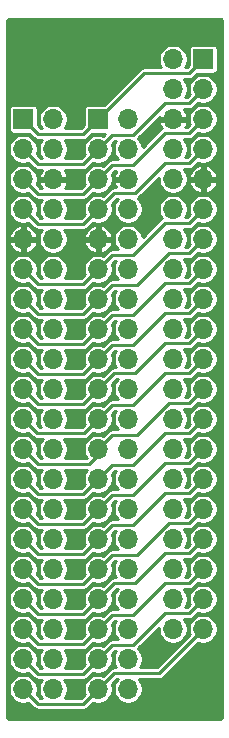
<source format=gbr>
%TF.GenerationSoftware,KiCad,Pcbnew,(5.1.9)-1*%
%TF.CreationDate,2021-04-11T18:01:07+01:00*%
%TF.ProjectId,RGBtoHDMI-Adapter Type A,52474274-6f48-4444-9d49-2d4164617074,1*%
%TF.SameCoordinates,Original*%
%TF.FileFunction,Copper,L2,Bot*%
%TF.FilePolarity,Positive*%
%FSLAX46Y46*%
G04 Gerber Fmt 4.6, Leading zero omitted, Abs format (unit mm)*
G04 Created by KiCad (PCBNEW (5.1.9)-1) date 2021-04-11 18:01:07*
%MOMM*%
%LPD*%
G01*
G04 APERTURE LIST*
%TA.AperFunction,ComponentPad*%
%ADD10O,1.700000X1.700000*%
%TD*%
%TA.AperFunction,ComponentPad*%
%ADD11R,1.700000X1.700000*%
%TD*%
%TA.AperFunction,ViaPad*%
%ADD12C,0.800000*%
%TD*%
%TA.AperFunction,Conductor*%
%ADD13C,0.250000*%
%TD*%
%TA.AperFunction,Conductor*%
%ADD14C,0.254000*%
%TD*%
%TA.AperFunction,Conductor*%
%ADD15C,0.100000*%
%TD*%
G04 APERTURE END LIST*
D10*
%TO.P,J3,40*%
%TO.N,Pin40*%
X93345000Y-93980000D03*
%TO.P,J3,39*%
%TO.N,Pin39*%
X90805000Y-93980000D03*
%TO.P,J3,38*%
%TO.N,Pin38*%
X93345000Y-91440000D03*
%TO.P,J3,37*%
%TO.N,Pin37*%
X90805000Y-91440000D03*
%TO.P,J3,36*%
%TO.N,Pin36*%
X93345000Y-88900000D03*
%TO.P,J3,35*%
%TO.N,Pin35*%
X90805000Y-88900000D03*
%TO.P,J3,34*%
%TO.N,Pin34*%
X93345000Y-86360000D03*
%TO.P,J3,33*%
%TO.N,Pin33*%
X90805000Y-86360000D03*
%TO.P,J3,32*%
%TO.N,Pin32*%
X93345000Y-83820000D03*
%TO.P,J3,31*%
%TO.N,Pin31*%
X90805000Y-83820000D03*
%TO.P,J3,30*%
%TO.N,Pin30*%
X93345000Y-81280000D03*
%TO.P,J3,29*%
%TO.N,Pin29*%
X90805000Y-81280000D03*
%TO.P,J3,28*%
%TO.N,Pin28*%
X93345000Y-78740000D03*
%TO.P,J3,27*%
%TO.N,Pin27*%
X90805000Y-78740000D03*
%TO.P,J3,26*%
%TO.N,Pin26*%
X93345000Y-76200000D03*
%TO.P,J3,25*%
%TO.N,Pin25*%
X90805000Y-76200000D03*
%TO.P,J3,24*%
%TO.N,Pin24*%
X93345000Y-73660000D03*
%TO.P,J3,23*%
%TO.N,Pin23*%
X90805000Y-73660000D03*
%TO.P,J3,22*%
%TO.N,Pin22*%
X93345000Y-71120000D03*
%TO.P,J3,21*%
%TO.N,Pin21*%
X90805000Y-71120000D03*
%TO.P,J3,20*%
%TO.N,Pin20*%
X93345000Y-68580000D03*
%TO.P,J3,19*%
%TO.N,Pin19*%
X90805000Y-68580000D03*
%TO.P,J3,18*%
%TO.N,Pin18*%
X93345000Y-66040000D03*
%TO.P,J3,17*%
%TO.N,Pin17*%
X90805000Y-66040000D03*
%TO.P,J3,16*%
%TO.N,Pin16*%
X93345000Y-63500000D03*
%TO.P,J3,15*%
%TO.N,Pin15*%
X90805000Y-63500000D03*
%TO.P,J3,14*%
%TO.N,Pin14*%
X93345000Y-60960000D03*
%TO.P,J3,13*%
%TO.N,Pin13*%
X90805000Y-60960000D03*
%TO.P,J3,12*%
%TO.N,Pin12*%
X93345000Y-58420000D03*
%TO.P,J3,11*%
%TO.N,Pin11*%
X90805000Y-58420000D03*
%TO.P,J3,10*%
%TO.N,Pin10*%
X93345000Y-55880000D03*
%TO.P,J3,9*%
%TO.N,GND*%
X90805000Y-55880000D03*
%TO.P,J3,8*%
%TO.N,Pin8*%
X93345000Y-53340000D03*
%TO.P,J3,7*%
%TO.N,Pin7*%
X90805000Y-53340000D03*
%TO.P,J3,6*%
%TO.N,GND*%
X93345000Y-50800000D03*
%TO.P,J3,5*%
%TO.N,Pin5*%
X90805000Y-50800000D03*
%TO.P,J3,4*%
%TO.N,Pin4*%
X93345000Y-48260000D03*
%TO.P,J3,3*%
%TO.N,Pin3*%
X90805000Y-48260000D03*
%TO.P,J3,2*%
%TO.N,Pin2*%
X93345000Y-45720000D03*
D11*
%TO.P,J3,1*%
%TO.N,Pin1*%
X90805000Y-45720000D03*
%TD*%
D10*
%TO.P,J2,40*%
%TO.N,Pin40*%
X99695000Y-93980000D03*
%TO.P,J2,39*%
%TO.N,Pin39*%
X97155000Y-93980000D03*
%TO.P,J2,38*%
%TO.N,Pin38*%
X99695000Y-91440000D03*
%TO.P,J2,37*%
%TO.N,Pin37*%
X97155000Y-91440000D03*
%TO.P,J2,36*%
%TO.N,Pin36*%
X99695000Y-88900000D03*
%TO.P,J2,35*%
%TO.N,Pin35*%
X97155000Y-88900000D03*
%TO.P,J2,34*%
%TO.N,Pin34*%
X99695000Y-86360000D03*
%TO.P,J2,33*%
%TO.N,Pin33*%
X97155000Y-86360000D03*
%TO.P,J2,32*%
%TO.N,Pin32*%
X99695000Y-83820000D03*
%TO.P,J2,31*%
%TO.N,Pin31*%
X97155000Y-83820000D03*
%TO.P,J2,30*%
%TO.N,Pin30*%
X99695000Y-81280000D03*
%TO.P,J2,29*%
%TO.N,Pin29*%
X97155000Y-81280000D03*
%TO.P,J2,28*%
%TO.N,Pin28*%
X99695000Y-78740000D03*
%TO.P,J2,27*%
%TO.N,Pin27*%
X97155000Y-78740000D03*
%TO.P,J2,26*%
%TO.N,Pin26*%
X99695000Y-76200000D03*
%TO.P,J2,25*%
%TO.N,Pin25*%
X97155000Y-76200000D03*
%TO.P,J2,24*%
%TO.N,Pin24*%
X99695000Y-73660000D03*
%TO.P,J2,23*%
%TO.N,Pin23*%
X97155000Y-73660000D03*
%TO.P,J2,22*%
%TO.N,Pin22*%
X99695000Y-71120000D03*
%TO.P,J2,21*%
%TO.N,Pin21*%
X97155000Y-71120000D03*
%TO.P,J2,20*%
%TO.N,Pin20*%
X99695000Y-68580000D03*
%TO.P,J2,19*%
%TO.N,Pin19*%
X97155000Y-68580000D03*
%TO.P,J2,18*%
%TO.N,Pin18*%
X99695000Y-66040000D03*
%TO.P,J2,17*%
%TO.N,Pin17*%
X97155000Y-66040000D03*
%TO.P,J2,16*%
%TO.N,Pin16*%
X99695000Y-63500000D03*
%TO.P,J2,15*%
%TO.N,Pin15*%
X97155000Y-63500000D03*
%TO.P,J2,14*%
%TO.N,Pin14*%
X99695000Y-60960000D03*
%TO.P,J2,13*%
%TO.N,Pin13*%
X97155000Y-60960000D03*
%TO.P,J2,12*%
%TO.N,Pin12*%
X99695000Y-58420000D03*
%TO.P,J2,11*%
%TO.N,Pin11*%
X97155000Y-58420000D03*
%TO.P,J2,10*%
%TO.N,Pin10*%
X99695000Y-55880000D03*
%TO.P,J2,9*%
%TO.N,GND*%
X97155000Y-55880000D03*
%TO.P,J2,8*%
%TO.N,Pin8*%
X99695000Y-53340000D03*
%TO.P,J2,7*%
%TO.N,Pin7*%
X97155000Y-53340000D03*
%TO.P,J2,6*%
%TO.N,GND*%
X99695000Y-50800000D03*
%TO.P,J2,5*%
%TO.N,Pin5*%
X97155000Y-50800000D03*
%TO.P,J2,4*%
%TO.N,Pin4*%
X99695000Y-48260000D03*
%TO.P,J2,3*%
%TO.N,Pin3*%
X97155000Y-48260000D03*
%TO.P,J2,2*%
%TO.N,Pin2*%
X99695000Y-45720000D03*
D11*
%TO.P,J2,1*%
%TO.N,Pin1*%
X97155000Y-45720000D03*
%TD*%
D10*
%TO.P,J1,40*%
%TO.N,Pin40*%
X103505000Y-88900000D03*
%TO.P,J1,39*%
%TO.N,Pin39*%
X106045000Y-88900000D03*
%TO.P,J1,38*%
%TO.N,Pin38*%
X103505000Y-86360000D03*
%TO.P,J1,37*%
%TO.N,Pin37*%
X106045000Y-86360000D03*
%TO.P,J1,36*%
%TO.N,Pin36*%
X103505000Y-83820000D03*
%TO.P,J1,35*%
%TO.N,Pin35*%
X106045000Y-83820000D03*
%TO.P,J1,34*%
%TO.N,Pin34*%
X103505000Y-81280000D03*
%TO.P,J1,33*%
%TO.N,Pin33*%
X106045000Y-81280000D03*
%TO.P,J1,32*%
%TO.N,Pin32*%
X103505000Y-78740000D03*
%TO.P,J1,31*%
%TO.N,Pin31*%
X106045000Y-78740000D03*
%TO.P,J1,30*%
%TO.N,Pin30*%
X103505000Y-76200000D03*
%TO.P,J1,29*%
%TO.N,Pin29*%
X106045000Y-76200000D03*
%TO.P,J1,28*%
%TO.N,Pin28*%
X103505000Y-73660000D03*
%TO.P,J1,27*%
%TO.N,Pin27*%
X106045000Y-73660000D03*
%TO.P,J1,26*%
%TO.N,Pin26*%
X103505000Y-71120000D03*
%TO.P,J1,25*%
%TO.N,Pin25*%
X106045000Y-71120000D03*
%TO.P,J1,24*%
%TO.N,Pin24*%
X103505000Y-68580000D03*
%TO.P,J1,23*%
%TO.N,Pin23*%
X106045000Y-68580000D03*
%TO.P,J1,22*%
%TO.N,Pin22*%
X103505000Y-66040000D03*
%TO.P,J1,21*%
%TO.N,Pin21*%
X106045000Y-66040000D03*
%TO.P,J1,20*%
%TO.N,Pin20*%
X103505000Y-63500000D03*
%TO.P,J1,19*%
%TO.N,Pin19*%
X106045000Y-63500000D03*
%TO.P,J1,18*%
%TO.N,Pin18*%
X103505000Y-60960000D03*
%TO.P,J1,17*%
%TO.N,Pin17*%
X106045000Y-60960000D03*
%TO.P,J1,16*%
%TO.N,Pin16*%
X103505000Y-58420000D03*
%TO.P,J1,15*%
%TO.N,Pin15*%
X106045000Y-58420000D03*
%TO.P,J1,14*%
%TO.N,Pin14*%
X103505000Y-55880000D03*
%TO.P,J1,13*%
%TO.N,Pin13*%
X106045000Y-55880000D03*
%TO.P,J1,12*%
%TO.N,Pin12*%
X103505000Y-53340000D03*
%TO.P,J1,11*%
%TO.N,Pin11*%
X106045000Y-53340000D03*
%TO.P,J1,10*%
%TO.N,Pin10*%
X103505000Y-50800000D03*
%TO.P,J1,9*%
%TO.N,GND*%
X106045000Y-50800000D03*
%TO.P,J1,8*%
%TO.N,Pin8*%
X103505000Y-48260000D03*
%TO.P,J1,7*%
%TO.N,Pin7*%
X106045000Y-48260000D03*
%TO.P,J1,6*%
%TO.N,GND*%
X103505000Y-45720000D03*
%TO.P,J1,5*%
%TO.N,Pin5*%
X106045000Y-45720000D03*
%TO.P,J1,4*%
%TO.N,Pin4*%
X103505000Y-43180000D03*
%TO.P,J1,3*%
%TO.N,Pin3*%
X106045000Y-43180000D03*
%TO.P,J1,2*%
%TO.N,Pin2*%
X103505000Y-40640000D03*
D11*
%TO.P,J1,1*%
%TO.N,Pin1*%
X106045000Y-40640000D03*
%TD*%
D12*
%TO.N,GND*%
X102057200Y-90297000D03*
X95250000Y-60960000D03*
X95250000Y-63500000D03*
X95250000Y-66040000D03*
X95250000Y-53340000D03*
X95250000Y-50800000D03*
X95250000Y-45720000D03*
X95250000Y-71120000D03*
X95250000Y-73660000D03*
X95250000Y-76200000D03*
X95250000Y-78740000D03*
X95250000Y-81280000D03*
X95250000Y-83820000D03*
X95250000Y-86360000D03*
X95250000Y-88900000D03*
X95250000Y-91440000D03*
X95250000Y-93980000D03*
X95250000Y-68580000D03*
X95250000Y-58420000D03*
X95250000Y-55880000D03*
X95250000Y-48260000D03*
%TD*%
D13*
%TO.N,Pin39*%
X98519999Y-92615001D02*
X97155000Y-93980000D01*
X102329999Y-92615001D02*
X98519999Y-92615001D01*
X106045000Y-88900000D02*
X102329999Y-92615001D01*
X92049600Y-95224600D02*
X90805000Y-93980000D01*
X95910400Y-95224600D02*
X92049600Y-95224600D01*
X97155000Y-93980000D02*
X95910400Y-95224600D01*
%TO.N,Pin37*%
X98330001Y-90264999D02*
X97155000Y-91440000D01*
X102799001Y-87535001D02*
X100069003Y-90264999D01*
X104869999Y-87535001D02*
X102799001Y-87535001D01*
X100069003Y-90264999D02*
X98330001Y-90264999D01*
X106045000Y-86360000D02*
X104869999Y-87535001D01*
X92049600Y-92684600D02*
X90805000Y-91440000D01*
X95910400Y-92684600D02*
X92049600Y-92684600D01*
X97155000Y-91440000D02*
X95910400Y-92684600D01*
%TO.N,Pin35*%
X98330001Y-87724999D02*
X97155000Y-88900000D01*
X100069003Y-87724999D02*
X98330001Y-87724999D01*
X102799001Y-84995001D02*
X100069003Y-87724999D01*
X104869999Y-84995001D02*
X102799001Y-84995001D01*
X106045000Y-83820000D02*
X104869999Y-84995001D01*
X92075000Y-90170000D02*
X90805000Y-88900000D01*
X95885000Y-90170000D02*
X92075000Y-90170000D01*
X97155000Y-88900000D02*
X95885000Y-90170000D01*
%TO.N,Pin33*%
X98519999Y-84995001D02*
X97155000Y-86360000D01*
X100259001Y-84995001D02*
X98519999Y-84995001D01*
X102799001Y-82455001D02*
X100259001Y-84995001D01*
X104869999Y-82455001D02*
X102799001Y-82455001D01*
X106045000Y-81280000D02*
X104869999Y-82455001D01*
X92075000Y-87630000D02*
X90805000Y-86360000D01*
X95885000Y-87630000D02*
X92075000Y-87630000D01*
X97155000Y-86360000D02*
X95885000Y-87630000D01*
%TO.N,Pin31*%
X98330001Y-82644999D02*
X97155000Y-83820000D01*
X100400999Y-82644999D02*
X98330001Y-82644999D01*
X104869999Y-79915001D02*
X103130997Y-79915001D01*
X103130997Y-79915001D02*
X100400999Y-82644999D01*
X106045000Y-78740000D02*
X104869999Y-79915001D01*
X92049600Y-85064600D02*
X90805000Y-83820000D01*
X95910400Y-85064600D02*
X92049600Y-85064600D01*
X97155000Y-83820000D02*
X95910400Y-85064600D01*
%TO.N,Pin29*%
X98330001Y-80104999D02*
X97155000Y-81280000D01*
X100069003Y-80104999D02*
X98330001Y-80104999D01*
X102799001Y-77375001D02*
X100069003Y-80104999D01*
X104869999Y-77375001D02*
X102799001Y-77375001D01*
X106045000Y-76200000D02*
X104869999Y-77375001D01*
X92075000Y-82550000D02*
X90805000Y-81280000D01*
X95885000Y-82550000D02*
X92075000Y-82550000D01*
X97155000Y-81280000D02*
X95885000Y-82550000D01*
%TO.N,Pin27*%
X100069003Y-77564999D02*
X98330001Y-77564999D01*
X102799001Y-74835001D02*
X100069003Y-77564999D01*
X104869999Y-74835001D02*
X102799001Y-74835001D01*
X98330001Y-77564999D02*
X97155000Y-78740000D01*
X106045000Y-73660000D02*
X104869999Y-74835001D01*
X92049600Y-79984600D02*
X90805000Y-78740000D01*
X95910400Y-79984600D02*
X92049600Y-79984600D01*
X97155000Y-78740000D02*
X95910400Y-79984600D01*
%TO.N,Pin25*%
X98330001Y-75024999D02*
X97155000Y-76200000D01*
X100069003Y-75024999D02*
X98330001Y-75024999D01*
X102799001Y-72295001D02*
X100069003Y-75024999D01*
X104869999Y-72295001D02*
X102799001Y-72295001D01*
X106045000Y-71120000D02*
X104869999Y-72295001D01*
X95910400Y-77444600D02*
X92049600Y-77444600D01*
X92049600Y-77444600D02*
X90805000Y-76200000D01*
X97155000Y-76200000D02*
X95910400Y-77444600D01*
%TO.N,Pin23*%
X98330001Y-72484999D02*
X97155000Y-73660000D01*
X100400999Y-72484999D02*
X98330001Y-72484999D01*
X103130997Y-69755001D02*
X100400999Y-72484999D01*
X104869999Y-69755001D02*
X103130997Y-69755001D01*
X106045000Y-68580000D02*
X104869999Y-69755001D01*
X92075000Y-74930000D02*
X90805000Y-73660000D01*
X96354002Y-74930000D02*
X92075000Y-74930000D01*
X97155000Y-74129002D02*
X96354002Y-74930000D01*
X97155000Y-73660000D02*
X97155000Y-74129002D01*
%TO.N,Pin21*%
X100069003Y-69944999D02*
X98330001Y-69944999D01*
X98330001Y-69944999D02*
X97155000Y-71120000D01*
X102799001Y-67215001D02*
X100069003Y-69944999D01*
X104869999Y-67215001D02*
X102799001Y-67215001D01*
X106045000Y-66040000D02*
X104869999Y-67215001D01*
X91980001Y-72295001D02*
X90805000Y-71120000D01*
X95979999Y-72295001D02*
X91980001Y-72295001D01*
X97155000Y-71120000D02*
X95979999Y-72295001D01*
%TO.N,Pin19*%
X100259001Y-67215001D02*
X98519999Y-67215001D01*
X98519999Y-67215001D02*
X97155000Y-68580000D01*
X102799001Y-64675001D02*
X100259001Y-67215001D01*
X104869999Y-64675001D02*
X102799001Y-64675001D01*
X106045000Y-63500000D02*
X104869999Y-64675001D01*
X92075000Y-69850000D02*
X90805000Y-68580000D01*
X95885000Y-69850000D02*
X92075000Y-69850000D01*
X97155000Y-68580000D02*
X95885000Y-69850000D01*
%TO.N,Pin17*%
X98330001Y-64864999D02*
X97155000Y-66040000D01*
X100069003Y-64864999D02*
X98330001Y-64864999D01*
X102799001Y-62135001D02*
X100069003Y-64864999D01*
X104869999Y-62135001D02*
X102799001Y-62135001D01*
X106045000Y-60960000D02*
X104869999Y-62135001D01*
X92075000Y-67310000D02*
X90805000Y-66040000D01*
X95885000Y-67310000D02*
X92075000Y-67310000D01*
X97155000Y-66040000D02*
X95885000Y-67310000D01*
%TO.N,Pin15*%
X98330001Y-62324999D02*
X97155000Y-63500000D01*
X102799001Y-59595001D02*
X100069003Y-62324999D01*
X100069003Y-62324999D02*
X98330001Y-62324999D01*
X104869999Y-59595001D02*
X102799001Y-59595001D01*
X106045000Y-58420000D02*
X104869999Y-59595001D01*
X92075000Y-64770000D02*
X90805000Y-63500000D01*
X95885000Y-64770000D02*
X92075000Y-64770000D01*
X97155000Y-63500000D02*
X95885000Y-64770000D01*
%TO.N,Pin13*%
X98330001Y-59784999D02*
X97155000Y-60960000D01*
X100400999Y-59784999D02*
X98330001Y-59784999D01*
X103130997Y-57055001D02*
X100400999Y-59784999D01*
X104869999Y-57055001D02*
X103130997Y-57055001D01*
X106045000Y-55880000D02*
X104869999Y-57055001D01*
X92049600Y-62204600D02*
X90805000Y-60960000D01*
X95910400Y-62204600D02*
X92049600Y-62204600D01*
X97155000Y-60960000D02*
X95910400Y-62204600D01*
%TO.N,Pin11*%
X100069003Y-57244999D02*
X98330001Y-57244999D01*
X102799001Y-54515001D02*
X100069003Y-57244999D01*
X104869999Y-54515001D02*
X102799001Y-54515001D01*
X98330001Y-57244999D02*
X97155000Y-58420000D01*
X106045000Y-53340000D02*
X104869999Y-54515001D01*
X92075000Y-59690000D02*
X90805000Y-58420000D01*
X95885000Y-59690000D02*
X92075000Y-59690000D01*
X97155000Y-58420000D02*
X95885000Y-59690000D01*
%TO.N,Pin7*%
X98519999Y-51975001D02*
X97155000Y-53340000D01*
X100259001Y-51975001D02*
X98519999Y-51975001D01*
X102799001Y-49435001D02*
X100259001Y-51975001D01*
X104869999Y-49435001D02*
X102799001Y-49435001D01*
X106045000Y-48260000D02*
X104869999Y-49435001D01*
X92049600Y-54584600D02*
X90805000Y-53340000D01*
X95910400Y-54584600D02*
X92049600Y-54584600D01*
X97155000Y-53340000D02*
X95910400Y-54584600D01*
%TO.N,Pin5*%
X98330001Y-49624999D02*
X97155000Y-50800000D01*
X100069003Y-49624999D02*
X98330001Y-49624999D01*
X102799001Y-46895001D02*
X100069003Y-49624999D01*
X104869999Y-46895001D02*
X102799001Y-46895001D01*
X106045000Y-45720000D02*
X104869999Y-46895001D01*
X92049600Y-52044600D02*
X90805000Y-50800000D01*
X95910400Y-52044600D02*
X92049600Y-52044600D01*
X97155000Y-50800000D02*
X95910400Y-52044600D01*
%TO.N,Pin3*%
X98330001Y-47084999D02*
X97155000Y-48260000D01*
X100069003Y-47084999D02*
X98330001Y-47084999D01*
X102799001Y-44355001D02*
X100069003Y-47084999D01*
X104869999Y-44355001D02*
X102799001Y-44355001D01*
X106045000Y-43180000D02*
X104869999Y-44355001D01*
X92075000Y-49530000D02*
X90805000Y-48260000D01*
X95885000Y-49530000D02*
X92075000Y-49530000D01*
X97155000Y-48260000D02*
X95885000Y-49530000D01*
%TO.N,Pin1*%
X101059999Y-41815001D02*
X97155000Y-45720000D01*
X104869999Y-41815001D02*
X101059999Y-41815001D01*
X106045000Y-40640000D02*
X104869999Y-41815001D01*
X92075000Y-46990000D02*
X90805000Y-45720000D01*
X95885000Y-46990000D02*
X92075000Y-46990000D01*
X97155000Y-45720000D02*
X95885000Y-46990000D01*
%TD*%
D14*
%TO.N,GND*%
X107486099Y-37242270D02*
X107528524Y-37255079D01*
X107567647Y-37275881D01*
X107601987Y-37303888D01*
X107630235Y-37338034D01*
X107651312Y-37377016D01*
X107664415Y-37419343D01*
X107671001Y-37482002D01*
X107671000Y-96246140D01*
X107664730Y-96310100D01*
X107651921Y-96352523D01*
X107631119Y-96391647D01*
X107603110Y-96425989D01*
X107568966Y-96454235D01*
X107529984Y-96475312D01*
X107487657Y-96488415D01*
X107425008Y-96495000D01*
X89681860Y-96495000D01*
X89617900Y-96488730D01*
X89575477Y-96475921D01*
X89536353Y-96455119D01*
X89502011Y-96427110D01*
X89473765Y-96392966D01*
X89452688Y-96353984D01*
X89439585Y-96311657D01*
X89433000Y-96249008D01*
X89433000Y-58298757D01*
X89574000Y-58298757D01*
X89574000Y-58541243D01*
X89621307Y-58779069D01*
X89714102Y-59003097D01*
X89848820Y-59204717D01*
X90020283Y-59376180D01*
X90221903Y-59510898D01*
X90445931Y-59603693D01*
X90683757Y-59651000D01*
X90926243Y-59651000D01*
X91164069Y-59603693D01*
X91241167Y-59571758D01*
X91699628Y-60030220D01*
X91715473Y-60049527D01*
X91792521Y-60112759D01*
X91880425Y-60159745D01*
X91975806Y-60188678D01*
X91985694Y-60189652D01*
X92050146Y-60196000D01*
X92050153Y-60196000D01*
X92074999Y-60198447D01*
X92099845Y-60196000D01*
X92374977Y-60196000D01*
X92254102Y-60376903D01*
X92161307Y-60600931D01*
X92114000Y-60838757D01*
X92114000Y-61081243D01*
X92161307Y-61319069D01*
X92254102Y-61543097D01*
X92358006Y-61698600D01*
X92259192Y-61698600D01*
X91956758Y-61396167D01*
X91988693Y-61319069D01*
X92036000Y-61081243D01*
X92036000Y-60838757D01*
X91988693Y-60600931D01*
X91895898Y-60376903D01*
X91761180Y-60175283D01*
X91589717Y-60003820D01*
X91388097Y-59869102D01*
X91164069Y-59776307D01*
X90926243Y-59729000D01*
X90683757Y-59729000D01*
X90445931Y-59776307D01*
X90221903Y-59869102D01*
X90020283Y-60003820D01*
X89848820Y-60175283D01*
X89714102Y-60376903D01*
X89621307Y-60600931D01*
X89574000Y-60838757D01*
X89574000Y-61081243D01*
X89621307Y-61319069D01*
X89714102Y-61543097D01*
X89848820Y-61744717D01*
X90020283Y-61916180D01*
X90221903Y-62050898D01*
X90445931Y-62143693D01*
X90683757Y-62191000D01*
X90926243Y-62191000D01*
X91164069Y-62143693D01*
X91241167Y-62111758D01*
X91674228Y-62544820D01*
X91690073Y-62564127D01*
X91767121Y-62627359D01*
X91855025Y-62674345D01*
X91950406Y-62703278D01*
X91960294Y-62704252D01*
X92024746Y-62710600D01*
X92024753Y-62710600D01*
X92049599Y-62713047D01*
X92074445Y-62710600D01*
X92393503Y-62710600D01*
X92388820Y-62715283D01*
X92254102Y-62916903D01*
X92161307Y-63140931D01*
X92114000Y-63378757D01*
X92114000Y-63621243D01*
X92161307Y-63859069D01*
X92254102Y-64083097D01*
X92374977Y-64264000D01*
X92284592Y-64264000D01*
X91956758Y-63936167D01*
X91988693Y-63859069D01*
X92036000Y-63621243D01*
X92036000Y-63378757D01*
X91988693Y-63140931D01*
X91895898Y-62916903D01*
X91761180Y-62715283D01*
X91589717Y-62543820D01*
X91388097Y-62409102D01*
X91164069Y-62316307D01*
X90926243Y-62269000D01*
X90683757Y-62269000D01*
X90445931Y-62316307D01*
X90221903Y-62409102D01*
X90020283Y-62543820D01*
X89848820Y-62715283D01*
X89714102Y-62916903D01*
X89621307Y-63140931D01*
X89574000Y-63378757D01*
X89574000Y-63621243D01*
X89621307Y-63859069D01*
X89714102Y-64083097D01*
X89848820Y-64284717D01*
X90020283Y-64456180D01*
X90221903Y-64590898D01*
X90445931Y-64683693D01*
X90683757Y-64731000D01*
X90926243Y-64731000D01*
X91164069Y-64683693D01*
X91241167Y-64651758D01*
X91699628Y-65110220D01*
X91715473Y-65129527D01*
X91792521Y-65192759D01*
X91880425Y-65239745D01*
X91975806Y-65268678D01*
X91985694Y-65269652D01*
X92050146Y-65276000D01*
X92050153Y-65276000D01*
X92074999Y-65278447D01*
X92099845Y-65276000D01*
X92374977Y-65276000D01*
X92254102Y-65456903D01*
X92161307Y-65680931D01*
X92114000Y-65918757D01*
X92114000Y-66161243D01*
X92161307Y-66399069D01*
X92254102Y-66623097D01*
X92374977Y-66804000D01*
X92284592Y-66804000D01*
X91956758Y-66476167D01*
X91988693Y-66399069D01*
X92036000Y-66161243D01*
X92036000Y-65918757D01*
X91988693Y-65680931D01*
X91895898Y-65456903D01*
X91761180Y-65255283D01*
X91589717Y-65083820D01*
X91388097Y-64949102D01*
X91164069Y-64856307D01*
X90926243Y-64809000D01*
X90683757Y-64809000D01*
X90445931Y-64856307D01*
X90221903Y-64949102D01*
X90020283Y-65083820D01*
X89848820Y-65255283D01*
X89714102Y-65456903D01*
X89621307Y-65680931D01*
X89574000Y-65918757D01*
X89574000Y-66161243D01*
X89621307Y-66399069D01*
X89714102Y-66623097D01*
X89848820Y-66824717D01*
X90020283Y-66996180D01*
X90221903Y-67130898D01*
X90445931Y-67223693D01*
X90683757Y-67271000D01*
X90926243Y-67271000D01*
X91164069Y-67223693D01*
X91241167Y-67191758D01*
X91699628Y-67650220D01*
X91715473Y-67669527D01*
X91792521Y-67732759D01*
X91880425Y-67779745D01*
X91975806Y-67808678D01*
X91985694Y-67809652D01*
X92050146Y-67816000D01*
X92050153Y-67816000D01*
X92074999Y-67818447D01*
X92099845Y-67816000D01*
X92374977Y-67816000D01*
X92254102Y-67996903D01*
X92161307Y-68220931D01*
X92114000Y-68458757D01*
X92114000Y-68701243D01*
X92161307Y-68939069D01*
X92254102Y-69163097D01*
X92374977Y-69344000D01*
X92284592Y-69344000D01*
X91956758Y-69016167D01*
X91988693Y-68939069D01*
X92036000Y-68701243D01*
X92036000Y-68458757D01*
X91988693Y-68220931D01*
X91895898Y-67996903D01*
X91761180Y-67795283D01*
X91589717Y-67623820D01*
X91388097Y-67489102D01*
X91164069Y-67396307D01*
X90926243Y-67349000D01*
X90683757Y-67349000D01*
X90445931Y-67396307D01*
X90221903Y-67489102D01*
X90020283Y-67623820D01*
X89848820Y-67795283D01*
X89714102Y-67996903D01*
X89621307Y-68220931D01*
X89574000Y-68458757D01*
X89574000Y-68701243D01*
X89621307Y-68939069D01*
X89714102Y-69163097D01*
X89848820Y-69364717D01*
X90020283Y-69536180D01*
X90221903Y-69670898D01*
X90445931Y-69763693D01*
X90683757Y-69811000D01*
X90926243Y-69811000D01*
X91164069Y-69763693D01*
X91241167Y-69731758D01*
X91699628Y-70190220D01*
X91715473Y-70209527D01*
X91792521Y-70272759D01*
X91880425Y-70319745D01*
X91975806Y-70348678D01*
X91985694Y-70349652D01*
X92050146Y-70356000D01*
X92050153Y-70356000D01*
X92074999Y-70358447D01*
X92099845Y-70356000D01*
X92374977Y-70356000D01*
X92254102Y-70536903D01*
X92161307Y-70760931D01*
X92114000Y-70998757D01*
X92114000Y-71241243D01*
X92161307Y-71479069D01*
X92254102Y-71703097D01*
X92311501Y-71789001D01*
X92189593Y-71789001D01*
X91956758Y-71556167D01*
X91988693Y-71479069D01*
X92036000Y-71241243D01*
X92036000Y-70998757D01*
X91988693Y-70760931D01*
X91895898Y-70536903D01*
X91761180Y-70335283D01*
X91589717Y-70163820D01*
X91388097Y-70029102D01*
X91164069Y-69936307D01*
X90926243Y-69889000D01*
X90683757Y-69889000D01*
X90445931Y-69936307D01*
X90221903Y-70029102D01*
X90020283Y-70163820D01*
X89848820Y-70335283D01*
X89714102Y-70536903D01*
X89621307Y-70760931D01*
X89574000Y-70998757D01*
X89574000Y-71241243D01*
X89621307Y-71479069D01*
X89714102Y-71703097D01*
X89848820Y-71904717D01*
X90020283Y-72076180D01*
X90221903Y-72210898D01*
X90445931Y-72303693D01*
X90683757Y-72351000D01*
X90926243Y-72351000D01*
X91164069Y-72303693D01*
X91241167Y-72271758D01*
X91604629Y-72635221D01*
X91620474Y-72654528D01*
X91697522Y-72717760D01*
X91785426Y-72764746D01*
X91858608Y-72786945D01*
X91880807Y-72793679D01*
X91890695Y-72794653D01*
X91955147Y-72801001D01*
X91955154Y-72801001D01*
X91980000Y-72803448D01*
X92004846Y-72801001D01*
X92463102Y-72801001D01*
X92388820Y-72875283D01*
X92254102Y-73076903D01*
X92161307Y-73300931D01*
X92114000Y-73538757D01*
X92114000Y-73781243D01*
X92161307Y-74019069D01*
X92254102Y-74243097D01*
X92374977Y-74424000D01*
X92284592Y-74424000D01*
X91956758Y-74096167D01*
X91988693Y-74019069D01*
X92036000Y-73781243D01*
X92036000Y-73538757D01*
X91988693Y-73300931D01*
X91895898Y-73076903D01*
X91761180Y-72875283D01*
X91589717Y-72703820D01*
X91388097Y-72569102D01*
X91164069Y-72476307D01*
X90926243Y-72429000D01*
X90683757Y-72429000D01*
X90445931Y-72476307D01*
X90221903Y-72569102D01*
X90020283Y-72703820D01*
X89848820Y-72875283D01*
X89714102Y-73076903D01*
X89621307Y-73300931D01*
X89574000Y-73538757D01*
X89574000Y-73781243D01*
X89621307Y-74019069D01*
X89714102Y-74243097D01*
X89848820Y-74444717D01*
X90020283Y-74616180D01*
X90221903Y-74750898D01*
X90445931Y-74843693D01*
X90683757Y-74891000D01*
X90926243Y-74891000D01*
X91164069Y-74843693D01*
X91241167Y-74811758D01*
X91699628Y-75270220D01*
X91715473Y-75289527D01*
X91792521Y-75352759D01*
X91880425Y-75399745D01*
X91975806Y-75428678D01*
X91985694Y-75429652D01*
X92050146Y-75436000D01*
X92050153Y-75436000D01*
X92074999Y-75438447D01*
X92099845Y-75436000D01*
X92374977Y-75436000D01*
X92254102Y-75616903D01*
X92161307Y-75840931D01*
X92114000Y-76078757D01*
X92114000Y-76321243D01*
X92161307Y-76559069D01*
X92254102Y-76783097D01*
X92358006Y-76938600D01*
X92259192Y-76938600D01*
X91956758Y-76636167D01*
X91988693Y-76559069D01*
X92036000Y-76321243D01*
X92036000Y-76078757D01*
X91988693Y-75840931D01*
X91895898Y-75616903D01*
X91761180Y-75415283D01*
X91589717Y-75243820D01*
X91388097Y-75109102D01*
X91164069Y-75016307D01*
X90926243Y-74969000D01*
X90683757Y-74969000D01*
X90445931Y-75016307D01*
X90221903Y-75109102D01*
X90020283Y-75243820D01*
X89848820Y-75415283D01*
X89714102Y-75616903D01*
X89621307Y-75840931D01*
X89574000Y-76078757D01*
X89574000Y-76321243D01*
X89621307Y-76559069D01*
X89714102Y-76783097D01*
X89848820Y-76984717D01*
X90020283Y-77156180D01*
X90221903Y-77290898D01*
X90445931Y-77383693D01*
X90683757Y-77431000D01*
X90926243Y-77431000D01*
X91164069Y-77383693D01*
X91241167Y-77351758D01*
X91674228Y-77784820D01*
X91690073Y-77804127D01*
X91767121Y-77867359D01*
X91855025Y-77914345D01*
X91950406Y-77943278D01*
X91960294Y-77944252D01*
X92024746Y-77950600D01*
X92024753Y-77950600D01*
X92049599Y-77953047D01*
X92074445Y-77950600D01*
X92393503Y-77950600D01*
X92388820Y-77955283D01*
X92254102Y-78156903D01*
X92161307Y-78380931D01*
X92114000Y-78618757D01*
X92114000Y-78861243D01*
X92161307Y-79099069D01*
X92254102Y-79323097D01*
X92358006Y-79478600D01*
X92259192Y-79478600D01*
X91956758Y-79176167D01*
X91988693Y-79099069D01*
X92036000Y-78861243D01*
X92036000Y-78618757D01*
X91988693Y-78380931D01*
X91895898Y-78156903D01*
X91761180Y-77955283D01*
X91589717Y-77783820D01*
X91388097Y-77649102D01*
X91164069Y-77556307D01*
X90926243Y-77509000D01*
X90683757Y-77509000D01*
X90445931Y-77556307D01*
X90221903Y-77649102D01*
X90020283Y-77783820D01*
X89848820Y-77955283D01*
X89714102Y-78156903D01*
X89621307Y-78380931D01*
X89574000Y-78618757D01*
X89574000Y-78861243D01*
X89621307Y-79099069D01*
X89714102Y-79323097D01*
X89848820Y-79524717D01*
X90020283Y-79696180D01*
X90221903Y-79830898D01*
X90445931Y-79923693D01*
X90683757Y-79971000D01*
X90926243Y-79971000D01*
X91164069Y-79923693D01*
X91241167Y-79891758D01*
X91674228Y-80324820D01*
X91690073Y-80344127D01*
X91767121Y-80407359D01*
X91855025Y-80454345D01*
X91950406Y-80483278D01*
X91960294Y-80484252D01*
X92024746Y-80490600D01*
X92024753Y-80490600D01*
X92049599Y-80493047D01*
X92074445Y-80490600D01*
X92393503Y-80490600D01*
X92388820Y-80495283D01*
X92254102Y-80696903D01*
X92161307Y-80920931D01*
X92114000Y-81158757D01*
X92114000Y-81401243D01*
X92161307Y-81639069D01*
X92254102Y-81863097D01*
X92374977Y-82044000D01*
X92284592Y-82044000D01*
X91956758Y-81716167D01*
X91988693Y-81639069D01*
X92036000Y-81401243D01*
X92036000Y-81158757D01*
X91988693Y-80920931D01*
X91895898Y-80696903D01*
X91761180Y-80495283D01*
X91589717Y-80323820D01*
X91388097Y-80189102D01*
X91164069Y-80096307D01*
X90926243Y-80049000D01*
X90683757Y-80049000D01*
X90445931Y-80096307D01*
X90221903Y-80189102D01*
X90020283Y-80323820D01*
X89848820Y-80495283D01*
X89714102Y-80696903D01*
X89621307Y-80920931D01*
X89574000Y-81158757D01*
X89574000Y-81401243D01*
X89621307Y-81639069D01*
X89714102Y-81863097D01*
X89848820Y-82064717D01*
X90020283Y-82236180D01*
X90221903Y-82370898D01*
X90445931Y-82463693D01*
X90683757Y-82511000D01*
X90926243Y-82511000D01*
X91164069Y-82463693D01*
X91241167Y-82431758D01*
X91699628Y-82890220D01*
X91715473Y-82909527D01*
X91792521Y-82972759D01*
X91880425Y-83019745D01*
X91975806Y-83048678D01*
X91985694Y-83049652D01*
X92050146Y-83056000D01*
X92050153Y-83056000D01*
X92074999Y-83058447D01*
X92099845Y-83056000D01*
X92374977Y-83056000D01*
X92254102Y-83236903D01*
X92161307Y-83460931D01*
X92114000Y-83698757D01*
X92114000Y-83941243D01*
X92161307Y-84179069D01*
X92254102Y-84403097D01*
X92358006Y-84558600D01*
X92259192Y-84558600D01*
X91956758Y-84256167D01*
X91988693Y-84179069D01*
X92036000Y-83941243D01*
X92036000Y-83698757D01*
X91988693Y-83460931D01*
X91895898Y-83236903D01*
X91761180Y-83035283D01*
X91589717Y-82863820D01*
X91388097Y-82729102D01*
X91164069Y-82636307D01*
X90926243Y-82589000D01*
X90683757Y-82589000D01*
X90445931Y-82636307D01*
X90221903Y-82729102D01*
X90020283Y-82863820D01*
X89848820Y-83035283D01*
X89714102Y-83236903D01*
X89621307Y-83460931D01*
X89574000Y-83698757D01*
X89574000Y-83941243D01*
X89621307Y-84179069D01*
X89714102Y-84403097D01*
X89848820Y-84604717D01*
X90020283Y-84776180D01*
X90221903Y-84910898D01*
X90445931Y-85003693D01*
X90683757Y-85051000D01*
X90926243Y-85051000D01*
X91164069Y-85003693D01*
X91241167Y-84971758D01*
X91674228Y-85404820D01*
X91690073Y-85424127D01*
X91767121Y-85487359D01*
X91855025Y-85534345D01*
X91950406Y-85563278D01*
X91960294Y-85564252D01*
X92024746Y-85570600D01*
X92024753Y-85570600D01*
X92049599Y-85573047D01*
X92074445Y-85570600D01*
X92393503Y-85570600D01*
X92388820Y-85575283D01*
X92254102Y-85776903D01*
X92161307Y-86000931D01*
X92114000Y-86238757D01*
X92114000Y-86481243D01*
X92161307Y-86719069D01*
X92254102Y-86943097D01*
X92374977Y-87124000D01*
X92284592Y-87124000D01*
X91956758Y-86796167D01*
X91988693Y-86719069D01*
X92036000Y-86481243D01*
X92036000Y-86238757D01*
X91988693Y-86000931D01*
X91895898Y-85776903D01*
X91761180Y-85575283D01*
X91589717Y-85403820D01*
X91388097Y-85269102D01*
X91164069Y-85176307D01*
X90926243Y-85129000D01*
X90683757Y-85129000D01*
X90445931Y-85176307D01*
X90221903Y-85269102D01*
X90020283Y-85403820D01*
X89848820Y-85575283D01*
X89714102Y-85776903D01*
X89621307Y-86000931D01*
X89574000Y-86238757D01*
X89574000Y-86481243D01*
X89621307Y-86719069D01*
X89714102Y-86943097D01*
X89848820Y-87144717D01*
X90020283Y-87316180D01*
X90221903Y-87450898D01*
X90445931Y-87543693D01*
X90683757Y-87591000D01*
X90926243Y-87591000D01*
X91164069Y-87543693D01*
X91241167Y-87511758D01*
X91699628Y-87970220D01*
X91715473Y-87989527D01*
X91792521Y-88052759D01*
X91880425Y-88099745D01*
X91975806Y-88128678D01*
X91985694Y-88129652D01*
X92050146Y-88136000D01*
X92050153Y-88136000D01*
X92074999Y-88138447D01*
X92099845Y-88136000D01*
X92374977Y-88136000D01*
X92254102Y-88316903D01*
X92161307Y-88540931D01*
X92114000Y-88778757D01*
X92114000Y-89021243D01*
X92161307Y-89259069D01*
X92254102Y-89483097D01*
X92374977Y-89664000D01*
X92284592Y-89664000D01*
X91956758Y-89336167D01*
X91988693Y-89259069D01*
X92036000Y-89021243D01*
X92036000Y-88778757D01*
X91988693Y-88540931D01*
X91895898Y-88316903D01*
X91761180Y-88115283D01*
X91589717Y-87943820D01*
X91388097Y-87809102D01*
X91164069Y-87716307D01*
X90926243Y-87669000D01*
X90683757Y-87669000D01*
X90445931Y-87716307D01*
X90221903Y-87809102D01*
X90020283Y-87943820D01*
X89848820Y-88115283D01*
X89714102Y-88316903D01*
X89621307Y-88540931D01*
X89574000Y-88778757D01*
X89574000Y-89021243D01*
X89621307Y-89259069D01*
X89714102Y-89483097D01*
X89848820Y-89684717D01*
X90020283Y-89856180D01*
X90221903Y-89990898D01*
X90445931Y-90083693D01*
X90683757Y-90131000D01*
X90926243Y-90131000D01*
X91164069Y-90083693D01*
X91241167Y-90051758D01*
X91699628Y-90510220D01*
X91715473Y-90529527D01*
X91792521Y-90592759D01*
X91880425Y-90639745D01*
X91975806Y-90668678D01*
X91985694Y-90669652D01*
X92050146Y-90676000D01*
X92050153Y-90676000D01*
X92074999Y-90678447D01*
X92099845Y-90676000D01*
X92374977Y-90676000D01*
X92254102Y-90856903D01*
X92161307Y-91080931D01*
X92114000Y-91318757D01*
X92114000Y-91561243D01*
X92161307Y-91799069D01*
X92254102Y-92023097D01*
X92358006Y-92178600D01*
X92259192Y-92178600D01*
X91956758Y-91876167D01*
X91988693Y-91799069D01*
X92036000Y-91561243D01*
X92036000Y-91318757D01*
X91988693Y-91080931D01*
X91895898Y-90856903D01*
X91761180Y-90655283D01*
X91589717Y-90483820D01*
X91388097Y-90349102D01*
X91164069Y-90256307D01*
X90926243Y-90209000D01*
X90683757Y-90209000D01*
X90445931Y-90256307D01*
X90221903Y-90349102D01*
X90020283Y-90483820D01*
X89848820Y-90655283D01*
X89714102Y-90856903D01*
X89621307Y-91080931D01*
X89574000Y-91318757D01*
X89574000Y-91561243D01*
X89621307Y-91799069D01*
X89714102Y-92023097D01*
X89848820Y-92224717D01*
X90020283Y-92396180D01*
X90221903Y-92530898D01*
X90445931Y-92623693D01*
X90683757Y-92671000D01*
X90926243Y-92671000D01*
X91164069Y-92623693D01*
X91241167Y-92591758D01*
X91674228Y-93024820D01*
X91690073Y-93044127D01*
X91767121Y-93107359D01*
X91855025Y-93154345D01*
X91950406Y-93183278D01*
X91960294Y-93184252D01*
X92024746Y-93190600D01*
X92024753Y-93190600D01*
X92049599Y-93193047D01*
X92074445Y-93190600D01*
X92393503Y-93190600D01*
X92388820Y-93195283D01*
X92254102Y-93396903D01*
X92161307Y-93620931D01*
X92114000Y-93858757D01*
X92114000Y-94101243D01*
X92161307Y-94339069D01*
X92254102Y-94563097D01*
X92358006Y-94718600D01*
X92259192Y-94718600D01*
X91956758Y-94416167D01*
X91988693Y-94339069D01*
X92036000Y-94101243D01*
X92036000Y-93858757D01*
X91988693Y-93620931D01*
X91895898Y-93396903D01*
X91761180Y-93195283D01*
X91589717Y-93023820D01*
X91388097Y-92889102D01*
X91164069Y-92796307D01*
X90926243Y-92749000D01*
X90683757Y-92749000D01*
X90445931Y-92796307D01*
X90221903Y-92889102D01*
X90020283Y-93023820D01*
X89848820Y-93195283D01*
X89714102Y-93396903D01*
X89621307Y-93620931D01*
X89574000Y-93858757D01*
X89574000Y-94101243D01*
X89621307Y-94339069D01*
X89714102Y-94563097D01*
X89848820Y-94764717D01*
X90020283Y-94936180D01*
X90221903Y-95070898D01*
X90445931Y-95163693D01*
X90683757Y-95211000D01*
X90926243Y-95211000D01*
X91164069Y-95163693D01*
X91241167Y-95131758D01*
X91674228Y-95564820D01*
X91690073Y-95584127D01*
X91767121Y-95647359D01*
X91855025Y-95694345D01*
X91950406Y-95723278D01*
X91960294Y-95724252D01*
X92024746Y-95730600D01*
X92024753Y-95730600D01*
X92049599Y-95733047D01*
X92074445Y-95730600D01*
X95885554Y-95730600D01*
X95910400Y-95733047D01*
X95935246Y-95730600D01*
X95935254Y-95730600D01*
X96009593Y-95723278D01*
X96104975Y-95694345D01*
X96192879Y-95647359D01*
X96269927Y-95584127D01*
X96285776Y-95564815D01*
X96718833Y-95131758D01*
X96795931Y-95163693D01*
X97033757Y-95211000D01*
X97276243Y-95211000D01*
X97514069Y-95163693D01*
X97738097Y-95070898D01*
X97939717Y-94936180D01*
X98111180Y-94764717D01*
X98245898Y-94563097D01*
X98338693Y-94339069D01*
X98386000Y-94101243D01*
X98386000Y-93858757D01*
X98338693Y-93620931D01*
X98306758Y-93543833D01*
X98729591Y-93121001D01*
X98813102Y-93121001D01*
X98738820Y-93195283D01*
X98604102Y-93396903D01*
X98511307Y-93620931D01*
X98464000Y-93858757D01*
X98464000Y-94101243D01*
X98511307Y-94339069D01*
X98604102Y-94563097D01*
X98738820Y-94764717D01*
X98910283Y-94936180D01*
X99111903Y-95070898D01*
X99335931Y-95163693D01*
X99573757Y-95211000D01*
X99816243Y-95211000D01*
X100054069Y-95163693D01*
X100278097Y-95070898D01*
X100479717Y-94936180D01*
X100651180Y-94764717D01*
X100785898Y-94563097D01*
X100878693Y-94339069D01*
X100926000Y-94101243D01*
X100926000Y-93858757D01*
X100878693Y-93620931D01*
X100785898Y-93396903D01*
X100651180Y-93195283D01*
X100576898Y-93121001D01*
X102305153Y-93121001D01*
X102329999Y-93123448D01*
X102354845Y-93121001D01*
X102354853Y-93121001D01*
X102429192Y-93113679D01*
X102524574Y-93084746D01*
X102612478Y-93037760D01*
X102689526Y-92974528D01*
X102705375Y-92955216D01*
X105608833Y-90051758D01*
X105685931Y-90083693D01*
X105923757Y-90131000D01*
X106166243Y-90131000D01*
X106404069Y-90083693D01*
X106628097Y-89990898D01*
X106829717Y-89856180D01*
X107001180Y-89684717D01*
X107135898Y-89483097D01*
X107228693Y-89259069D01*
X107276000Y-89021243D01*
X107276000Y-88778757D01*
X107228693Y-88540931D01*
X107135898Y-88316903D01*
X107001180Y-88115283D01*
X106829717Y-87943820D01*
X106628097Y-87809102D01*
X106404069Y-87716307D01*
X106166243Y-87669000D01*
X105923757Y-87669000D01*
X105685931Y-87716307D01*
X105461903Y-87809102D01*
X105260283Y-87943820D01*
X105088820Y-88115283D01*
X104954102Y-88316903D01*
X104861307Y-88540931D01*
X104814000Y-88778757D01*
X104814000Y-89021243D01*
X104861307Y-89259069D01*
X104893242Y-89336167D01*
X102120408Y-92109001D01*
X100728499Y-92109001D01*
X100785898Y-92023097D01*
X100878693Y-91799069D01*
X100926000Y-91561243D01*
X100926000Y-91318757D01*
X100878693Y-91080931D01*
X100785898Y-90856903D01*
X100651180Y-90655283D01*
X100522745Y-90526848D01*
X102274785Y-88774808D01*
X102274000Y-88778757D01*
X102274000Y-89021243D01*
X102321307Y-89259069D01*
X102414102Y-89483097D01*
X102548820Y-89684717D01*
X102720283Y-89856180D01*
X102921903Y-89990898D01*
X103145931Y-90083693D01*
X103383757Y-90131000D01*
X103626243Y-90131000D01*
X103864069Y-90083693D01*
X104088097Y-89990898D01*
X104289717Y-89856180D01*
X104461180Y-89684717D01*
X104595898Y-89483097D01*
X104688693Y-89259069D01*
X104736000Y-89021243D01*
X104736000Y-88778757D01*
X104688693Y-88540931D01*
X104595898Y-88316903D01*
X104461180Y-88115283D01*
X104386898Y-88041001D01*
X104845153Y-88041001D01*
X104869999Y-88043448D01*
X104894845Y-88041001D01*
X104894853Y-88041001D01*
X104969192Y-88033679D01*
X105064574Y-88004746D01*
X105152478Y-87957760D01*
X105229526Y-87894528D01*
X105245375Y-87875216D01*
X105608833Y-87511758D01*
X105685931Y-87543693D01*
X105923757Y-87591000D01*
X106166243Y-87591000D01*
X106404069Y-87543693D01*
X106628097Y-87450898D01*
X106829717Y-87316180D01*
X107001180Y-87144717D01*
X107135898Y-86943097D01*
X107228693Y-86719069D01*
X107276000Y-86481243D01*
X107276000Y-86238757D01*
X107228693Y-86000931D01*
X107135898Y-85776903D01*
X107001180Y-85575283D01*
X106829717Y-85403820D01*
X106628097Y-85269102D01*
X106404069Y-85176307D01*
X106166243Y-85129000D01*
X105923757Y-85129000D01*
X105685931Y-85176307D01*
X105461903Y-85269102D01*
X105260283Y-85403820D01*
X105088820Y-85575283D01*
X104954102Y-85776903D01*
X104861307Y-86000931D01*
X104814000Y-86238757D01*
X104814000Y-86481243D01*
X104861307Y-86719069D01*
X104893242Y-86796167D01*
X104660408Y-87029001D01*
X104538499Y-87029001D01*
X104595898Y-86943097D01*
X104688693Y-86719069D01*
X104736000Y-86481243D01*
X104736000Y-86238757D01*
X104688693Y-86000931D01*
X104595898Y-85776903D01*
X104461180Y-85575283D01*
X104386898Y-85501001D01*
X104845153Y-85501001D01*
X104869999Y-85503448D01*
X104894845Y-85501001D01*
X104894853Y-85501001D01*
X104969192Y-85493679D01*
X105064574Y-85464746D01*
X105152478Y-85417760D01*
X105229526Y-85354528D01*
X105245375Y-85335216D01*
X105608833Y-84971758D01*
X105685931Y-85003693D01*
X105923757Y-85051000D01*
X106166243Y-85051000D01*
X106404069Y-85003693D01*
X106628097Y-84910898D01*
X106829717Y-84776180D01*
X107001180Y-84604717D01*
X107135898Y-84403097D01*
X107228693Y-84179069D01*
X107276000Y-83941243D01*
X107276000Y-83698757D01*
X107228693Y-83460931D01*
X107135898Y-83236903D01*
X107001180Y-83035283D01*
X106829717Y-82863820D01*
X106628097Y-82729102D01*
X106404069Y-82636307D01*
X106166243Y-82589000D01*
X105923757Y-82589000D01*
X105685931Y-82636307D01*
X105461903Y-82729102D01*
X105260283Y-82863820D01*
X105088820Y-83035283D01*
X104954102Y-83236903D01*
X104861307Y-83460931D01*
X104814000Y-83698757D01*
X104814000Y-83941243D01*
X104861307Y-84179069D01*
X104893242Y-84256167D01*
X104660408Y-84489001D01*
X104538499Y-84489001D01*
X104595898Y-84403097D01*
X104688693Y-84179069D01*
X104736000Y-83941243D01*
X104736000Y-83698757D01*
X104688693Y-83460931D01*
X104595898Y-83236903D01*
X104461180Y-83035283D01*
X104386898Y-82961001D01*
X104845153Y-82961001D01*
X104869999Y-82963448D01*
X104894845Y-82961001D01*
X104894853Y-82961001D01*
X104969192Y-82953679D01*
X105064574Y-82924746D01*
X105152478Y-82877760D01*
X105229526Y-82814528D01*
X105245375Y-82795216D01*
X105608833Y-82431758D01*
X105685931Y-82463693D01*
X105923757Y-82511000D01*
X106166243Y-82511000D01*
X106404069Y-82463693D01*
X106628097Y-82370898D01*
X106829717Y-82236180D01*
X107001180Y-82064717D01*
X107135898Y-81863097D01*
X107228693Y-81639069D01*
X107276000Y-81401243D01*
X107276000Y-81158757D01*
X107228693Y-80920931D01*
X107135898Y-80696903D01*
X107001180Y-80495283D01*
X106829717Y-80323820D01*
X106628097Y-80189102D01*
X106404069Y-80096307D01*
X106166243Y-80049000D01*
X105923757Y-80049000D01*
X105685931Y-80096307D01*
X105461903Y-80189102D01*
X105260283Y-80323820D01*
X105088820Y-80495283D01*
X104954102Y-80696903D01*
X104861307Y-80920931D01*
X104814000Y-81158757D01*
X104814000Y-81401243D01*
X104861307Y-81639069D01*
X104893242Y-81716167D01*
X104660408Y-81949001D01*
X104538499Y-81949001D01*
X104595898Y-81863097D01*
X104688693Y-81639069D01*
X104736000Y-81401243D01*
X104736000Y-81158757D01*
X104688693Y-80920931D01*
X104595898Y-80696903D01*
X104461180Y-80495283D01*
X104386898Y-80421001D01*
X104845153Y-80421001D01*
X104869999Y-80423448D01*
X104894845Y-80421001D01*
X104894853Y-80421001D01*
X104969192Y-80413679D01*
X105064574Y-80384746D01*
X105152478Y-80337760D01*
X105229526Y-80274528D01*
X105245375Y-80255216D01*
X105608833Y-79891758D01*
X105685931Y-79923693D01*
X105923757Y-79971000D01*
X106166243Y-79971000D01*
X106404069Y-79923693D01*
X106628097Y-79830898D01*
X106829717Y-79696180D01*
X107001180Y-79524717D01*
X107135898Y-79323097D01*
X107228693Y-79099069D01*
X107276000Y-78861243D01*
X107276000Y-78618757D01*
X107228693Y-78380931D01*
X107135898Y-78156903D01*
X107001180Y-77955283D01*
X106829717Y-77783820D01*
X106628097Y-77649102D01*
X106404069Y-77556307D01*
X106166243Y-77509000D01*
X105923757Y-77509000D01*
X105685931Y-77556307D01*
X105461903Y-77649102D01*
X105260283Y-77783820D01*
X105088820Y-77955283D01*
X104954102Y-78156903D01*
X104861307Y-78380931D01*
X104814000Y-78618757D01*
X104814000Y-78861243D01*
X104861307Y-79099069D01*
X104893242Y-79176167D01*
X104660408Y-79409001D01*
X104538499Y-79409001D01*
X104595898Y-79323097D01*
X104688693Y-79099069D01*
X104736000Y-78861243D01*
X104736000Y-78618757D01*
X104688693Y-78380931D01*
X104595898Y-78156903D01*
X104461180Y-77955283D01*
X104386898Y-77881001D01*
X104845153Y-77881001D01*
X104869999Y-77883448D01*
X104894845Y-77881001D01*
X104894853Y-77881001D01*
X104969192Y-77873679D01*
X105064574Y-77844746D01*
X105152478Y-77797760D01*
X105229526Y-77734528D01*
X105245375Y-77715216D01*
X105608833Y-77351758D01*
X105685931Y-77383693D01*
X105923757Y-77431000D01*
X106166243Y-77431000D01*
X106404069Y-77383693D01*
X106628097Y-77290898D01*
X106829717Y-77156180D01*
X107001180Y-76984717D01*
X107135898Y-76783097D01*
X107228693Y-76559069D01*
X107276000Y-76321243D01*
X107276000Y-76078757D01*
X107228693Y-75840931D01*
X107135898Y-75616903D01*
X107001180Y-75415283D01*
X106829717Y-75243820D01*
X106628097Y-75109102D01*
X106404069Y-75016307D01*
X106166243Y-74969000D01*
X105923757Y-74969000D01*
X105685931Y-75016307D01*
X105461903Y-75109102D01*
X105260283Y-75243820D01*
X105088820Y-75415283D01*
X104954102Y-75616903D01*
X104861307Y-75840931D01*
X104814000Y-76078757D01*
X104814000Y-76321243D01*
X104861307Y-76559069D01*
X104893242Y-76636167D01*
X104660408Y-76869001D01*
X104538499Y-76869001D01*
X104595898Y-76783097D01*
X104688693Y-76559069D01*
X104736000Y-76321243D01*
X104736000Y-76078757D01*
X104688693Y-75840931D01*
X104595898Y-75616903D01*
X104461180Y-75415283D01*
X104386898Y-75341001D01*
X104845153Y-75341001D01*
X104869999Y-75343448D01*
X104894845Y-75341001D01*
X104894853Y-75341001D01*
X104969192Y-75333679D01*
X105064574Y-75304746D01*
X105152478Y-75257760D01*
X105229526Y-75194528D01*
X105245375Y-75175216D01*
X105608833Y-74811758D01*
X105685931Y-74843693D01*
X105923757Y-74891000D01*
X106166243Y-74891000D01*
X106404069Y-74843693D01*
X106628097Y-74750898D01*
X106829717Y-74616180D01*
X107001180Y-74444717D01*
X107135898Y-74243097D01*
X107228693Y-74019069D01*
X107276000Y-73781243D01*
X107276000Y-73538757D01*
X107228693Y-73300931D01*
X107135898Y-73076903D01*
X107001180Y-72875283D01*
X106829717Y-72703820D01*
X106628097Y-72569102D01*
X106404069Y-72476307D01*
X106166243Y-72429000D01*
X105923757Y-72429000D01*
X105685931Y-72476307D01*
X105461903Y-72569102D01*
X105260283Y-72703820D01*
X105088820Y-72875283D01*
X104954102Y-73076903D01*
X104861307Y-73300931D01*
X104814000Y-73538757D01*
X104814000Y-73781243D01*
X104861307Y-74019069D01*
X104893242Y-74096167D01*
X104660408Y-74329001D01*
X104538499Y-74329001D01*
X104595898Y-74243097D01*
X104688693Y-74019069D01*
X104736000Y-73781243D01*
X104736000Y-73538757D01*
X104688693Y-73300931D01*
X104595898Y-73076903D01*
X104461180Y-72875283D01*
X104386898Y-72801001D01*
X104845153Y-72801001D01*
X104869999Y-72803448D01*
X104894845Y-72801001D01*
X104894853Y-72801001D01*
X104969192Y-72793679D01*
X105064574Y-72764746D01*
X105152478Y-72717760D01*
X105229526Y-72654528D01*
X105245375Y-72635216D01*
X105608833Y-72271758D01*
X105685931Y-72303693D01*
X105923757Y-72351000D01*
X106166243Y-72351000D01*
X106404069Y-72303693D01*
X106628097Y-72210898D01*
X106829717Y-72076180D01*
X107001180Y-71904717D01*
X107135898Y-71703097D01*
X107228693Y-71479069D01*
X107276000Y-71241243D01*
X107276000Y-70998757D01*
X107228693Y-70760931D01*
X107135898Y-70536903D01*
X107001180Y-70335283D01*
X106829717Y-70163820D01*
X106628097Y-70029102D01*
X106404069Y-69936307D01*
X106166243Y-69889000D01*
X105923757Y-69889000D01*
X105685931Y-69936307D01*
X105461903Y-70029102D01*
X105260283Y-70163820D01*
X105088820Y-70335283D01*
X104954102Y-70536903D01*
X104861307Y-70760931D01*
X104814000Y-70998757D01*
X104814000Y-71241243D01*
X104861307Y-71479069D01*
X104893242Y-71556167D01*
X104660408Y-71789001D01*
X104538499Y-71789001D01*
X104595898Y-71703097D01*
X104688693Y-71479069D01*
X104736000Y-71241243D01*
X104736000Y-70998757D01*
X104688693Y-70760931D01*
X104595898Y-70536903D01*
X104461180Y-70335283D01*
X104386898Y-70261001D01*
X104845153Y-70261001D01*
X104869999Y-70263448D01*
X104894845Y-70261001D01*
X104894853Y-70261001D01*
X104969192Y-70253679D01*
X105064574Y-70224746D01*
X105152478Y-70177760D01*
X105229526Y-70114528D01*
X105245375Y-70095216D01*
X105608833Y-69731758D01*
X105685931Y-69763693D01*
X105923757Y-69811000D01*
X106166243Y-69811000D01*
X106404069Y-69763693D01*
X106628097Y-69670898D01*
X106829717Y-69536180D01*
X107001180Y-69364717D01*
X107135898Y-69163097D01*
X107228693Y-68939069D01*
X107276000Y-68701243D01*
X107276000Y-68458757D01*
X107228693Y-68220931D01*
X107135898Y-67996903D01*
X107001180Y-67795283D01*
X106829717Y-67623820D01*
X106628097Y-67489102D01*
X106404069Y-67396307D01*
X106166243Y-67349000D01*
X105923757Y-67349000D01*
X105685931Y-67396307D01*
X105461903Y-67489102D01*
X105260283Y-67623820D01*
X105088820Y-67795283D01*
X104954102Y-67996903D01*
X104861307Y-68220931D01*
X104814000Y-68458757D01*
X104814000Y-68701243D01*
X104861307Y-68939069D01*
X104893242Y-69016167D01*
X104660408Y-69249001D01*
X104538499Y-69249001D01*
X104595898Y-69163097D01*
X104688693Y-68939069D01*
X104736000Y-68701243D01*
X104736000Y-68458757D01*
X104688693Y-68220931D01*
X104595898Y-67996903D01*
X104461180Y-67795283D01*
X104386898Y-67721001D01*
X104845153Y-67721001D01*
X104869999Y-67723448D01*
X104894845Y-67721001D01*
X104894853Y-67721001D01*
X104969192Y-67713679D01*
X105064574Y-67684746D01*
X105152478Y-67637760D01*
X105229526Y-67574528D01*
X105245375Y-67555216D01*
X105608833Y-67191758D01*
X105685931Y-67223693D01*
X105923757Y-67271000D01*
X106166243Y-67271000D01*
X106404069Y-67223693D01*
X106628097Y-67130898D01*
X106829717Y-66996180D01*
X107001180Y-66824717D01*
X107135898Y-66623097D01*
X107228693Y-66399069D01*
X107276000Y-66161243D01*
X107276000Y-65918757D01*
X107228693Y-65680931D01*
X107135898Y-65456903D01*
X107001180Y-65255283D01*
X106829717Y-65083820D01*
X106628097Y-64949102D01*
X106404069Y-64856307D01*
X106166243Y-64809000D01*
X105923757Y-64809000D01*
X105685931Y-64856307D01*
X105461903Y-64949102D01*
X105260283Y-65083820D01*
X105088820Y-65255283D01*
X104954102Y-65456903D01*
X104861307Y-65680931D01*
X104814000Y-65918757D01*
X104814000Y-66161243D01*
X104861307Y-66399069D01*
X104893242Y-66476167D01*
X104660408Y-66709001D01*
X104538499Y-66709001D01*
X104595898Y-66623097D01*
X104688693Y-66399069D01*
X104736000Y-66161243D01*
X104736000Y-65918757D01*
X104688693Y-65680931D01*
X104595898Y-65456903D01*
X104461180Y-65255283D01*
X104386898Y-65181001D01*
X104845153Y-65181001D01*
X104869999Y-65183448D01*
X104894845Y-65181001D01*
X104894853Y-65181001D01*
X104969192Y-65173679D01*
X105064574Y-65144746D01*
X105152478Y-65097760D01*
X105229526Y-65034528D01*
X105245375Y-65015216D01*
X105608833Y-64651758D01*
X105685931Y-64683693D01*
X105923757Y-64731000D01*
X106166243Y-64731000D01*
X106404069Y-64683693D01*
X106628097Y-64590898D01*
X106829717Y-64456180D01*
X107001180Y-64284717D01*
X107135898Y-64083097D01*
X107228693Y-63859069D01*
X107276000Y-63621243D01*
X107276000Y-63378757D01*
X107228693Y-63140931D01*
X107135898Y-62916903D01*
X107001180Y-62715283D01*
X106829717Y-62543820D01*
X106628097Y-62409102D01*
X106404069Y-62316307D01*
X106166243Y-62269000D01*
X105923757Y-62269000D01*
X105685931Y-62316307D01*
X105461903Y-62409102D01*
X105260283Y-62543820D01*
X105088820Y-62715283D01*
X104954102Y-62916903D01*
X104861307Y-63140931D01*
X104814000Y-63378757D01*
X104814000Y-63621243D01*
X104861307Y-63859069D01*
X104893242Y-63936167D01*
X104660408Y-64169001D01*
X104538499Y-64169001D01*
X104595898Y-64083097D01*
X104688693Y-63859069D01*
X104736000Y-63621243D01*
X104736000Y-63378757D01*
X104688693Y-63140931D01*
X104595898Y-62916903D01*
X104461180Y-62715283D01*
X104386898Y-62641001D01*
X104845153Y-62641001D01*
X104869999Y-62643448D01*
X104894845Y-62641001D01*
X104894853Y-62641001D01*
X104969192Y-62633679D01*
X105064574Y-62604746D01*
X105152478Y-62557760D01*
X105229526Y-62494528D01*
X105245375Y-62475216D01*
X105608833Y-62111758D01*
X105685931Y-62143693D01*
X105923757Y-62191000D01*
X106166243Y-62191000D01*
X106404069Y-62143693D01*
X106628097Y-62050898D01*
X106829717Y-61916180D01*
X107001180Y-61744717D01*
X107135898Y-61543097D01*
X107228693Y-61319069D01*
X107276000Y-61081243D01*
X107276000Y-60838757D01*
X107228693Y-60600931D01*
X107135898Y-60376903D01*
X107001180Y-60175283D01*
X106829717Y-60003820D01*
X106628097Y-59869102D01*
X106404069Y-59776307D01*
X106166243Y-59729000D01*
X105923757Y-59729000D01*
X105685931Y-59776307D01*
X105461903Y-59869102D01*
X105260283Y-60003820D01*
X105088820Y-60175283D01*
X104954102Y-60376903D01*
X104861307Y-60600931D01*
X104814000Y-60838757D01*
X104814000Y-61081243D01*
X104861307Y-61319069D01*
X104893242Y-61396167D01*
X104660408Y-61629001D01*
X104538499Y-61629001D01*
X104595898Y-61543097D01*
X104688693Y-61319069D01*
X104736000Y-61081243D01*
X104736000Y-60838757D01*
X104688693Y-60600931D01*
X104595898Y-60376903D01*
X104461180Y-60175283D01*
X104386898Y-60101001D01*
X104845153Y-60101001D01*
X104869999Y-60103448D01*
X104894845Y-60101001D01*
X104894853Y-60101001D01*
X104969192Y-60093679D01*
X105064574Y-60064746D01*
X105152478Y-60017760D01*
X105229526Y-59954528D01*
X105245375Y-59935216D01*
X105608833Y-59571758D01*
X105685931Y-59603693D01*
X105923757Y-59651000D01*
X106166243Y-59651000D01*
X106404069Y-59603693D01*
X106628097Y-59510898D01*
X106829717Y-59376180D01*
X107001180Y-59204717D01*
X107135898Y-59003097D01*
X107228693Y-58779069D01*
X107276000Y-58541243D01*
X107276000Y-58298757D01*
X107228693Y-58060931D01*
X107135898Y-57836903D01*
X107001180Y-57635283D01*
X106829717Y-57463820D01*
X106628097Y-57329102D01*
X106404069Y-57236307D01*
X106166243Y-57189000D01*
X105923757Y-57189000D01*
X105685931Y-57236307D01*
X105461903Y-57329102D01*
X105260283Y-57463820D01*
X105088820Y-57635283D01*
X104954102Y-57836903D01*
X104861307Y-58060931D01*
X104814000Y-58298757D01*
X104814000Y-58541243D01*
X104861307Y-58779069D01*
X104893242Y-58856167D01*
X104660408Y-59089001D01*
X104538499Y-59089001D01*
X104595898Y-59003097D01*
X104688693Y-58779069D01*
X104736000Y-58541243D01*
X104736000Y-58298757D01*
X104688693Y-58060931D01*
X104595898Y-57836903D01*
X104461180Y-57635283D01*
X104386898Y-57561001D01*
X104845153Y-57561001D01*
X104869999Y-57563448D01*
X104894845Y-57561001D01*
X104894853Y-57561001D01*
X104969192Y-57553679D01*
X105064574Y-57524746D01*
X105152478Y-57477760D01*
X105229526Y-57414528D01*
X105245375Y-57395216D01*
X105608833Y-57031758D01*
X105685931Y-57063693D01*
X105923757Y-57111000D01*
X106166243Y-57111000D01*
X106404069Y-57063693D01*
X106628097Y-56970898D01*
X106829717Y-56836180D01*
X107001180Y-56664717D01*
X107135898Y-56463097D01*
X107228693Y-56239069D01*
X107276000Y-56001243D01*
X107276000Y-55758757D01*
X107228693Y-55520931D01*
X107135898Y-55296903D01*
X107001180Y-55095283D01*
X106829717Y-54923820D01*
X106628097Y-54789102D01*
X106404069Y-54696307D01*
X106166243Y-54649000D01*
X105923757Y-54649000D01*
X105685931Y-54696307D01*
X105461903Y-54789102D01*
X105260283Y-54923820D01*
X105088820Y-55095283D01*
X104954102Y-55296903D01*
X104861307Y-55520931D01*
X104814000Y-55758757D01*
X104814000Y-56001243D01*
X104861307Y-56239069D01*
X104893242Y-56316167D01*
X104660408Y-56549001D01*
X104538499Y-56549001D01*
X104595898Y-56463097D01*
X104688693Y-56239069D01*
X104736000Y-56001243D01*
X104736000Y-55758757D01*
X104688693Y-55520931D01*
X104595898Y-55296903D01*
X104461180Y-55095283D01*
X104386898Y-55021001D01*
X104845153Y-55021001D01*
X104869999Y-55023448D01*
X104894845Y-55021001D01*
X104894853Y-55021001D01*
X104969192Y-55013679D01*
X105064574Y-54984746D01*
X105152478Y-54937760D01*
X105229526Y-54874528D01*
X105245375Y-54855216D01*
X105608833Y-54491758D01*
X105685931Y-54523693D01*
X105923757Y-54571000D01*
X106166243Y-54571000D01*
X106404069Y-54523693D01*
X106628097Y-54430898D01*
X106829717Y-54296180D01*
X107001180Y-54124717D01*
X107135898Y-53923097D01*
X107228693Y-53699069D01*
X107276000Y-53461243D01*
X107276000Y-53218757D01*
X107228693Y-52980931D01*
X107135898Y-52756903D01*
X107001180Y-52555283D01*
X106829717Y-52383820D01*
X106628097Y-52249102D01*
X106404069Y-52156307D01*
X106166243Y-52109000D01*
X105923757Y-52109000D01*
X105685931Y-52156307D01*
X105461903Y-52249102D01*
X105260283Y-52383820D01*
X105088820Y-52555283D01*
X104954102Y-52756903D01*
X104861307Y-52980931D01*
X104814000Y-53218757D01*
X104814000Y-53461243D01*
X104861307Y-53699069D01*
X104893242Y-53776167D01*
X104660408Y-54009001D01*
X104538499Y-54009001D01*
X104595898Y-53923097D01*
X104688693Y-53699069D01*
X104736000Y-53461243D01*
X104736000Y-53218757D01*
X104688693Y-52980931D01*
X104595898Y-52756903D01*
X104461180Y-52555283D01*
X104289717Y-52383820D01*
X104088097Y-52249102D01*
X103864069Y-52156307D01*
X103626243Y-52109000D01*
X103383757Y-52109000D01*
X103145931Y-52156307D01*
X102921903Y-52249102D01*
X102720283Y-52383820D01*
X102548820Y-52555283D01*
X102414102Y-52756903D01*
X102321307Y-52980931D01*
X102274000Y-53218757D01*
X102274000Y-53461243D01*
X102321307Y-53699069D01*
X102414102Y-53923097D01*
X102524332Y-54088068D01*
X102516522Y-54092242D01*
X102439474Y-54155474D01*
X102423630Y-54174780D01*
X100911674Y-55686736D01*
X100878693Y-55520931D01*
X100785898Y-55296903D01*
X100651180Y-55095283D01*
X100479717Y-54923820D01*
X100278097Y-54789102D01*
X100054069Y-54696307D01*
X99816243Y-54649000D01*
X99573757Y-54649000D01*
X99335931Y-54696307D01*
X99111903Y-54789102D01*
X98910283Y-54923820D01*
X98738820Y-55095283D01*
X98604102Y-55296903D01*
X98511307Y-55520931D01*
X98464000Y-55758757D01*
X98464000Y-56001243D01*
X98511307Y-56239069D01*
X98604102Y-56463097D01*
X98738820Y-56664717D01*
X98813102Y-56738999D01*
X98354846Y-56738999D01*
X98330000Y-56736552D01*
X98305154Y-56738999D01*
X98305147Y-56738999D01*
X98240695Y-56745347D01*
X98230807Y-56746321D01*
X98208608Y-56753055D01*
X98135426Y-56775254D01*
X98047522Y-56822240D01*
X97970474Y-56885472D01*
X97954630Y-56904778D01*
X97591167Y-57268242D01*
X97514069Y-57236307D01*
X97276243Y-57189000D01*
X97033757Y-57189000D01*
X96795931Y-57236307D01*
X96571903Y-57329102D01*
X96370283Y-57463820D01*
X96198820Y-57635283D01*
X96064102Y-57836903D01*
X95971307Y-58060931D01*
X95924000Y-58298757D01*
X95924000Y-58541243D01*
X95971307Y-58779069D01*
X96003242Y-58856167D01*
X95675409Y-59184000D01*
X94315023Y-59184000D01*
X94435898Y-59003097D01*
X94528693Y-58779069D01*
X94576000Y-58541243D01*
X94576000Y-58298757D01*
X94528693Y-58060931D01*
X94435898Y-57836903D01*
X94301180Y-57635283D01*
X94129717Y-57463820D01*
X93928097Y-57329102D01*
X93704069Y-57236307D01*
X93466243Y-57189000D01*
X93223757Y-57189000D01*
X92985931Y-57236307D01*
X92761903Y-57329102D01*
X92560283Y-57463820D01*
X92388820Y-57635283D01*
X92254102Y-57836903D01*
X92161307Y-58060931D01*
X92114000Y-58298757D01*
X92114000Y-58541243D01*
X92161307Y-58779069D01*
X92254102Y-59003097D01*
X92374977Y-59184000D01*
X92284592Y-59184000D01*
X91956758Y-58856167D01*
X91988693Y-58779069D01*
X92036000Y-58541243D01*
X92036000Y-58298757D01*
X91988693Y-58060931D01*
X91895898Y-57836903D01*
X91761180Y-57635283D01*
X91589717Y-57463820D01*
X91388097Y-57329102D01*
X91164069Y-57236307D01*
X90926243Y-57189000D01*
X90683757Y-57189000D01*
X90445931Y-57236307D01*
X90221903Y-57329102D01*
X90020283Y-57463820D01*
X89848820Y-57635283D01*
X89714102Y-57836903D01*
X89621307Y-58060931D01*
X89574000Y-58298757D01*
X89433000Y-58298757D01*
X89433000Y-56196980D01*
X89615511Y-56196980D01*
X89639866Y-56277288D01*
X89739761Y-56496961D01*
X89880592Y-56692924D01*
X90056948Y-56857647D01*
X90262051Y-56984799D01*
X90488019Y-57069495D01*
X90678000Y-57009187D01*
X90678000Y-56007000D01*
X90932000Y-56007000D01*
X90932000Y-57009187D01*
X91121981Y-57069495D01*
X91347949Y-56984799D01*
X91553052Y-56857647D01*
X91729408Y-56692924D01*
X91870239Y-56496961D01*
X91970134Y-56277288D01*
X91994489Y-56196980D01*
X91933627Y-56007000D01*
X90932000Y-56007000D01*
X90678000Y-56007000D01*
X89676373Y-56007000D01*
X89615511Y-56196980D01*
X89433000Y-56196980D01*
X89433000Y-55563020D01*
X89615511Y-55563020D01*
X89676373Y-55753000D01*
X90678000Y-55753000D01*
X90678000Y-54750813D01*
X90932000Y-54750813D01*
X90932000Y-55753000D01*
X91933627Y-55753000D01*
X91994489Y-55563020D01*
X91970134Y-55482712D01*
X91870239Y-55263039D01*
X91729408Y-55067076D01*
X91553052Y-54902353D01*
X91347949Y-54775201D01*
X91121981Y-54690505D01*
X90932000Y-54750813D01*
X90678000Y-54750813D01*
X90488019Y-54690505D01*
X90262051Y-54775201D01*
X90056948Y-54902353D01*
X89880592Y-55067076D01*
X89739761Y-55263039D01*
X89639866Y-55482712D01*
X89615511Y-55563020D01*
X89433000Y-55563020D01*
X89433000Y-44870000D01*
X89572157Y-44870000D01*
X89572157Y-46570000D01*
X89579513Y-46644689D01*
X89601299Y-46716508D01*
X89636678Y-46782696D01*
X89684289Y-46840711D01*
X89742304Y-46888322D01*
X89808492Y-46923701D01*
X89880311Y-46945487D01*
X89955000Y-46952843D01*
X91322251Y-46952843D01*
X91699628Y-47330220D01*
X91715473Y-47349527D01*
X91792521Y-47412759D01*
X91880425Y-47459745D01*
X91975806Y-47488678D01*
X91985694Y-47489652D01*
X92050146Y-47496000D01*
X92050153Y-47496000D01*
X92074999Y-47498447D01*
X92099845Y-47496000D01*
X92374977Y-47496000D01*
X92254102Y-47676903D01*
X92161307Y-47900931D01*
X92114000Y-48138757D01*
X92114000Y-48381243D01*
X92161307Y-48619069D01*
X92254102Y-48843097D01*
X92374977Y-49024000D01*
X92284592Y-49024000D01*
X91956758Y-48696167D01*
X91988693Y-48619069D01*
X92036000Y-48381243D01*
X92036000Y-48138757D01*
X91988693Y-47900931D01*
X91895898Y-47676903D01*
X91761180Y-47475283D01*
X91589717Y-47303820D01*
X91388097Y-47169102D01*
X91164069Y-47076307D01*
X90926243Y-47029000D01*
X90683757Y-47029000D01*
X90445931Y-47076307D01*
X90221903Y-47169102D01*
X90020283Y-47303820D01*
X89848820Y-47475283D01*
X89714102Y-47676903D01*
X89621307Y-47900931D01*
X89574000Y-48138757D01*
X89574000Y-48381243D01*
X89621307Y-48619069D01*
X89714102Y-48843097D01*
X89848820Y-49044717D01*
X90020283Y-49216180D01*
X90221903Y-49350898D01*
X90445931Y-49443693D01*
X90683757Y-49491000D01*
X90926243Y-49491000D01*
X91164069Y-49443693D01*
X91241167Y-49411758D01*
X91699628Y-49870220D01*
X91715473Y-49889527D01*
X91792521Y-49952759D01*
X91880425Y-49999745D01*
X91975806Y-50028678D01*
X91985694Y-50029652D01*
X92050146Y-50036000D01*
X92050153Y-50036000D01*
X92074999Y-50038447D01*
X92099845Y-50036000D01*
X92385432Y-50036000D01*
X92279761Y-50183039D01*
X92179866Y-50402712D01*
X92155511Y-50483020D01*
X92216373Y-50673000D01*
X93218000Y-50673000D01*
X93218000Y-50653000D01*
X93472000Y-50653000D01*
X93472000Y-50673000D01*
X94473627Y-50673000D01*
X94534489Y-50483020D01*
X94510134Y-50402712D01*
X94410239Y-50183039D01*
X94304568Y-50036000D01*
X95860154Y-50036000D01*
X95885000Y-50038447D01*
X95909846Y-50036000D01*
X95909854Y-50036000D01*
X95984193Y-50028678D01*
X96079575Y-49999745D01*
X96167479Y-49952759D01*
X96244527Y-49889527D01*
X96260376Y-49870215D01*
X96718833Y-49411758D01*
X96795931Y-49443693D01*
X97033757Y-49491000D01*
X97276243Y-49491000D01*
X97514069Y-49443693D01*
X97738097Y-49350898D01*
X97939717Y-49216180D01*
X98111180Y-49044717D01*
X98245898Y-48843097D01*
X98338693Y-48619069D01*
X98386000Y-48381243D01*
X98386000Y-48138757D01*
X98338693Y-47900931D01*
X98306758Y-47823833D01*
X98539593Y-47590999D01*
X98661501Y-47590999D01*
X98604102Y-47676903D01*
X98511307Y-47900931D01*
X98464000Y-48138757D01*
X98464000Y-48381243D01*
X98511307Y-48619069D01*
X98604102Y-48843097D01*
X98738820Y-49044717D01*
X98813102Y-49118999D01*
X98354846Y-49118999D01*
X98330000Y-49116552D01*
X98305154Y-49118999D01*
X98305147Y-49118999D01*
X98240695Y-49125347D01*
X98230807Y-49126321D01*
X98208608Y-49133055D01*
X98135426Y-49155254D01*
X98047522Y-49202240D01*
X97970474Y-49265472D01*
X97954630Y-49284778D01*
X97591167Y-49648242D01*
X97514069Y-49616307D01*
X97276243Y-49569000D01*
X97033757Y-49569000D01*
X96795931Y-49616307D01*
X96571903Y-49709102D01*
X96370283Y-49843820D01*
X96198820Y-50015283D01*
X96064102Y-50216903D01*
X95971307Y-50440931D01*
X95924000Y-50678757D01*
X95924000Y-50921243D01*
X95971307Y-51159069D01*
X96003242Y-51236167D01*
X95700809Y-51538600D01*
X94322822Y-51538600D01*
X94410239Y-51416961D01*
X94510134Y-51197288D01*
X94534489Y-51116980D01*
X94473627Y-50927000D01*
X93472000Y-50927000D01*
X93472000Y-50947000D01*
X93218000Y-50947000D01*
X93218000Y-50927000D01*
X92216373Y-50927000D01*
X92155511Y-51116980D01*
X92179866Y-51197288D01*
X92279761Y-51416961D01*
X92367178Y-51538600D01*
X92259192Y-51538600D01*
X91956758Y-51236167D01*
X91988693Y-51159069D01*
X92036000Y-50921243D01*
X92036000Y-50678757D01*
X91988693Y-50440931D01*
X91895898Y-50216903D01*
X91761180Y-50015283D01*
X91589717Y-49843820D01*
X91388097Y-49709102D01*
X91164069Y-49616307D01*
X90926243Y-49569000D01*
X90683757Y-49569000D01*
X90445931Y-49616307D01*
X90221903Y-49709102D01*
X90020283Y-49843820D01*
X89848820Y-50015283D01*
X89714102Y-50216903D01*
X89621307Y-50440931D01*
X89574000Y-50678757D01*
X89574000Y-50921243D01*
X89621307Y-51159069D01*
X89714102Y-51383097D01*
X89848820Y-51584717D01*
X90020283Y-51756180D01*
X90221903Y-51890898D01*
X90445931Y-51983693D01*
X90683757Y-52031000D01*
X90926243Y-52031000D01*
X91164069Y-51983693D01*
X91241167Y-51951758D01*
X91674228Y-52384820D01*
X91690073Y-52404127D01*
X91767121Y-52467359D01*
X91855025Y-52514345D01*
X91950406Y-52543278D01*
X91960294Y-52544252D01*
X92024746Y-52550600D01*
X92024753Y-52550600D01*
X92049599Y-52553047D01*
X92074445Y-52550600D01*
X92393503Y-52550600D01*
X92388820Y-52555283D01*
X92254102Y-52756903D01*
X92161307Y-52980931D01*
X92114000Y-53218757D01*
X92114000Y-53461243D01*
X92161307Y-53699069D01*
X92254102Y-53923097D01*
X92358006Y-54078600D01*
X92259192Y-54078600D01*
X91956758Y-53776167D01*
X91988693Y-53699069D01*
X92036000Y-53461243D01*
X92036000Y-53218757D01*
X91988693Y-52980931D01*
X91895898Y-52756903D01*
X91761180Y-52555283D01*
X91589717Y-52383820D01*
X91388097Y-52249102D01*
X91164069Y-52156307D01*
X90926243Y-52109000D01*
X90683757Y-52109000D01*
X90445931Y-52156307D01*
X90221903Y-52249102D01*
X90020283Y-52383820D01*
X89848820Y-52555283D01*
X89714102Y-52756903D01*
X89621307Y-52980931D01*
X89574000Y-53218757D01*
X89574000Y-53461243D01*
X89621307Y-53699069D01*
X89714102Y-53923097D01*
X89848820Y-54124717D01*
X90020283Y-54296180D01*
X90221903Y-54430898D01*
X90445931Y-54523693D01*
X90683757Y-54571000D01*
X90926243Y-54571000D01*
X91164069Y-54523693D01*
X91241167Y-54491758D01*
X91674228Y-54924820D01*
X91690073Y-54944127D01*
X91767121Y-55007359D01*
X91855025Y-55054345D01*
X91950406Y-55083278D01*
X91960294Y-55084252D01*
X92024746Y-55090600D01*
X92024753Y-55090600D01*
X92049599Y-55093047D01*
X92074445Y-55090600D01*
X92393503Y-55090600D01*
X92388820Y-55095283D01*
X92254102Y-55296903D01*
X92161307Y-55520931D01*
X92114000Y-55758757D01*
X92114000Y-56001243D01*
X92161307Y-56239069D01*
X92254102Y-56463097D01*
X92388820Y-56664717D01*
X92560283Y-56836180D01*
X92761903Y-56970898D01*
X92985931Y-57063693D01*
X93223757Y-57111000D01*
X93466243Y-57111000D01*
X93704069Y-57063693D01*
X93928097Y-56970898D01*
X94129717Y-56836180D01*
X94301180Y-56664717D01*
X94435898Y-56463097D01*
X94528693Y-56239069D01*
X94537065Y-56196980D01*
X95965511Y-56196980D01*
X95989866Y-56277288D01*
X96089761Y-56496961D01*
X96230592Y-56692924D01*
X96406948Y-56857647D01*
X96612051Y-56984799D01*
X96838019Y-57069495D01*
X97028000Y-57009187D01*
X97028000Y-56007000D01*
X97282000Y-56007000D01*
X97282000Y-57009187D01*
X97471981Y-57069495D01*
X97697949Y-56984799D01*
X97903052Y-56857647D01*
X98079408Y-56692924D01*
X98220239Y-56496961D01*
X98320134Y-56277288D01*
X98344489Y-56196980D01*
X98283627Y-56007000D01*
X97282000Y-56007000D01*
X97028000Y-56007000D01*
X96026373Y-56007000D01*
X95965511Y-56196980D01*
X94537065Y-56196980D01*
X94576000Y-56001243D01*
X94576000Y-55758757D01*
X94537066Y-55563020D01*
X95965511Y-55563020D01*
X96026373Y-55753000D01*
X97028000Y-55753000D01*
X97028000Y-54750813D01*
X97282000Y-54750813D01*
X97282000Y-55753000D01*
X98283627Y-55753000D01*
X98344489Y-55563020D01*
X98320134Y-55482712D01*
X98220239Y-55263039D01*
X98079408Y-55067076D01*
X97903052Y-54902353D01*
X97697949Y-54775201D01*
X97471981Y-54690505D01*
X97282000Y-54750813D01*
X97028000Y-54750813D01*
X96838019Y-54690505D01*
X96612051Y-54775201D01*
X96406948Y-54902353D01*
X96230592Y-55067076D01*
X96089761Y-55263039D01*
X95989866Y-55482712D01*
X95965511Y-55563020D01*
X94537066Y-55563020D01*
X94528693Y-55520931D01*
X94435898Y-55296903D01*
X94301180Y-55095283D01*
X94296497Y-55090600D01*
X95885554Y-55090600D01*
X95910400Y-55093047D01*
X95935246Y-55090600D01*
X95935254Y-55090600D01*
X96009593Y-55083278D01*
X96104975Y-55054345D01*
X96192879Y-55007359D01*
X96269927Y-54944127D01*
X96285776Y-54924815D01*
X96718833Y-54491758D01*
X96795931Y-54523693D01*
X97033757Y-54571000D01*
X97276243Y-54571000D01*
X97514069Y-54523693D01*
X97738097Y-54430898D01*
X97939717Y-54296180D01*
X98111180Y-54124717D01*
X98245898Y-53923097D01*
X98338693Y-53699069D01*
X98386000Y-53461243D01*
X98386000Y-53218757D01*
X98338693Y-52980931D01*
X98306758Y-52903833D01*
X98729591Y-52481001D01*
X98813102Y-52481001D01*
X98738820Y-52555283D01*
X98604102Y-52756903D01*
X98511307Y-52980931D01*
X98464000Y-53218757D01*
X98464000Y-53461243D01*
X98511307Y-53699069D01*
X98604102Y-53923097D01*
X98738820Y-54124717D01*
X98910283Y-54296180D01*
X99111903Y-54430898D01*
X99335931Y-54523693D01*
X99573757Y-54571000D01*
X99816243Y-54571000D01*
X100054069Y-54523693D01*
X100278097Y-54430898D01*
X100479717Y-54296180D01*
X100651180Y-54124717D01*
X100785898Y-53923097D01*
X100878693Y-53699069D01*
X100926000Y-53461243D01*
X100926000Y-53218757D01*
X100878693Y-52980931D01*
X100785898Y-52756903D01*
X100651180Y-52555283D01*
X100510315Y-52414418D01*
X100541480Y-52397760D01*
X100618528Y-52334528D01*
X100634377Y-52315216D01*
X102274785Y-50674808D01*
X102274000Y-50678757D01*
X102274000Y-50921243D01*
X102321307Y-51159069D01*
X102414102Y-51383097D01*
X102548820Y-51584717D01*
X102720283Y-51756180D01*
X102921903Y-51890898D01*
X103145931Y-51983693D01*
X103383757Y-52031000D01*
X103626243Y-52031000D01*
X103864069Y-51983693D01*
X104088097Y-51890898D01*
X104289717Y-51756180D01*
X104461180Y-51584717D01*
X104595898Y-51383097D01*
X104688693Y-51159069D01*
X104697065Y-51116980D01*
X104855511Y-51116980D01*
X104879866Y-51197288D01*
X104979761Y-51416961D01*
X105120592Y-51612924D01*
X105296948Y-51777647D01*
X105502051Y-51904799D01*
X105728019Y-51989495D01*
X105918000Y-51929187D01*
X105918000Y-50927000D01*
X106172000Y-50927000D01*
X106172000Y-51929187D01*
X106361981Y-51989495D01*
X106587949Y-51904799D01*
X106793052Y-51777647D01*
X106969408Y-51612924D01*
X107110239Y-51416961D01*
X107210134Y-51197288D01*
X107234489Y-51116980D01*
X107173627Y-50927000D01*
X106172000Y-50927000D01*
X105918000Y-50927000D01*
X104916373Y-50927000D01*
X104855511Y-51116980D01*
X104697065Y-51116980D01*
X104736000Y-50921243D01*
X104736000Y-50678757D01*
X104697066Y-50483020D01*
X104855511Y-50483020D01*
X104916373Y-50673000D01*
X105918000Y-50673000D01*
X105918000Y-49670813D01*
X106172000Y-49670813D01*
X106172000Y-50673000D01*
X107173627Y-50673000D01*
X107234489Y-50483020D01*
X107210134Y-50402712D01*
X107110239Y-50183039D01*
X106969408Y-49987076D01*
X106793052Y-49822353D01*
X106587949Y-49695201D01*
X106361981Y-49610505D01*
X106172000Y-49670813D01*
X105918000Y-49670813D01*
X105728019Y-49610505D01*
X105502051Y-49695201D01*
X105296948Y-49822353D01*
X105120592Y-49987076D01*
X104979761Y-50183039D01*
X104879866Y-50402712D01*
X104855511Y-50483020D01*
X104697066Y-50483020D01*
X104688693Y-50440931D01*
X104595898Y-50216903D01*
X104461180Y-50015283D01*
X104386898Y-49941001D01*
X104845153Y-49941001D01*
X104869999Y-49943448D01*
X104894845Y-49941001D01*
X104894853Y-49941001D01*
X104969192Y-49933679D01*
X105064574Y-49904746D01*
X105152478Y-49857760D01*
X105229526Y-49794528D01*
X105245375Y-49775216D01*
X105608833Y-49411758D01*
X105685931Y-49443693D01*
X105923757Y-49491000D01*
X106166243Y-49491000D01*
X106404069Y-49443693D01*
X106628097Y-49350898D01*
X106829717Y-49216180D01*
X107001180Y-49044717D01*
X107135898Y-48843097D01*
X107228693Y-48619069D01*
X107276000Y-48381243D01*
X107276000Y-48138757D01*
X107228693Y-47900931D01*
X107135898Y-47676903D01*
X107001180Y-47475283D01*
X106829717Y-47303820D01*
X106628097Y-47169102D01*
X106404069Y-47076307D01*
X106166243Y-47029000D01*
X105923757Y-47029000D01*
X105685931Y-47076307D01*
X105461903Y-47169102D01*
X105260283Y-47303820D01*
X105088820Y-47475283D01*
X104954102Y-47676903D01*
X104861307Y-47900931D01*
X104814000Y-48138757D01*
X104814000Y-48381243D01*
X104861307Y-48619069D01*
X104893242Y-48696167D01*
X104660408Y-48929001D01*
X104538499Y-48929001D01*
X104595898Y-48843097D01*
X104688693Y-48619069D01*
X104736000Y-48381243D01*
X104736000Y-48138757D01*
X104688693Y-47900931D01*
X104595898Y-47676903D01*
X104461180Y-47475283D01*
X104386898Y-47401001D01*
X104845153Y-47401001D01*
X104869999Y-47403448D01*
X104894845Y-47401001D01*
X104894853Y-47401001D01*
X104969192Y-47393679D01*
X105064574Y-47364746D01*
X105152478Y-47317760D01*
X105229526Y-47254528D01*
X105245375Y-47235216D01*
X105608833Y-46871758D01*
X105685931Y-46903693D01*
X105923757Y-46951000D01*
X106166243Y-46951000D01*
X106404069Y-46903693D01*
X106628097Y-46810898D01*
X106829717Y-46676180D01*
X107001180Y-46504717D01*
X107135898Y-46303097D01*
X107228693Y-46079069D01*
X107276000Y-45841243D01*
X107276000Y-45598757D01*
X107228693Y-45360931D01*
X107135898Y-45136903D01*
X107001180Y-44935283D01*
X106829717Y-44763820D01*
X106628097Y-44629102D01*
X106404069Y-44536307D01*
X106166243Y-44489000D01*
X105923757Y-44489000D01*
X105685931Y-44536307D01*
X105461903Y-44629102D01*
X105260283Y-44763820D01*
X105088820Y-44935283D01*
X104954102Y-45136903D01*
X104861307Y-45360931D01*
X104814000Y-45598757D01*
X104814000Y-45841243D01*
X104861307Y-46079069D01*
X104893242Y-46156167D01*
X104660408Y-46389001D01*
X104532840Y-46389001D01*
X104570239Y-46336961D01*
X104670134Y-46117288D01*
X104694489Y-46036980D01*
X104633627Y-45847000D01*
X103632000Y-45847000D01*
X103632000Y-45867000D01*
X103378000Y-45867000D01*
X103378000Y-45847000D01*
X102376373Y-45847000D01*
X102315511Y-46036980D01*
X102339866Y-46117288D01*
X102439761Y-46336961D01*
X102531304Y-46464341D01*
X102516522Y-46472242D01*
X102439474Y-46535474D01*
X102423630Y-46554780D01*
X100911674Y-48066736D01*
X100878693Y-47900931D01*
X100785898Y-47676903D01*
X100651180Y-47475283D01*
X100522745Y-47346848D01*
X102352163Y-45517430D01*
X102376373Y-45593000D01*
X103378000Y-45593000D01*
X103378000Y-45573000D01*
X103632000Y-45573000D01*
X103632000Y-45593000D01*
X104633627Y-45593000D01*
X104694489Y-45403020D01*
X104670134Y-45322712D01*
X104570239Y-45103039D01*
X104429408Y-44907076D01*
X104380079Y-44861001D01*
X104845153Y-44861001D01*
X104869999Y-44863448D01*
X104894845Y-44861001D01*
X104894853Y-44861001D01*
X104969192Y-44853679D01*
X105064574Y-44824746D01*
X105152478Y-44777760D01*
X105229526Y-44714528D01*
X105245375Y-44695216D01*
X105608833Y-44331758D01*
X105685931Y-44363693D01*
X105923757Y-44411000D01*
X106166243Y-44411000D01*
X106404069Y-44363693D01*
X106628097Y-44270898D01*
X106829717Y-44136180D01*
X107001180Y-43964717D01*
X107135898Y-43763097D01*
X107228693Y-43539069D01*
X107276000Y-43301243D01*
X107276000Y-43058757D01*
X107228693Y-42820931D01*
X107135898Y-42596903D01*
X107001180Y-42395283D01*
X106829717Y-42223820D01*
X106628097Y-42089102D01*
X106404069Y-41996307D01*
X106166243Y-41949000D01*
X105923757Y-41949000D01*
X105685931Y-41996307D01*
X105461903Y-42089102D01*
X105260283Y-42223820D01*
X105088820Y-42395283D01*
X104954102Y-42596903D01*
X104861307Y-42820931D01*
X104814000Y-43058757D01*
X104814000Y-43301243D01*
X104861307Y-43539069D01*
X104893242Y-43616167D01*
X104660408Y-43849001D01*
X104538499Y-43849001D01*
X104595898Y-43763097D01*
X104688693Y-43539069D01*
X104736000Y-43301243D01*
X104736000Y-43058757D01*
X104688693Y-42820931D01*
X104595898Y-42596903D01*
X104461180Y-42395283D01*
X104386898Y-42321001D01*
X104845153Y-42321001D01*
X104869999Y-42323448D01*
X104894845Y-42321001D01*
X104894853Y-42321001D01*
X104969192Y-42313679D01*
X105064574Y-42284746D01*
X105152478Y-42237760D01*
X105229526Y-42174528D01*
X105245375Y-42155216D01*
X105527748Y-41872843D01*
X106895000Y-41872843D01*
X106969689Y-41865487D01*
X107041508Y-41843701D01*
X107107696Y-41808322D01*
X107165711Y-41760711D01*
X107213322Y-41702696D01*
X107248701Y-41636508D01*
X107270487Y-41564689D01*
X107277843Y-41490000D01*
X107277843Y-39790000D01*
X107270487Y-39715311D01*
X107248701Y-39643492D01*
X107213322Y-39577304D01*
X107165711Y-39519289D01*
X107107696Y-39471678D01*
X107041508Y-39436299D01*
X106969689Y-39414513D01*
X106895000Y-39407157D01*
X105195000Y-39407157D01*
X105120311Y-39414513D01*
X105048492Y-39436299D01*
X104982304Y-39471678D01*
X104924289Y-39519289D01*
X104876678Y-39577304D01*
X104841299Y-39643492D01*
X104819513Y-39715311D01*
X104812157Y-39790000D01*
X104812157Y-41157252D01*
X104660408Y-41309001D01*
X104538499Y-41309001D01*
X104595898Y-41223097D01*
X104688693Y-40999069D01*
X104736000Y-40761243D01*
X104736000Y-40518757D01*
X104688693Y-40280931D01*
X104595898Y-40056903D01*
X104461180Y-39855283D01*
X104289717Y-39683820D01*
X104088097Y-39549102D01*
X103864069Y-39456307D01*
X103626243Y-39409000D01*
X103383757Y-39409000D01*
X103145931Y-39456307D01*
X102921903Y-39549102D01*
X102720283Y-39683820D01*
X102548820Y-39855283D01*
X102414102Y-40056903D01*
X102321307Y-40280931D01*
X102274000Y-40518757D01*
X102274000Y-40761243D01*
X102321307Y-40999069D01*
X102414102Y-41223097D01*
X102471501Y-41309001D01*
X101084853Y-41309001D01*
X101059999Y-41306553D01*
X101035145Y-41309001D01*
X100960806Y-41316323D01*
X100865424Y-41345256D01*
X100777520Y-41392242D01*
X100700472Y-41455474D01*
X100684628Y-41474780D01*
X97672252Y-44487157D01*
X96305000Y-44487157D01*
X96230311Y-44494513D01*
X96158492Y-44516299D01*
X96092304Y-44551678D01*
X96034289Y-44599289D01*
X95986678Y-44657304D01*
X95951299Y-44723492D01*
X95929513Y-44795311D01*
X95922157Y-44870000D01*
X95922157Y-46237252D01*
X95675409Y-46484000D01*
X94315023Y-46484000D01*
X94435898Y-46303097D01*
X94528693Y-46079069D01*
X94576000Y-45841243D01*
X94576000Y-45598757D01*
X94528693Y-45360931D01*
X94435898Y-45136903D01*
X94301180Y-44935283D01*
X94129717Y-44763820D01*
X93928097Y-44629102D01*
X93704069Y-44536307D01*
X93466243Y-44489000D01*
X93223757Y-44489000D01*
X92985931Y-44536307D01*
X92761903Y-44629102D01*
X92560283Y-44763820D01*
X92388820Y-44935283D01*
X92254102Y-45136903D01*
X92161307Y-45360931D01*
X92114000Y-45598757D01*
X92114000Y-45841243D01*
X92161307Y-46079069D01*
X92254102Y-46303097D01*
X92374977Y-46484000D01*
X92284592Y-46484000D01*
X92037843Y-46237251D01*
X92037843Y-44870000D01*
X92030487Y-44795311D01*
X92008701Y-44723492D01*
X91973322Y-44657304D01*
X91925711Y-44599289D01*
X91867696Y-44551678D01*
X91801508Y-44516299D01*
X91729689Y-44494513D01*
X91655000Y-44487157D01*
X89955000Y-44487157D01*
X89880311Y-44494513D01*
X89808492Y-44516299D01*
X89742304Y-44551678D01*
X89684289Y-44599289D01*
X89636678Y-44657304D01*
X89601299Y-44723492D01*
X89579513Y-44795311D01*
X89572157Y-44870000D01*
X89433000Y-44870000D01*
X89433000Y-37484851D01*
X89439270Y-37420901D01*
X89452079Y-37378476D01*
X89472881Y-37339353D01*
X89500888Y-37305013D01*
X89535034Y-37276765D01*
X89574016Y-37255688D01*
X89616343Y-37242585D01*
X89678992Y-37236000D01*
X107422149Y-37236000D01*
X107486099Y-37242270D01*
%TA.AperFunction,Conductor*%
D15*
G36*
X107486099Y-37242270D02*
G01*
X107528524Y-37255079D01*
X107567647Y-37275881D01*
X107601987Y-37303888D01*
X107630235Y-37338034D01*
X107651312Y-37377016D01*
X107664415Y-37419343D01*
X107671001Y-37482002D01*
X107671000Y-96246140D01*
X107664730Y-96310100D01*
X107651921Y-96352523D01*
X107631119Y-96391647D01*
X107603110Y-96425989D01*
X107568966Y-96454235D01*
X107529984Y-96475312D01*
X107487657Y-96488415D01*
X107425008Y-96495000D01*
X89681860Y-96495000D01*
X89617900Y-96488730D01*
X89575477Y-96475921D01*
X89536353Y-96455119D01*
X89502011Y-96427110D01*
X89473765Y-96392966D01*
X89452688Y-96353984D01*
X89439585Y-96311657D01*
X89433000Y-96249008D01*
X89433000Y-58298757D01*
X89574000Y-58298757D01*
X89574000Y-58541243D01*
X89621307Y-58779069D01*
X89714102Y-59003097D01*
X89848820Y-59204717D01*
X90020283Y-59376180D01*
X90221903Y-59510898D01*
X90445931Y-59603693D01*
X90683757Y-59651000D01*
X90926243Y-59651000D01*
X91164069Y-59603693D01*
X91241167Y-59571758D01*
X91699628Y-60030220D01*
X91715473Y-60049527D01*
X91792521Y-60112759D01*
X91880425Y-60159745D01*
X91975806Y-60188678D01*
X91985694Y-60189652D01*
X92050146Y-60196000D01*
X92050153Y-60196000D01*
X92074999Y-60198447D01*
X92099845Y-60196000D01*
X92374977Y-60196000D01*
X92254102Y-60376903D01*
X92161307Y-60600931D01*
X92114000Y-60838757D01*
X92114000Y-61081243D01*
X92161307Y-61319069D01*
X92254102Y-61543097D01*
X92358006Y-61698600D01*
X92259192Y-61698600D01*
X91956758Y-61396167D01*
X91988693Y-61319069D01*
X92036000Y-61081243D01*
X92036000Y-60838757D01*
X91988693Y-60600931D01*
X91895898Y-60376903D01*
X91761180Y-60175283D01*
X91589717Y-60003820D01*
X91388097Y-59869102D01*
X91164069Y-59776307D01*
X90926243Y-59729000D01*
X90683757Y-59729000D01*
X90445931Y-59776307D01*
X90221903Y-59869102D01*
X90020283Y-60003820D01*
X89848820Y-60175283D01*
X89714102Y-60376903D01*
X89621307Y-60600931D01*
X89574000Y-60838757D01*
X89574000Y-61081243D01*
X89621307Y-61319069D01*
X89714102Y-61543097D01*
X89848820Y-61744717D01*
X90020283Y-61916180D01*
X90221903Y-62050898D01*
X90445931Y-62143693D01*
X90683757Y-62191000D01*
X90926243Y-62191000D01*
X91164069Y-62143693D01*
X91241167Y-62111758D01*
X91674228Y-62544820D01*
X91690073Y-62564127D01*
X91767121Y-62627359D01*
X91855025Y-62674345D01*
X91950406Y-62703278D01*
X91960294Y-62704252D01*
X92024746Y-62710600D01*
X92024753Y-62710600D01*
X92049599Y-62713047D01*
X92074445Y-62710600D01*
X92393503Y-62710600D01*
X92388820Y-62715283D01*
X92254102Y-62916903D01*
X92161307Y-63140931D01*
X92114000Y-63378757D01*
X92114000Y-63621243D01*
X92161307Y-63859069D01*
X92254102Y-64083097D01*
X92374977Y-64264000D01*
X92284592Y-64264000D01*
X91956758Y-63936167D01*
X91988693Y-63859069D01*
X92036000Y-63621243D01*
X92036000Y-63378757D01*
X91988693Y-63140931D01*
X91895898Y-62916903D01*
X91761180Y-62715283D01*
X91589717Y-62543820D01*
X91388097Y-62409102D01*
X91164069Y-62316307D01*
X90926243Y-62269000D01*
X90683757Y-62269000D01*
X90445931Y-62316307D01*
X90221903Y-62409102D01*
X90020283Y-62543820D01*
X89848820Y-62715283D01*
X89714102Y-62916903D01*
X89621307Y-63140931D01*
X89574000Y-63378757D01*
X89574000Y-63621243D01*
X89621307Y-63859069D01*
X89714102Y-64083097D01*
X89848820Y-64284717D01*
X90020283Y-64456180D01*
X90221903Y-64590898D01*
X90445931Y-64683693D01*
X90683757Y-64731000D01*
X90926243Y-64731000D01*
X91164069Y-64683693D01*
X91241167Y-64651758D01*
X91699628Y-65110220D01*
X91715473Y-65129527D01*
X91792521Y-65192759D01*
X91880425Y-65239745D01*
X91975806Y-65268678D01*
X91985694Y-65269652D01*
X92050146Y-65276000D01*
X92050153Y-65276000D01*
X92074999Y-65278447D01*
X92099845Y-65276000D01*
X92374977Y-65276000D01*
X92254102Y-65456903D01*
X92161307Y-65680931D01*
X92114000Y-65918757D01*
X92114000Y-66161243D01*
X92161307Y-66399069D01*
X92254102Y-66623097D01*
X92374977Y-66804000D01*
X92284592Y-66804000D01*
X91956758Y-66476167D01*
X91988693Y-66399069D01*
X92036000Y-66161243D01*
X92036000Y-65918757D01*
X91988693Y-65680931D01*
X91895898Y-65456903D01*
X91761180Y-65255283D01*
X91589717Y-65083820D01*
X91388097Y-64949102D01*
X91164069Y-64856307D01*
X90926243Y-64809000D01*
X90683757Y-64809000D01*
X90445931Y-64856307D01*
X90221903Y-64949102D01*
X90020283Y-65083820D01*
X89848820Y-65255283D01*
X89714102Y-65456903D01*
X89621307Y-65680931D01*
X89574000Y-65918757D01*
X89574000Y-66161243D01*
X89621307Y-66399069D01*
X89714102Y-66623097D01*
X89848820Y-66824717D01*
X90020283Y-66996180D01*
X90221903Y-67130898D01*
X90445931Y-67223693D01*
X90683757Y-67271000D01*
X90926243Y-67271000D01*
X91164069Y-67223693D01*
X91241167Y-67191758D01*
X91699628Y-67650220D01*
X91715473Y-67669527D01*
X91792521Y-67732759D01*
X91880425Y-67779745D01*
X91975806Y-67808678D01*
X91985694Y-67809652D01*
X92050146Y-67816000D01*
X92050153Y-67816000D01*
X92074999Y-67818447D01*
X92099845Y-67816000D01*
X92374977Y-67816000D01*
X92254102Y-67996903D01*
X92161307Y-68220931D01*
X92114000Y-68458757D01*
X92114000Y-68701243D01*
X92161307Y-68939069D01*
X92254102Y-69163097D01*
X92374977Y-69344000D01*
X92284592Y-69344000D01*
X91956758Y-69016167D01*
X91988693Y-68939069D01*
X92036000Y-68701243D01*
X92036000Y-68458757D01*
X91988693Y-68220931D01*
X91895898Y-67996903D01*
X91761180Y-67795283D01*
X91589717Y-67623820D01*
X91388097Y-67489102D01*
X91164069Y-67396307D01*
X90926243Y-67349000D01*
X90683757Y-67349000D01*
X90445931Y-67396307D01*
X90221903Y-67489102D01*
X90020283Y-67623820D01*
X89848820Y-67795283D01*
X89714102Y-67996903D01*
X89621307Y-68220931D01*
X89574000Y-68458757D01*
X89574000Y-68701243D01*
X89621307Y-68939069D01*
X89714102Y-69163097D01*
X89848820Y-69364717D01*
X90020283Y-69536180D01*
X90221903Y-69670898D01*
X90445931Y-69763693D01*
X90683757Y-69811000D01*
X90926243Y-69811000D01*
X91164069Y-69763693D01*
X91241167Y-69731758D01*
X91699628Y-70190220D01*
X91715473Y-70209527D01*
X91792521Y-70272759D01*
X91880425Y-70319745D01*
X91975806Y-70348678D01*
X91985694Y-70349652D01*
X92050146Y-70356000D01*
X92050153Y-70356000D01*
X92074999Y-70358447D01*
X92099845Y-70356000D01*
X92374977Y-70356000D01*
X92254102Y-70536903D01*
X92161307Y-70760931D01*
X92114000Y-70998757D01*
X92114000Y-71241243D01*
X92161307Y-71479069D01*
X92254102Y-71703097D01*
X92311501Y-71789001D01*
X92189593Y-71789001D01*
X91956758Y-71556167D01*
X91988693Y-71479069D01*
X92036000Y-71241243D01*
X92036000Y-70998757D01*
X91988693Y-70760931D01*
X91895898Y-70536903D01*
X91761180Y-70335283D01*
X91589717Y-70163820D01*
X91388097Y-70029102D01*
X91164069Y-69936307D01*
X90926243Y-69889000D01*
X90683757Y-69889000D01*
X90445931Y-69936307D01*
X90221903Y-70029102D01*
X90020283Y-70163820D01*
X89848820Y-70335283D01*
X89714102Y-70536903D01*
X89621307Y-70760931D01*
X89574000Y-70998757D01*
X89574000Y-71241243D01*
X89621307Y-71479069D01*
X89714102Y-71703097D01*
X89848820Y-71904717D01*
X90020283Y-72076180D01*
X90221903Y-72210898D01*
X90445931Y-72303693D01*
X90683757Y-72351000D01*
X90926243Y-72351000D01*
X91164069Y-72303693D01*
X91241167Y-72271758D01*
X91604629Y-72635221D01*
X91620474Y-72654528D01*
X91697522Y-72717760D01*
X91785426Y-72764746D01*
X91858608Y-72786945D01*
X91880807Y-72793679D01*
X91890695Y-72794653D01*
X91955147Y-72801001D01*
X91955154Y-72801001D01*
X91980000Y-72803448D01*
X92004846Y-72801001D01*
X92463102Y-72801001D01*
X92388820Y-72875283D01*
X92254102Y-73076903D01*
X92161307Y-73300931D01*
X92114000Y-73538757D01*
X92114000Y-73781243D01*
X92161307Y-74019069D01*
X92254102Y-74243097D01*
X92374977Y-74424000D01*
X92284592Y-74424000D01*
X91956758Y-74096167D01*
X91988693Y-74019069D01*
X92036000Y-73781243D01*
X92036000Y-73538757D01*
X91988693Y-73300931D01*
X91895898Y-73076903D01*
X91761180Y-72875283D01*
X91589717Y-72703820D01*
X91388097Y-72569102D01*
X91164069Y-72476307D01*
X90926243Y-72429000D01*
X90683757Y-72429000D01*
X90445931Y-72476307D01*
X90221903Y-72569102D01*
X90020283Y-72703820D01*
X89848820Y-72875283D01*
X89714102Y-73076903D01*
X89621307Y-73300931D01*
X89574000Y-73538757D01*
X89574000Y-73781243D01*
X89621307Y-74019069D01*
X89714102Y-74243097D01*
X89848820Y-74444717D01*
X90020283Y-74616180D01*
X90221903Y-74750898D01*
X90445931Y-74843693D01*
X90683757Y-74891000D01*
X90926243Y-74891000D01*
X91164069Y-74843693D01*
X91241167Y-74811758D01*
X91699628Y-75270220D01*
X91715473Y-75289527D01*
X91792521Y-75352759D01*
X91880425Y-75399745D01*
X91975806Y-75428678D01*
X91985694Y-75429652D01*
X92050146Y-75436000D01*
X92050153Y-75436000D01*
X92074999Y-75438447D01*
X92099845Y-75436000D01*
X92374977Y-75436000D01*
X92254102Y-75616903D01*
X92161307Y-75840931D01*
X92114000Y-76078757D01*
X92114000Y-76321243D01*
X92161307Y-76559069D01*
X92254102Y-76783097D01*
X92358006Y-76938600D01*
X92259192Y-76938600D01*
X91956758Y-76636167D01*
X91988693Y-76559069D01*
X92036000Y-76321243D01*
X92036000Y-76078757D01*
X91988693Y-75840931D01*
X91895898Y-75616903D01*
X91761180Y-75415283D01*
X91589717Y-75243820D01*
X91388097Y-75109102D01*
X91164069Y-75016307D01*
X90926243Y-74969000D01*
X90683757Y-74969000D01*
X90445931Y-75016307D01*
X90221903Y-75109102D01*
X90020283Y-75243820D01*
X89848820Y-75415283D01*
X89714102Y-75616903D01*
X89621307Y-75840931D01*
X89574000Y-76078757D01*
X89574000Y-76321243D01*
X89621307Y-76559069D01*
X89714102Y-76783097D01*
X89848820Y-76984717D01*
X90020283Y-77156180D01*
X90221903Y-77290898D01*
X90445931Y-77383693D01*
X90683757Y-77431000D01*
X90926243Y-77431000D01*
X91164069Y-77383693D01*
X91241167Y-77351758D01*
X91674228Y-77784820D01*
X91690073Y-77804127D01*
X91767121Y-77867359D01*
X91855025Y-77914345D01*
X91950406Y-77943278D01*
X91960294Y-77944252D01*
X92024746Y-77950600D01*
X92024753Y-77950600D01*
X92049599Y-77953047D01*
X92074445Y-77950600D01*
X92393503Y-77950600D01*
X92388820Y-77955283D01*
X92254102Y-78156903D01*
X92161307Y-78380931D01*
X92114000Y-78618757D01*
X92114000Y-78861243D01*
X92161307Y-79099069D01*
X92254102Y-79323097D01*
X92358006Y-79478600D01*
X92259192Y-79478600D01*
X91956758Y-79176167D01*
X91988693Y-79099069D01*
X92036000Y-78861243D01*
X92036000Y-78618757D01*
X91988693Y-78380931D01*
X91895898Y-78156903D01*
X91761180Y-77955283D01*
X91589717Y-77783820D01*
X91388097Y-77649102D01*
X91164069Y-77556307D01*
X90926243Y-77509000D01*
X90683757Y-77509000D01*
X90445931Y-77556307D01*
X90221903Y-77649102D01*
X90020283Y-77783820D01*
X89848820Y-77955283D01*
X89714102Y-78156903D01*
X89621307Y-78380931D01*
X89574000Y-78618757D01*
X89574000Y-78861243D01*
X89621307Y-79099069D01*
X89714102Y-79323097D01*
X89848820Y-79524717D01*
X90020283Y-79696180D01*
X90221903Y-79830898D01*
X90445931Y-79923693D01*
X90683757Y-79971000D01*
X90926243Y-79971000D01*
X91164069Y-79923693D01*
X91241167Y-79891758D01*
X91674228Y-80324820D01*
X91690073Y-80344127D01*
X91767121Y-80407359D01*
X91855025Y-80454345D01*
X91950406Y-80483278D01*
X91960294Y-80484252D01*
X92024746Y-80490600D01*
X92024753Y-80490600D01*
X92049599Y-80493047D01*
X92074445Y-80490600D01*
X92393503Y-80490600D01*
X92388820Y-80495283D01*
X92254102Y-80696903D01*
X92161307Y-80920931D01*
X92114000Y-81158757D01*
X92114000Y-81401243D01*
X92161307Y-81639069D01*
X92254102Y-81863097D01*
X92374977Y-82044000D01*
X92284592Y-82044000D01*
X91956758Y-81716167D01*
X91988693Y-81639069D01*
X92036000Y-81401243D01*
X92036000Y-81158757D01*
X91988693Y-80920931D01*
X91895898Y-80696903D01*
X91761180Y-80495283D01*
X91589717Y-80323820D01*
X91388097Y-80189102D01*
X91164069Y-80096307D01*
X90926243Y-80049000D01*
X90683757Y-80049000D01*
X90445931Y-80096307D01*
X90221903Y-80189102D01*
X90020283Y-80323820D01*
X89848820Y-80495283D01*
X89714102Y-80696903D01*
X89621307Y-80920931D01*
X89574000Y-81158757D01*
X89574000Y-81401243D01*
X89621307Y-81639069D01*
X89714102Y-81863097D01*
X89848820Y-82064717D01*
X90020283Y-82236180D01*
X90221903Y-82370898D01*
X90445931Y-82463693D01*
X90683757Y-82511000D01*
X90926243Y-82511000D01*
X91164069Y-82463693D01*
X91241167Y-82431758D01*
X91699628Y-82890220D01*
X91715473Y-82909527D01*
X91792521Y-82972759D01*
X91880425Y-83019745D01*
X91975806Y-83048678D01*
X91985694Y-83049652D01*
X92050146Y-83056000D01*
X92050153Y-83056000D01*
X92074999Y-83058447D01*
X92099845Y-83056000D01*
X92374977Y-83056000D01*
X92254102Y-83236903D01*
X92161307Y-83460931D01*
X92114000Y-83698757D01*
X92114000Y-83941243D01*
X92161307Y-84179069D01*
X92254102Y-84403097D01*
X92358006Y-84558600D01*
X92259192Y-84558600D01*
X91956758Y-84256167D01*
X91988693Y-84179069D01*
X92036000Y-83941243D01*
X92036000Y-83698757D01*
X91988693Y-83460931D01*
X91895898Y-83236903D01*
X91761180Y-83035283D01*
X91589717Y-82863820D01*
X91388097Y-82729102D01*
X91164069Y-82636307D01*
X90926243Y-82589000D01*
X90683757Y-82589000D01*
X90445931Y-82636307D01*
X90221903Y-82729102D01*
X90020283Y-82863820D01*
X89848820Y-83035283D01*
X89714102Y-83236903D01*
X89621307Y-83460931D01*
X89574000Y-83698757D01*
X89574000Y-83941243D01*
X89621307Y-84179069D01*
X89714102Y-84403097D01*
X89848820Y-84604717D01*
X90020283Y-84776180D01*
X90221903Y-84910898D01*
X90445931Y-85003693D01*
X90683757Y-85051000D01*
X90926243Y-85051000D01*
X91164069Y-85003693D01*
X91241167Y-84971758D01*
X91674228Y-85404820D01*
X91690073Y-85424127D01*
X91767121Y-85487359D01*
X91855025Y-85534345D01*
X91950406Y-85563278D01*
X91960294Y-85564252D01*
X92024746Y-85570600D01*
X92024753Y-85570600D01*
X92049599Y-85573047D01*
X92074445Y-85570600D01*
X92393503Y-85570600D01*
X92388820Y-85575283D01*
X92254102Y-85776903D01*
X92161307Y-86000931D01*
X92114000Y-86238757D01*
X92114000Y-86481243D01*
X92161307Y-86719069D01*
X92254102Y-86943097D01*
X92374977Y-87124000D01*
X92284592Y-87124000D01*
X91956758Y-86796167D01*
X91988693Y-86719069D01*
X92036000Y-86481243D01*
X92036000Y-86238757D01*
X91988693Y-86000931D01*
X91895898Y-85776903D01*
X91761180Y-85575283D01*
X91589717Y-85403820D01*
X91388097Y-85269102D01*
X91164069Y-85176307D01*
X90926243Y-85129000D01*
X90683757Y-85129000D01*
X90445931Y-85176307D01*
X90221903Y-85269102D01*
X90020283Y-85403820D01*
X89848820Y-85575283D01*
X89714102Y-85776903D01*
X89621307Y-86000931D01*
X89574000Y-86238757D01*
X89574000Y-86481243D01*
X89621307Y-86719069D01*
X89714102Y-86943097D01*
X89848820Y-87144717D01*
X90020283Y-87316180D01*
X90221903Y-87450898D01*
X90445931Y-87543693D01*
X90683757Y-87591000D01*
X90926243Y-87591000D01*
X91164069Y-87543693D01*
X91241167Y-87511758D01*
X91699628Y-87970220D01*
X91715473Y-87989527D01*
X91792521Y-88052759D01*
X91880425Y-88099745D01*
X91975806Y-88128678D01*
X91985694Y-88129652D01*
X92050146Y-88136000D01*
X92050153Y-88136000D01*
X92074999Y-88138447D01*
X92099845Y-88136000D01*
X92374977Y-88136000D01*
X92254102Y-88316903D01*
X92161307Y-88540931D01*
X92114000Y-88778757D01*
X92114000Y-89021243D01*
X92161307Y-89259069D01*
X92254102Y-89483097D01*
X92374977Y-89664000D01*
X92284592Y-89664000D01*
X91956758Y-89336167D01*
X91988693Y-89259069D01*
X92036000Y-89021243D01*
X92036000Y-88778757D01*
X91988693Y-88540931D01*
X91895898Y-88316903D01*
X91761180Y-88115283D01*
X91589717Y-87943820D01*
X91388097Y-87809102D01*
X91164069Y-87716307D01*
X90926243Y-87669000D01*
X90683757Y-87669000D01*
X90445931Y-87716307D01*
X90221903Y-87809102D01*
X90020283Y-87943820D01*
X89848820Y-88115283D01*
X89714102Y-88316903D01*
X89621307Y-88540931D01*
X89574000Y-88778757D01*
X89574000Y-89021243D01*
X89621307Y-89259069D01*
X89714102Y-89483097D01*
X89848820Y-89684717D01*
X90020283Y-89856180D01*
X90221903Y-89990898D01*
X90445931Y-90083693D01*
X90683757Y-90131000D01*
X90926243Y-90131000D01*
X91164069Y-90083693D01*
X91241167Y-90051758D01*
X91699628Y-90510220D01*
X91715473Y-90529527D01*
X91792521Y-90592759D01*
X91880425Y-90639745D01*
X91975806Y-90668678D01*
X91985694Y-90669652D01*
X92050146Y-90676000D01*
X92050153Y-90676000D01*
X92074999Y-90678447D01*
X92099845Y-90676000D01*
X92374977Y-90676000D01*
X92254102Y-90856903D01*
X92161307Y-91080931D01*
X92114000Y-91318757D01*
X92114000Y-91561243D01*
X92161307Y-91799069D01*
X92254102Y-92023097D01*
X92358006Y-92178600D01*
X92259192Y-92178600D01*
X91956758Y-91876167D01*
X91988693Y-91799069D01*
X92036000Y-91561243D01*
X92036000Y-91318757D01*
X91988693Y-91080931D01*
X91895898Y-90856903D01*
X91761180Y-90655283D01*
X91589717Y-90483820D01*
X91388097Y-90349102D01*
X91164069Y-90256307D01*
X90926243Y-90209000D01*
X90683757Y-90209000D01*
X90445931Y-90256307D01*
X90221903Y-90349102D01*
X90020283Y-90483820D01*
X89848820Y-90655283D01*
X89714102Y-90856903D01*
X89621307Y-91080931D01*
X89574000Y-91318757D01*
X89574000Y-91561243D01*
X89621307Y-91799069D01*
X89714102Y-92023097D01*
X89848820Y-92224717D01*
X90020283Y-92396180D01*
X90221903Y-92530898D01*
X90445931Y-92623693D01*
X90683757Y-92671000D01*
X90926243Y-92671000D01*
X91164069Y-92623693D01*
X91241167Y-92591758D01*
X91674228Y-93024820D01*
X91690073Y-93044127D01*
X91767121Y-93107359D01*
X91855025Y-93154345D01*
X91950406Y-93183278D01*
X91960294Y-93184252D01*
X92024746Y-93190600D01*
X92024753Y-93190600D01*
X92049599Y-93193047D01*
X92074445Y-93190600D01*
X92393503Y-93190600D01*
X92388820Y-93195283D01*
X92254102Y-93396903D01*
X92161307Y-93620931D01*
X92114000Y-93858757D01*
X92114000Y-94101243D01*
X92161307Y-94339069D01*
X92254102Y-94563097D01*
X92358006Y-94718600D01*
X92259192Y-94718600D01*
X91956758Y-94416167D01*
X91988693Y-94339069D01*
X92036000Y-94101243D01*
X92036000Y-93858757D01*
X91988693Y-93620931D01*
X91895898Y-93396903D01*
X91761180Y-93195283D01*
X91589717Y-93023820D01*
X91388097Y-92889102D01*
X91164069Y-92796307D01*
X90926243Y-92749000D01*
X90683757Y-92749000D01*
X90445931Y-92796307D01*
X90221903Y-92889102D01*
X90020283Y-93023820D01*
X89848820Y-93195283D01*
X89714102Y-93396903D01*
X89621307Y-93620931D01*
X89574000Y-93858757D01*
X89574000Y-94101243D01*
X89621307Y-94339069D01*
X89714102Y-94563097D01*
X89848820Y-94764717D01*
X90020283Y-94936180D01*
X90221903Y-95070898D01*
X90445931Y-95163693D01*
X90683757Y-95211000D01*
X90926243Y-95211000D01*
X91164069Y-95163693D01*
X91241167Y-95131758D01*
X91674228Y-95564820D01*
X91690073Y-95584127D01*
X91767121Y-95647359D01*
X91855025Y-95694345D01*
X91950406Y-95723278D01*
X91960294Y-95724252D01*
X92024746Y-95730600D01*
X92024753Y-95730600D01*
X92049599Y-95733047D01*
X92074445Y-95730600D01*
X95885554Y-95730600D01*
X95910400Y-95733047D01*
X95935246Y-95730600D01*
X95935254Y-95730600D01*
X96009593Y-95723278D01*
X96104975Y-95694345D01*
X96192879Y-95647359D01*
X96269927Y-95584127D01*
X96285776Y-95564815D01*
X96718833Y-95131758D01*
X96795931Y-95163693D01*
X97033757Y-95211000D01*
X97276243Y-95211000D01*
X97514069Y-95163693D01*
X97738097Y-95070898D01*
X97939717Y-94936180D01*
X98111180Y-94764717D01*
X98245898Y-94563097D01*
X98338693Y-94339069D01*
X98386000Y-94101243D01*
X98386000Y-93858757D01*
X98338693Y-93620931D01*
X98306758Y-93543833D01*
X98729591Y-93121001D01*
X98813102Y-93121001D01*
X98738820Y-93195283D01*
X98604102Y-93396903D01*
X98511307Y-93620931D01*
X98464000Y-93858757D01*
X98464000Y-94101243D01*
X98511307Y-94339069D01*
X98604102Y-94563097D01*
X98738820Y-94764717D01*
X98910283Y-94936180D01*
X99111903Y-95070898D01*
X99335931Y-95163693D01*
X99573757Y-95211000D01*
X99816243Y-95211000D01*
X100054069Y-95163693D01*
X100278097Y-95070898D01*
X100479717Y-94936180D01*
X100651180Y-94764717D01*
X100785898Y-94563097D01*
X100878693Y-94339069D01*
X100926000Y-94101243D01*
X100926000Y-93858757D01*
X100878693Y-93620931D01*
X100785898Y-93396903D01*
X100651180Y-93195283D01*
X100576898Y-93121001D01*
X102305153Y-93121001D01*
X102329999Y-93123448D01*
X102354845Y-93121001D01*
X102354853Y-93121001D01*
X102429192Y-93113679D01*
X102524574Y-93084746D01*
X102612478Y-93037760D01*
X102689526Y-92974528D01*
X102705375Y-92955216D01*
X105608833Y-90051758D01*
X105685931Y-90083693D01*
X105923757Y-90131000D01*
X106166243Y-90131000D01*
X106404069Y-90083693D01*
X106628097Y-89990898D01*
X106829717Y-89856180D01*
X107001180Y-89684717D01*
X107135898Y-89483097D01*
X107228693Y-89259069D01*
X107276000Y-89021243D01*
X107276000Y-88778757D01*
X107228693Y-88540931D01*
X107135898Y-88316903D01*
X107001180Y-88115283D01*
X106829717Y-87943820D01*
X106628097Y-87809102D01*
X106404069Y-87716307D01*
X106166243Y-87669000D01*
X105923757Y-87669000D01*
X105685931Y-87716307D01*
X105461903Y-87809102D01*
X105260283Y-87943820D01*
X105088820Y-88115283D01*
X104954102Y-88316903D01*
X104861307Y-88540931D01*
X104814000Y-88778757D01*
X104814000Y-89021243D01*
X104861307Y-89259069D01*
X104893242Y-89336167D01*
X102120408Y-92109001D01*
X100728499Y-92109001D01*
X100785898Y-92023097D01*
X100878693Y-91799069D01*
X100926000Y-91561243D01*
X100926000Y-91318757D01*
X100878693Y-91080931D01*
X100785898Y-90856903D01*
X100651180Y-90655283D01*
X100522745Y-90526848D01*
X102274785Y-88774808D01*
X102274000Y-88778757D01*
X102274000Y-89021243D01*
X102321307Y-89259069D01*
X102414102Y-89483097D01*
X102548820Y-89684717D01*
X102720283Y-89856180D01*
X102921903Y-89990898D01*
X103145931Y-90083693D01*
X103383757Y-90131000D01*
X103626243Y-90131000D01*
X103864069Y-90083693D01*
X104088097Y-89990898D01*
X104289717Y-89856180D01*
X104461180Y-89684717D01*
X104595898Y-89483097D01*
X104688693Y-89259069D01*
X104736000Y-89021243D01*
X104736000Y-88778757D01*
X104688693Y-88540931D01*
X104595898Y-88316903D01*
X104461180Y-88115283D01*
X104386898Y-88041001D01*
X104845153Y-88041001D01*
X104869999Y-88043448D01*
X104894845Y-88041001D01*
X104894853Y-88041001D01*
X104969192Y-88033679D01*
X105064574Y-88004746D01*
X105152478Y-87957760D01*
X105229526Y-87894528D01*
X105245375Y-87875216D01*
X105608833Y-87511758D01*
X105685931Y-87543693D01*
X105923757Y-87591000D01*
X106166243Y-87591000D01*
X106404069Y-87543693D01*
X106628097Y-87450898D01*
X106829717Y-87316180D01*
X107001180Y-87144717D01*
X107135898Y-86943097D01*
X107228693Y-86719069D01*
X107276000Y-86481243D01*
X107276000Y-86238757D01*
X107228693Y-86000931D01*
X107135898Y-85776903D01*
X107001180Y-85575283D01*
X106829717Y-85403820D01*
X106628097Y-85269102D01*
X106404069Y-85176307D01*
X106166243Y-85129000D01*
X105923757Y-85129000D01*
X105685931Y-85176307D01*
X105461903Y-85269102D01*
X105260283Y-85403820D01*
X105088820Y-85575283D01*
X104954102Y-85776903D01*
X104861307Y-86000931D01*
X104814000Y-86238757D01*
X104814000Y-86481243D01*
X104861307Y-86719069D01*
X104893242Y-86796167D01*
X104660408Y-87029001D01*
X104538499Y-87029001D01*
X104595898Y-86943097D01*
X104688693Y-86719069D01*
X104736000Y-86481243D01*
X104736000Y-86238757D01*
X104688693Y-86000931D01*
X104595898Y-85776903D01*
X104461180Y-85575283D01*
X104386898Y-85501001D01*
X104845153Y-85501001D01*
X104869999Y-85503448D01*
X104894845Y-85501001D01*
X104894853Y-85501001D01*
X104969192Y-85493679D01*
X105064574Y-85464746D01*
X105152478Y-85417760D01*
X105229526Y-85354528D01*
X105245375Y-85335216D01*
X105608833Y-84971758D01*
X105685931Y-85003693D01*
X105923757Y-85051000D01*
X106166243Y-85051000D01*
X106404069Y-85003693D01*
X106628097Y-84910898D01*
X106829717Y-84776180D01*
X107001180Y-84604717D01*
X107135898Y-84403097D01*
X107228693Y-84179069D01*
X107276000Y-83941243D01*
X107276000Y-83698757D01*
X107228693Y-83460931D01*
X107135898Y-83236903D01*
X107001180Y-83035283D01*
X106829717Y-82863820D01*
X106628097Y-82729102D01*
X106404069Y-82636307D01*
X106166243Y-82589000D01*
X105923757Y-82589000D01*
X105685931Y-82636307D01*
X105461903Y-82729102D01*
X105260283Y-82863820D01*
X105088820Y-83035283D01*
X104954102Y-83236903D01*
X104861307Y-83460931D01*
X104814000Y-83698757D01*
X104814000Y-83941243D01*
X104861307Y-84179069D01*
X104893242Y-84256167D01*
X104660408Y-84489001D01*
X104538499Y-84489001D01*
X104595898Y-84403097D01*
X104688693Y-84179069D01*
X104736000Y-83941243D01*
X104736000Y-83698757D01*
X104688693Y-83460931D01*
X104595898Y-83236903D01*
X104461180Y-83035283D01*
X104386898Y-82961001D01*
X104845153Y-82961001D01*
X104869999Y-82963448D01*
X104894845Y-82961001D01*
X104894853Y-82961001D01*
X104969192Y-82953679D01*
X105064574Y-82924746D01*
X105152478Y-82877760D01*
X105229526Y-82814528D01*
X105245375Y-82795216D01*
X105608833Y-82431758D01*
X105685931Y-82463693D01*
X105923757Y-82511000D01*
X106166243Y-82511000D01*
X106404069Y-82463693D01*
X106628097Y-82370898D01*
X106829717Y-82236180D01*
X107001180Y-82064717D01*
X107135898Y-81863097D01*
X107228693Y-81639069D01*
X107276000Y-81401243D01*
X107276000Y-81158757D01*
X107228693Y-80920931D01*
X107135898Y-80696903D01*
X107001180Y-80495283D01*
X106829717Y-80323820D01*
X106628097Y-80189102D01*
X106404069Y-80096307D01*
X106166243Y-80049000D01*
X105923757Y-80049000D01*
X105685931Y-80096307D01*
X105461903Y-80189102D01*
X105260283Y-80323820D01*
X105088820Y-80495283D01*
X104954102Y-80696903D01*
X104861307Y-80920931D01*
X104814000Y-81158757D01*
X104814000Y-81401243D01*
X104861307Y-81639069D01*
X104893242Y-81716167D01*
X104660408Y-81949001D01*
X104538499Y-81949001D01*
X104595898Y-81863097D01*
X104688693Y-81639069D01*
X104736000Y-81401243D01*
X104736000Y-81158757D01*
X104688693Y-80920931D01*
X104595898Y-80696903D01*
X104461180Y-80495283D01*
X104386898Y-80421001D01*
X104845153Y-80421001D01*
X104869999Y-80423448D01*
X104894845Y-80421001D01*
X104894853Y-80421001D01*
X104969192Y-80413679D01*
X105064574Y-80384746D01*
X105152478Y-80337760D01*
X105229526Y-80274528D01*
X105245375Y-80255216D01*
X105608833Y-79891758D01*
X105685931Y-79923693D01*
X105923757Y-79971000D01*
X106166243Y-79971000D01*
X106404069Y-79923693D01*
X106628097Y-79830898D01*
X106829717Y-79696180D01*
X107001180Y-79524717D01*
X107135898Y-79323097D01*
X107228693Y-79099069D01*
X107276000Y-78861243D01*
X107276000Y-78618757D01*
X107228693Y-78380931D01*
X107135898Y-78156903D01*
X107001180Y-77955283D01*
X106829717Y-77783820D01*
X106628097Y-77649102D01*
X106404069Y-77556307D01*
X106166243Y-77509000D01*
X105923757Y-77509000D01*
X105685931Y-77556307D01*
X105461903Y-77649102D01*
X105260283Y-77783820D01*
X105088820Y-77955283D01*
X104954102Y-78156903D01*
X104861307Y-78380931D01*
X104814000Y-78618757D01*
X104814000Y-78861243D01*
X104861307Y-79099069D01*
X104893242Y-79176167D01*
X104660408Y-79409001D01*
X104538499Y-79409001D01*
X104595898Y-79323097D01*
X104688693Y-79099069D01*
X104736000Y-78861243D01*
X104736000Y-78618757D01*
X104688693Y-78380931D01*
X104595898Y-78156903D01*
X104461180Y-77955283D01*
X104386898Y-77881001D01*
X104845153Y-77881001D01*
X104869999Y-77883448D01*
X104894845Y-77881001D01*
X104894853Y-77881001D01*
X104969192Y-77873679D01*
X105064574Y-77844746D01*
X105152478Y-77797760D01*
X105229526Y-77734528D01*
X105245375Y-77715216D01*
X105608833Y-77351758D01*
X105685931Y-77383693D01*
X105923757Y-77431000D01*
X106166243Y-77431000D01*
X106404069Y-77383693D01*
X106628097Y-77290898D01*
X106829717Y-77156180D01*
X107001180Y-76984717D01*
X107135898Y-76783097D01*
X107228693Y-76559069D01*
X107276000Y-76321243D01*
X107276000Y-76078757D01*
X107228693Y-75840931D01*
X107135898Y-75616903D01*
X107001180Y-75415283D01*
X106829717Y-75243820D01*
X106628097Y-75109102D01*
X106404069Y-75016307D01*
X106166243Y-74969000D01*
X105923757Y-74969000D01*
X105685931Y-75016307D01*
X105461903Y-75109102D01*
X105260283Y-75243820D01*
X105088820Y-75415283D01*
X104954102Y-75616903D01*
X104861307Y-75840931D01*
X104814000Y-76078757D01*
X104814000Y-76321243D01*
X104861307Y-76559069D01*
X104893242Y-76636167D01*
X104660408Y-76869001D01*
X104538499Y-76869001D01*
X104595898Y-76783097D01*
X104688693Y-76559069D01*
X104736000Y-76321243D01*
X104736000Y-76078757D01*
X104688693Y-75840931D01*
X104595898Y-75616903D01*
X104461180Y-75415283D01*
X104386898Y-75341001D01*
X104845153Y-75341001D01*
X104869999Y-75343448D01*
X104894845Y-75341001D01*
X104894853Y-75341001D01*
X104969192Y-75333679D01*
X105064574Y-75304746D01*
X105152478Y-75257760D01*
X105229526Y-75194528D01*
X105245375Y-75175216D01*
X105608833Y-74811758D01*
X105685931Y-74843693D01*
X105923757Y-74891000D01*
X106166243Y-74891000D01*
X106404069Y-74843693D01*
X106628097Y-74750898D01*
X106829717Y-74616180D01*
X107001180Y-74444717D01*
X107135898Y-74243097D01*
X107228693Y-74019069D01*
X107276000Y-73781243D01*
X107276000Y-73538757D01*
X107228693Y-73300931D01*
X107135898Y-73076903D01*
X107001180Y-72875283D01*
X106829717Y-72703820D01*
X106628097Y-72569102D01*
X106404069Y-72476307D01*
X106166243Y-72429000D01*
X105923757Y-72429000D01*
X105685931Y-72476307D01*
X105461903Y-72569102D01*
X105260283Y-72703820D01*
X105088820Y-72875283D01*
X104954102Y-73076903D01*
X104861307Y-73300931D01*
X104814000Y-73538757D01*
X104814000Y-73781243D01*
X104861307Y-74019069D01*
X104893242Y-74096167D01*
X104660408Y-74329001D01*
X104538499Y-74329001D01*
X104595898Y-74243097D01*
X104688693Y-74019069D01*
X104736000Y-73781243D01*
X104736000Y-73538757D01*
X104688693Y-73300931D01*
X104595898Y-73076903D01*
X104461180Y-72875283D01*
X104386898Y-72801001D01*
X104845153Y-72801001D01*
X104869999Y-72803448D01*
X104894845Y-72801001D01*
X104894853Y-72801001D01*
X104969192Y-72793679D01*
X105064574Y-72764746D01*
X105152478Y-72717760D01*
X105229526Y-72654528D01*
X105245375Y-72635216D01*
X105608833Y-72271758D01*
X105685931Y-72303693D01*
X105923757Y-72351000D01*
X106166243Y-72351000D01*
X106404069Y-72303693D01*
X106628097Y-72210898D01*
X106829717Y-72076180D01*
X107001180Y-71904717D01*
X107135898Y-71703097D01*
X107228693Y-71479069D01*
X107276000Y-71241243D01*
X107276000Y-70998757D01*
X107228693Y-70760931D01*
X107135898Y-70536903D01*
X107001180Y-70335283D01*
X106829717Y-70163820D01*
X106628097Y-70029102D01*
X106404069Y-69936307D01*
X106166243Y-69889000D01*
X105923757Y-69889000D01*
X105685931Y-69936307D01*
X105461903Y-70029102D01*
X105260283Y-70163820D01*
X105088820Y-70335283D01*
X104954102Y-70536903D01*
X104861307Y-70760931D01*
X104814000Y-70998757D01*
X104814000Y-71241243D01*
X104861307Y-71479069D01*
X104893242Y-71556167D01*
X104660408Y-71789001D01*
X104538499Y-71789001D01*
X104595898Y-71703097D01*
X104688693Y-71479069D01*
X104736000Y-71241243D01*
X104736000Y-70998757D01*
X104688693Y-70760931D01*
X104595898Y-70536903D01*
X104461180Y-70335283D01*
X104386898Y-70261001D01*
X104845153Y-70261001D01*
X104869999Y-70263448D01*
X104894845Y-70261001D01*
X104894853Y-70261001D01*
X104969192Y-70253679D01*
X105064574Y-70224746D01*
X105152478Y-70177760D01*
X105229526Y-70114528D01*
X105245375Y-70095216D01*
X105608833Y-69731758D01*
X105685931Y-69763693D01*
X105923757Y-69811000D01*
X106166243Y-69811000D01*
X106404069Y-69763693D01*
X106628097Y-69670898D01*
X106829717Y-69536180D01*
X107001180Y-69364717D01*
X107135898Y-69163097D01*
X107228693Y-68939069D01*
X107276000Y-68701243D01*
X107276000Y-68458757D01*
X107228693Y-68220931D01*
X107135898Y-67996903D01*
X107001180Y-67795283D01*
X106829717Y-67623820D01*
X106628097Y-67489102D01*
X106404069Y-67396307D01*
X106166243Y-67349000D01*
X105923757Y-67349000D01*
X105685931Y-67396307D01*
X105461903Y-67489102D01*
X105260283Y-67623820D01*
X105088820Y-67795283D01*
X104954102Y-67996903D01*
X104861307Y-68220931D01*
X104814000Y-68458757D01*
X104814000Y-68701243D01*
X104861307Y-68939069D01*
X104893242Y-69016167D01*
X104660408Y-69249001D01*
X104538499Y-69249001D01*
X104595898Y-69163097D01*
X104688693Y-68939069D01*
X104736000Y-68701243D01*
X104736000Y-68458757D01*
X104688693Y-68220931D01*
X104595898Y-67996903D01*
X104461180Y-67795283D01*
X104386898Y-67721001D01*
X104845153Y-67721001D01*
X104869999Y-67723448D01*
X104894845Y-67721001D01*
X104894853Y-67721001D01*
X104969192Y-67713679D01*
X105064574Y-67684746D01*
X105152478Y-67637760D01*
X105229526Y-67574528D01*
X105245375Y-67555216D01*
X105608833Y-67191758D01*
X105685931Y-67223693D01*
X105923757Y-67271000D01*
X106166243Y-67271000D01*
X106404069Y-67223693D01*
X106628097Y-67130898D01*
X106829717Y-66996180D01*
X107001180Y-66824717D01*
X107135898Y-66623097D01*
X107228693Y-66399069D01*
X107276000Y-66161243D01*
X107276000Y-65918757D01*
X107228693Y-65680931D01*
X107135898Y-65456903D01*
X107001180Y-65255283D01*
X106829717Y-65083820D01*
X106628097Y-64949102D01*
X106404069Y-64856307D01*
X106166243Y-64809000D01*
X105923757Y-64809000D01*
X105685931Y-64856307D01*
X105461903Y-64949102D01*
X105260283Y-65083820D01*
X105088820Y-65255283D01*
X104954102Y-65456903D01*
X104861307Y-65680931D01*
X104814000Y-65918757D01*
X104814000Y-66161243D01*
X104861307Y-66399069D01*
X104893242Y-66476167D01*
X104660408Y-66709001D01*
X104538499Y-66709001D01*
X104595898Y-66623097D01*
X104688693Y-66399069D01*
X104736000Y-66161243D01*
X104736000Y-65918757D01*
X104688693Y-65680931D01*
X104595898Y-65456903D01*
X104461180Y-65255283D01*
X104386898Y-65181001D01*
X104845153Y-65181001D01*
X104869999Y-65183448D01*
X104894845Y-65181001D01*
X104894853Y-65181001D01*
X104969192Y-65173679D01*
X105064574Y-65144746D01*
X105152478Y-65097760D01*
X105229526Y-65034528D01*
X105245375Y-65015216D01*
X105608833Y-64651758D01*
X105685931Y-64683693D01*
X105923757Y-64731000D01*
X106166243Y-64731000D01*
X106404069Y-64683693D01*
X106628097Y-64590898D01*
X106829717Y-64456180D01*
X107001180Y-64284717D01*
X107135898Y-64083097D01*
X107228693Y-63859069D01*
X107276000Y-63621243D01*
X107276000Y-63378757D01*
X107228693Y-63140931D01*
X107135898Y-62916903D01*
X107001180Y-62715283D01*
X106829717Y-62543820D01*
X106628097Y-62409102D01*
X106404069Y-62316307D01*
X106166243Y-62269000D01*
X105923757Y-62269000D01*
X105685931Y-62316307D01*
X105461903Y-62409102D01*
X105260283Y-62543820D01*
X105088820Y-62715283D01*
X104954102Y-62916903D01*
X104861307Y-63140931D01*
X104814000Y-63378757D01*
X104814000Y-63621243D01*
X104861307Y-63859069D01*
X104893242Y-63936167D01*
X104660408Y-64169001D01*
X104538499Y-64169001D01*
X104595898Y-64083097D01*
X104688693Y-63859069D01*
X104736000Y-63621243D01*
X104736000Y-63378757D01*
X104688693Y-63140931D01*
X104595898Y-62916903D01*
X104461180Y-62715283D01*
X104386898Y-62641001D01*
X104845153Y-62641001D01*
X104869999Y-62643448D01*
X104894845Y-62641001D01*
X104894853Y-62641001D01*
X104969192Y-62633679D01*
X105064574Y-62604746D01*
X105152478Y-62557760D01*
X105229526Y-62494528D01*
X105245375Y-62475216D01*
X105608833Y-62111758D01*
X105685931Y-62143693D01*
X105923757Y-62191000D01*
X106166243Y-62191000D01*
X106404069Y-62143693D01*
X106628097Y-62050898D01*
X106829717Y-61916180D01*
X107001180Y-61744717D01*
X107135898Y-61543097D01*
X107228693Y-61319069D01*
X107276000Y-61081243D01*
X107276000Y-60838757D01*
X107228693Y-60600931D01*
X107135898Y-60376903D01*
X107001180Y-60175283D01*
X106829717Y-60003820D01*
X106628097Y-59869102D01*
X106404069Y-59776307D01*
X106166243Y-59729000D01*
X105923757Y-59729000D01*
X105685931Y-59776307D01*
X105461903Y-59869102D01*
X105260283Y-60003820D01*
X105088820Y-60175283D01*
X104954102Y-60376903D01*
X104861307Y-60600931D01*
X104814000Y-60838757D01*
X104814000Y-61081243D01*
X104861307Y-61319069D01*
X104893242Y-61396167D01*
X104660408Y-61629001D01*
X104538499Y-61629001D01*
X104595898Y-61543097D01*
X104688693Y-61319069D01*
X104736000Y-61081243D01*
X104736000Y-60838757D01*
X104688693Y-60600931D01*
X104595898Y-60376903D01*
X104461180Y-60175283D01*
X104386898Y-60101001D01*
X104845153Y-60101001D01*
X104869999Y-60103448D01*
X104894845Y-60101001D01*
X104894853Y-60101001D01*
X104969192Y-60093679D01*
X105064574Y-60064746D01*
X105152478Y-60017760D01*
X105229526Y-59954528D01*
X105245375Y-59935216D01*
X105608833Y-59571758D01*
X105685931Y-59603693D01*
X105923757Y-59651000D01*
X106166243Y-59651000D01*
X106404069Y-59603693D01*
X106628097Y-59510898D01*
X106829717Y-59376180D01*
X107001180Y-59204717D01*
X107135898Y-59003097D01*
X107228693Y-58779069D01*
X107276000Y-58541243D01*
X107276000Y-58298757D01*
X107228693Y-58060931D01*
X107135898Y-57836903D01*
X107001180Y-57635283D01*
X106829717Y-57463820D01*
X106628097Y-57329102D01*
X106404069Y-57236307D01*
X106166243Y-57189000D01*
X105923757Y-57189000D01*
X105685931Y-57236307D01*
X105461903Y-57329102D01*
X105260283Y-57463820D01*
X105088820Y-57635283D01*
X104954102Y-57836903D01*
X104861307Y-58060931D01*
X104814000Y-58298757D01*
X104814000Y-58541243D01*
X104861307Y-58779069D01*
X104893242Y-58856167D01*
X104660408Y-59089001D01*
X104538499Y-59089001D01*
X104595898Y-59003097D01*
X104688693Y-58779069D01*
X104736000Y-58541243D01*
X104736000Y-58298757D01*
X104688693Y-58060931D01*
X104595898Y-57836903D01*
X104461180Y-57635283D01*
X104386898Y-57561001D01*
X104845153Y-57561001D01*
X104869999Y-57563448D01*
X104894845Y-57561001D01*
X104894853Y-57561001D01*
X104969192Y-57553679D01*
X105064574Y-57524746D01*
X105152478Y-57477760D01*
X105229526Y-57414528D01*
X105245375Y-57395216D01*
X105608833Y-57031758D01*
X105685931Y-57063693D01*
X105923757Y-57111000D01*
X106166243Y-57111000D01*
X106404069Y-57063693D01*
X106628097Y-56970898D01*
X106829717Y-56836180D01*
X107001180Y-56664717D01*
X107135898Y-56463097D01*
X107228693Y-56239069D01*
X107276000Y-56001243D01*
X107276000Y-55758757D01*
X107228693Y-55520931D01*
X107135898Y-55296903D01*
X107001180Y-55095283D01*
X106829717Y-54923820D01*
X106628097Y-54789102D01*
X106404069Y-54696307D01*
X106166243Y-54649000D01*
X105923757Y-54649000D01*
X105685931Y-54696307D01*
X105461903Y-54789102D01*
X105260283Y-54923820D01*
X105088820Y-55095283D01*
X104954102Y-55296903D01*
X104861307Y-55520931D01*
X104814000Y-55758757D01*
X104814000Y-56001243D01*
X104861307Y-56239069D01*
X104893242Y-56316167D01*
X104660408Y-56549001D01*
X104538499Y-56549001D01*
X104595898Y-56463097D01*
X104688693Y-56239069D01*
X104736000Y-56001243D01*
X104736000Y-55758757D01*
X104688693Y-55520931D01*
X104595898Y-55296903D01*
X104461180Y-55095283D01*
X104386898Y-55021001D01*
X104845153Y-55021001D01*
X104869999Y-55023448D01*
X104894845Y-55021001D01*
X104894853Y-55021001D01*
X104969192Y-55013679D01*
X105064574Y-54984746D01*
X105152478Y-54937760D01*
X105229526Y-54874528D01*
X105245375Y-54855216D01*
X105608833Y-54491758D01*
X105685931Y-54523693D01*
X105923757Y-54571000D01*
X106166243Y-54571000D01*
X106404069Y-54523693D01*
X106628097Y-54430898D01*
X106829717Y-54296180D01*
X107001180Y-54124717D01*
X107135898Y-53923097D01*
X107228693Y-53699069D01*
X107276000Y-53461243D01*
X107276000Y-53218757D01*
X107228693Y-52980931D01*
X107135898Y-52756903D01*
X107001180Y-52555283D01*
X106829717Y-52383820D01*
X106628097Y-52249102D01*
X106404069Y-52156307D01*
X106166243Y-52109000D01*
X105923757Y-52109000D01*
X105685931Y-52156307D01*
X105461903Y-52249102D01*
X105260283Y-52383820D01*
X105088820Y-52555283D01*
X104954102Y-52756903D01*
X104861307Y-52980931D01*
X104814000Y-53218757D01*
X104814000Y-53461243D01*
X104861307Y-53699069D01*
X104893242Y-53776167D01*
X104660408Y-54009001D01*
X104538499Y-54009001D01*
X104595898Y-53923097D01*
X104688693Y-53699069D01*
X104736000Y-53461243D01*
X104736000Y-53218757D01*
X104688693Y-52980931D01*
X104595898Y-52756903D01*
X104461180Y-52555283D01*
X104289717Y-52383820D01*
X104088097Y-52249102D01*
X103864069Y-52156307D01*
X103626243Y-52109000D01*
X103383757Y-52109000D01*
X103145931Y-52156307D01*
X102921903Y-52249102D01*
X102720283Y-52383820D01*
X102548820Y-52555283D01*
X102414102Y-52756903D01*
X102321307Y-52980931D01*
X102274000Y-53218757D01*
X102274000Y-53461243D01*
X102321307Y-53699069D01*
X102414102Y-53923097D01*
X102524332Y-54088068D01*
X102516522Y-54092242D01*
X102439474Y-54155474D01*
X102423630Y-54174780D01*
X100911674Y-55686736D01*
X100878693Y-55520931D01*
X100785898Y-55296903D01*
X100651180Y-55095283D01*
X100479717Y-54923820D01*
X100278097Y-54789102D01*
X100054069Y-54696307D01*
X99816243Y-54649000D01*
X99573757Y-54649000D01*
X99335931Y-54696307D01*
X99111903Y-54789102D01*
X98910283Y-54923820D01*
X98738820Y-55095283D01*
X98604102Y-55296903D01*
X98511307Y-55520931D01*
X98464000Y-55758757D01*
X98464000Y-56001243D01*
X98511307Y-56239069D01*
X98604102Y-56463097D01*
X98738820Y-56664717D01*
X98813102Y-56738999D01*
X98354846Y-56738999D01*
X98330000Y-56736552D01*
X98305154Y-56738999D01*
X98305147Y-56738999D01*
X98240695Y-56745347D01*
X98230807Y-56746321D01*
X98208608Y-56753055D01*
X98135426Y-56775254D01*
X98047522Y-56822240D01*
X97970474Y-56885472D01*
X97954630Y-56904778D01*
X97591167Y-57268242D01*
X97514069Y-57236307D01*
X97276243Y-57189000D01*
X97033757Y-57189000D01*
X96795931Y-57236307D01*
X96571903Y-57329102D01*
X96370283Y-57463820D01*
X96198820Y-57635283D01*
X96064102Y-57836903D01*
X95971307Y-58060931D01*
X95924000Y-58298757D01*
X95924000Y-58541243D01*
X95971307Y-58779069D01*
X96003242Y-58856167D01*
X95675409Y-59184000D01*
X94315023Y-59184000D01*
X94435898Y-59003097D01*
X94528693Y-58779069D01*
X94576000Y-58541243D01*
X94576000Y-58298757D01*
X94528693Y-58060931D01*
X94435898Y-57836903D01*
X94301180Y-57635283D01*
X94129717Y-57463820D01*
X93928097Y-57329102D01*
X93704069Y-57236307D01*
X93466243Y-57189000D01*
X93223757Y-57189000D01*
X92985931Y-57236307D01*
X92761903Y-57329102D01*
X92560283Y-57463820D01*
X92388820Y-57635283D01*
X92254102Y-57836903D01*
X92161307Y-58060931D01*
X92114000Y-58298757D01*
X92114000Y-58541243D01*
X92161307Y-58779069D01*
X92254102Y-59003097D01*
X92374977Y-59184000D01*
X92284592Y-59184000D01*
X91956758Y-58856167D01*
X91988693Y-58779069D01*
X92036000Y-58541243D01*
X92036000Y-58298757D01*
X91988693Y-58060931D01*
X91895898Y-57836903D01*
X91761180Y-57635283D01*
X91589717Y-57463820D01*
X91388097Y-57329102D01*
X91164069Y-57236307D01*
X90926243Y-57189000D01*
X90683757Y-57189000D01*
X90445931Y-57236307D01*
X90221903Y-57329102D01*
X90020283Y-57463820D01*
X89848820Y-57635283D01*
X89714102Y-57836903D01*
X89621307Y-58060931D01*
X89574000Y-58298757D01*
X89433000Y-58298757D01*
X89433000Y-56196980D01*
X89615511Y-56196980D01*
X89639866Y-56277288D01*
X89739761Y-56496961D01*
X89880592Y-56692924D01*
X90056948Y-56857647D01*
X90262051Y-56984799D01*
X90488019Y-57069495D01*
X90678000Y-57009187D01*
X90678000Y-56007000D01*
X90932000Y-56007000D01*
X90932000Y-57009187D01*
X91121981Y-57069495D01*
X91347949Y-56984799D01*
X91553052Y-56857647D01*
X91729408Y-56692924D01*
X91870239Y-56496961D01*
X91970134Y-56277288D01*
X91994489Y-56196980D01*
X91933627Y-56007000D01*
X90932000Y-56007000D01*
X90678000Y-56007000D01*
X89676373Y-56007000D01*
X89615511Y-56196980D01*
X89433000Y-56196980D01*
X89433000Y-55563020D01*
X89615511Y-55563020D01*
X89676373Y-55753000D01*
X90678000Y-55753000D01*
X90678000Y-54750813D01*
X90932000Y-54750813D01*
X90932000Y-55753000D01*
X91933627Y-55753000D01*
X91994489Y-55563020D01*
X91970134Y-55482712D01*
X91870239Y-55263039D01*
X91729408Y-55067076D01*
X91553052Y-54902353D01*
X91347949Y-54775201D01*
X91121981Y-54690505D01*
X90932000Y-54750813D01*
X90678000Y-54750813D01*
X90488019Y-54690505D01*
X90262051Y-54775201D01*
X90056948Y-54902353D01*
X89880592Y-55067076D01*
X89739761Y-55263039D01*
X89639866Y-55482712D01*
X89615511Y-55563020D01*
X89433000Y-55563020D01*
X89433000Y-44870000D01*
X89572157Y-44870000D01*
X89572157Y-46570000D01*
X89579513Y-46644689D01*
X89601299Y-46716508D01*
X89636678Y-46782696D01*
X89684289Y-46840711D01*
X89742304Y-46888322D01*
X89808492Y-46923701D01*
X89880311Y-46945487D01*
X89955000Y-46952843D01*
X91322251Y-46952843D01*
X91699628Y-47330220D01*
X91715473Y-47349527D01*
X91792521Y-47412759D01*
X91880425Y-47459745D01*
X91975806Y-47488678D01*
X91985694Y-47489652D01*
X92050146Y-47496000D01*
X92050153Y-47496000D01*
X92074999Y-47498447D01*
X92099845Y-47496000D01*
X92374977Y-47496000D01*
X92254102Y-47676903D01*
X92161307Y-47900931D01*
X92114000Y-48138757D01*
X92114000Y-48381243D01*
X92161307Y-48619069D01*
X92254102Y-48843097D01*
X92374977Y-49024000D01*
X92284592Y-49024000D01*
X91956758Y-48696167D01*
X91988693Y-48619069D01*
X92036000Y-48381243D01*
X92036000Y-48138757D01*
X91988693Y-47900931D01*
X91895898Y-47676903D01*
X91761180Y-47475283D01*
X91589717Y-47303820D01*
X91388097Y-47169102D01*
X91164069Y-47076307D01*
X90926243Y-47029000D01*
X90683757Y-47029000D01*
X90445931Y-47076307D01*
X90221903Y-47169102D01*
X90020283Y-47303820D01*
X89848820Y-47475283D01*
X89714102Y-47676903D01*
X89621307Y-47900931D01*
X89574000Y-48138757D01*
X89574000Y-48381243D01*
X89621307Y-48619069D01*
X89714102Y-48843097D01*
X89848820Y-49044717D01*
X90020283Y-49216180D01*
X90221903Y-49350898D01*
X90445931Y-49443693D01*
X90683757Y-49491000D01*
X90926243Y-49491000D01*
X91164069Y-49443693D01*
X91241167Y-49411758D01*
X91699628Y-49870220D01*
X91715473Y-49889527D01*
X91792521Y-49952759D01*
X91880425Y-49999745D01*
X91975806Y-50028678D01*
X91985694Y-50029652D01*
X92050146Y-50036000D01*
X92050153Y-50036000D01*
X92074999Y-50038447D01*
X92099845Y-50036000D01*
X92385432Y-50036000D01*
X92279761Y-50183039D01*
X92179866Y-50402712D01*
X92155511Y-50483020D01*
X92216373Y-50673000D01*
X93218000Y-50673000D01*
X93218000Y-50653000D01*
X93472000Y-50653000D01*
X93472000Y-50673000D01*
X94473627Y-50673000D01*
X94534489Y-50483020D01*
X94510134Y-50402712D01*
X94410239Y-50183039D01*
X94304568Y-50036000D01*
X95860154Y-50036000D01*
X95885000Y-50038447D01*
X95909846Y-50036000D01*
X95909854Y-50036000D01*
X95984193Y-50028678D01*
X96079575Y-49999745D01*
X96167479Y-49952759D01*
X96244527Y-49889527D01*
X96260376Y-49870215D01*
X96718833Y-49411758D01*
X96795931Y-49443693D01*
X97033757Y-49491000D01*
X97276243Y-49491000D01*
X97514069Y-49443693D01*
X97738097Y-49350898D01*
X97939717Y-49216180D01*
X98111180Y-49044717D01*
X98245898Y-48843097D01*
X98338693Y-48619069D01*
X98386000Y-48381243D01*
X98386000Y-48138757D01*
X98338693Y-47900931D01*
X98306758Y-47823833D01*
X98539593Y-47590999D01*
X98661501Y-47590999D01*
X98604102Y-47676903D01*
X98511307Y-47900931D01*
X98464000Y-48138757D01*
X98464000Y-48381243D01*
X98511307Y-48619069D01*
X98604102Y-48843097D01*
X98738820Y-49044717D01*
X98813102Y-49118999D01*
X98354846Y-49118999D01*
X98330000Y-49116552D01*
X98305154Y-49118999D01*
X98305147Y-49118999D01*
X98240695Y-49125347D01*
X98230807Y-49126321D01*
X98208608Y-49133055D01*
X98135426Y-49155254D01*
X98047522Y-49202240D01*
X97970474Y-49265472D01*
X97954630Y-49284778D01*
X97591167Y-49648242D01*
X97514069Y-49616307D01*
X97276243Y-49569000D01*
X97033757Y-49569000D01*
X96795931Y-49616307D01*
X96571903Y-49709102D01*
X96370283Y-49843820D01*
X96198820Y-50015283D01*
X96064102Y-50216903D01*
X95971307Y-50440931D01*
X95924000Y-50678757D01*
X95924000Y-50921243D01*
X95971307Y-51159069D01*
X96003242Y-51236167D01*
X95700809Y-51538600D01*
X94322822Y-51538600D01*
X94410239Y-51416961D01*
X94510134Y-51197288D01*
X94534489Y-51116980D01*
X94473627Y-50927000D01*
X93472000Y-50927000D01*
X93472000Y-50947000D01*
X93218000Y-50947000D01*
X93218000Y-50927000D01*
X92216373Y-50927000D01*
X92155511Y-51116980D01*
X92179866Y-51197288D01*
X92279761Y-51416961D01*
X92367178Y-51538600D01*
X92259192Y-51538600D01*
X91956758Y-51236167D01*
X91988693Y-51159069D01*
X92036000Y-50921243D01*
X92036000Y-50678757D01*
X91988693Y-50440931D01*
X91895898Y-50216903D01*
X91761180Y-50015283D01*
X91589717Y-49843820D01*
X91388097Y-49709102D01*
X91164069Y-49616307D01*
X90926243Y-49569000D01*
X90683757Y-49569000D01*
X90445931Y-49616307D01*
X90221903Y-49709102D01*
X90020283Y-49843820D01*
X89848820Y-50015283D01*
X89714102Y-50216903D01*
X89621307Y-50440931D01*
X89574000Y-50678757D01*
X89574000Y-50921243D01*
X89621307Y-51159069D01*
X89714102Y-51383097D01*
X89848820Y-51584717D01*
X90020283Y-51756180D01*
X90221903Y-51890898D01*
X90445931Y-51983693D01*
X90683757Y-52031000D01*
X90926243Y-52031000D01*
X91164069Y-51983693D01*
X91241167Y-51951758D01*
X91674228Y-52384820D01*
X91690073Y-52404127D01*
X91767121Y-52467359D01*
X91855025Y-52514345D01*
X91950406Y-52543278D01*
X91960294Y-52544252D01*
X92024746Y-52550600D01*
X92024753Y-52550600D01*
X92049599Y-52553047D01*
X92074445Y-52550600D01*
X92393503Y-52550600D01*
X92388820Y-52555283D01*
X92254102Y-52756903D01*
X92161307Y-52980931D01*
X92114000Y-53218757D01*
X92114000Y-53461243D01*
X92161307Y-53699069D01*
X92254102Y-53923097D01*
X92358006Y-54078600D01*
X92259192Y-54078600D01*
X91956758Y-53776167D01*
X91988693Y-53699069D01*
X92036000Y-53461243D01*
X92036000Y-53218757D01*
X91988693Y-52980931D01*
X91895898Y-52756903D01*
X91761180Y-52555283D01*
X91589717Y-52383820D01*
X91388097Y-52249102D01*
X91164069Y-52156307D01*
X90926243Y-52109000D01*
X90683757Y-52109000D01*
X90445931Y-52156307D01*
X90221903Y-52249102D01*
X90020283Y-52383820D01*
X89848820Y-52555283D01*
X89714102Y-52756903D01*
X89621307Y-52980931D01*
X89574000Y-53218757D01*
X89574000Y-53461243D01*
X89621307Y-53699069D01*
X89714102Y-53923097D01*
X89848820Y-54124717D01*
X90020283Y-54296180D01*
X90221903Y-54430898D01*
X90445931Y-54523693D01*
X90683757Y-54571000D01*
X90926243Y-54571000D01*
X91164069Y-54523693D01*
X91241167Y-54491758D01*
X91674228Y-54924820D01*
X91690073Y-54944127D01*
X91767121Y-55007359D01*
X91855025Y-55054345D01*
X91950406Y-55083278D01*
X91960294Y-55084252D01*
X92024746Y-55090600D01*
X92024753Y-55090600D01*
X92049599Y-55093047D01*
X92074445Y-55090600D01*
X92393503Y-55090600D01*
X92388820Y-55095283D01*
X92254102Y-55296903D01*
X92161307Y-55520931D01*
X92114000Y-55758757D01*
X92114000Y-56001243D01*
X92161307Y-56239069D01*
X92254102Y-56463097D01*
X92388820Y-56664717D01*
X92560283Y-56836180D01*
X92761903Y-56970898D01*
X92985931Y-57063693D01*
X93223757Y-57111000D01*
X93466243Y-57111000D01*
X93704069Y-57063693D01*
X93928097Y-56970898D01*
X94129717Y-56836180D01*
X94301180Y-56664717D01*
X94435898Y-56463097D01*
X94528693Y-56239069D01*
X94537065Y-56196980D01*
X95965511Y-56196980D01*
X95989866Y-56277288D01*
X96089761Y-56496961D01*
X96230592Y-56692924D01*
X96406948Y-56857647D01*
X96612051Y-56984799D01*
X96838019Y-57069495D01*
X97028000Y-57009187D01*
X97028000Y-56007000D01*
X97282000Y-56007000D01*
X97282000Y-57009187D01*
X97471981Y-57069495D01*
X97697949Y-56984799D01*
X97903052Y-56857647D01*
X98079408Y-56692924D01*
X98220239Y-56496961D01*
X98320134Y-56277288D01*
X98344489Y-56196980D01*
X98283627Y-56007000D01*
X97282000Y-56007000D01*
X97028000Y-56007000D01*
X96026373Y-56007000D01*
X95965511Y-56196980D01*
X94537065Y-56196980D01*
X94576000Y-56001243D01*
X94576000Y-55758757D01*
X94537066Y-55563020D01*
X95965511Y-55563020D01*
X96026373Y-55753000D01*
X97028000Y-55753000D01*
X97028000Y-54750813D01*
X97282000Y-54750813D01*
X97282000Y-55753000D01*
X98283627Y-55753000D01*
X98344489Y-55563020D01*
X98320134Y-55482712D01*
X98220239Y-55263039D01*
X98079408Y-55067076D01*
X97903052Y-54902353D01*
X97697949Y-54775201D01*
X97471981Y-54690505D01*
X97282000Y-54750813D01*
X97028000Y-54750813D01*
X96838019Y-54690505D01*
X96612051Y-54775201D01*
X96406948Y-54902353D01*
X96230592Y-55067076D01*
X96089761Y-55263039D01*
X95989866Y-55482712D01*
X95965511Y-55563020D01*
X94537066Y-55563020D01*
X94528693Y-55520931D01*
X94435898Y-55296903D01*
X94301180Y-55095283D01*
X94296497Y-55090600D01*
X95885554Y-55090600D01*
X95910400Y-55093047D01*
X95935246Y-55090600D01*
X95935254Y-55090600D01*
X96009593Y-55083278D01*
X96104975Y-55054345D01*
X96192879Y-55007359D01*
X96269927Y-54944127D01*
X96285776Y-54924815D01*
X96718833Y-54491758D01*
X96795931Y-54523693D01*
X97033757Y-54571000D01*
X97276243Y-54571000D01*
X97514069Y-54523693D01*
X97738097Y-54430898D01*
X97939717Y-54296180D01*
X98111180Y-54124717D01*
X98245898Y-53923097D01*
X98338693Y-53699069D01*
X98386000Y-53461243D01*
X98386000Y-53218757D01*
X98338693Y-52980931D01*
X98306758Y-52903833D01*
X98729591Y-52481001D01*
X98813102Y-52481001D01*
X98738820Y-52555283D01*
X98604102Y-52756903D01*
X98511307Y-52980931D01*
X98464000Y-53218757D01*
X98464000Y-53461243D01*
X98511307Y-53699069D01*
X98604102Y-53923097D01*
X98738820Y-54124717D01*
X98910283Y-54296180D01*
X99111903Y-54430898D01*
X99335931Y-54523693D01*
X99573757Y-54571000D01*
X99816243Y-54571000D01*
X100054069Y-54523693D01*
X100278097Y-54430898D01*
X100479717Y-54296180D01*
X100651180Y-54124717D01*
X100785898Y-53923097D01*
X100878693Y-53699069D01*
X100926000Y-53461243D01*
X100926000Y-53218757D01*
X100878693Y-52980931D01*
X100785898Y-52756903D01*
X100651180Y-52555283D01*
X100510315Y-52414418D01*
X100541480Y-52397760D01*
X100618528Y-52334528D01*
X100634377Y-52315216D01*
X102274785Y-50674808D01*
X102274000Y-50678757D01*
X102274000Y-50921243D01*
X102321307Y-51159069D01*
X102414102Y-51383097D01*
X102548820Y-51584717D01*
X102720283Y-51756180D01*
X102921903Y-51890898D01*
X103145931Y-51983693D01*
X103383757Y-52031000D01*
X103626243Y-52031000D01*
X103864069Y-51983693D01*
X104088097Y-51890898D01*
X104289717Y-51756180D01*
X104461180Y-51584717D01*
X104595898Y-51383097D01*
X104688693Y-51159069D01*
X104697065Y-51116980D01*
X104855511Y-51116980D01*
X104879866Y-51197288D01*
X104979761Y-51416961D01*
X105120592Y-51612924D01*
X105296948Y-51777647D01*
X105502051Y-51904799D01*
X105728019Y-51989495D01*
X105918000Y-51929187D01*
X105918000Y-50927000D01*
X106172000Y-50927000D01*
X106172000Y-51929187D01*
X106361981Y-51989495D01*
X106587949Y-51904799D01*
X106793052Y-51777647D01*
X106969408Y-51612924D01*
X107110239Y-51416961D01*
X107210134Y-51197288D01*
X107234489Y-51116980D01*
X107173627Y-50927000D01*
X106172000Y-50927000D01*
X105918000Y-50927000D01*
X104916373Y-50927000D01*
X104855511Y-51116980D01*
X104697065Y-51116980D01*
X104736000Y-50921243D01*
X104736000Y-50678757D01*
X104697066Y-50483020D01*
X104855511Y-50483020D01*
X104916373Y-50673000D01*
X105918000Y-50673000D01*
X105918000Y-49670813D01*
X106172000Y-49670813D01*
X106172000Y-50673000D01*
X107173627Y-50673000D01*
X107234489Y-50483020D01*
X107210134Y-50402712D01*
X107110239Y-50183039D01*
X106969408Y-49987076D01*
X106793052Y-49822353D01*
X106587949Y-49695201D01*
X106361981Y-49610505D01*
X106172000Y-49670813D01*
X105918000Y-49670813D01*
X105728019Y-49610505D01*
X105502051Y-49695201D01*
X105296948Y-49822353D01*
X105120592Y-49987076D01*
X104979761Y-50183039D01*
X104879866Y-50402712D01*
X104855511Y-50483020D01*
X104697066Y-50483020D01*
X104688693Y-50440931D01*
X104595898Y-50216903D01*
X104461180Y-50015283D01*
X104386898Y-49941001D01*
X104845153Y-49941001D01*
X104869999Y-49943448D01*
X104894845Y-49941001D01*
X104894853Y-49941001D01*
X104969192Y-49933679D01*
X105064574Y-49904746D01*
X105152478Y-49857760D01*
X105229526Y-49794528D01*
X105245375Y-49775216D01*
X105608833Y-49411758D01*
X105685931Y-49443693D01*
X105923757Y-49491000D01*
X106166243Y-49491000D01*
X106404069Y-49443693D01*
X106628097Y-49350898D01*
X106829717Y-49216180D01*
X107001180Y-49044717D01*
X107135898Y-48843097D01*
X107228693Y-48619069D01*
X107276000Y-48381243D01*
X107276000Y-48138757D01*
X107228693Y-47900931D01*
X107135898Y-47676903D01*
X107001180Y-47475283D01*
X106829717Y-47303820D01*
X106628097Y-47169102D01*
X106404069Y-47076307D01*
X106166243Y-47029000D01*
X105923757Y-47029000D01*
X105685931Y-47076307D01*
X105461903Y-47169102D01*
X105260283Y-47303820D01*
X105088820Y-47475283D01*
X104954102Y-47676903D01*
X104861307Y-47900931D01*
X104814000Y-48138757D01*
X104814000Y-48381243D01*
X104861307Y-48619069D01*
X104893242Y-48696167D01*
X104660408Y-48929001D01*
X104538499Y-48929001D01*
X104595898Y-48843097D01*
X104688693Y-48619069D01*
X104736000Y-48381243D01*
X104736000Y-48138757D01*
X104688693Y-47900931D01*
X104595898Y-47676903D01*
X104461180Y-47475283D01*
X104386898Y-47401001D01*
X104845153Y-47401001D01*
X104869999Y-47403448D01*
X104894845Y-47401001D01*
X104894853Y-47401001D01*
X104969192Y-47393679D01*
X105064574Y-47364746D01*
X105152478Y-47317760D01*
X105229526Y-47254528D01*
X105245375Y-47235216D01*
X105608833Y-46871758D01*
X105685931Y-46903693D01*
X105923757Y-46951000D01*
X106166243Y-46951000D01*
X106404069Y-46903693D01*
X106628097Y-46810898D01*
X106829717Y-46676180D01*
X107001180Y-46504717D01*
X107135898Y-46303097D01*
X107228693Y-46079069D01*
X107276000Y-45841243D01*
X107276000Y-45598757D01*
X107228693Y-45360931D01*
X107135898Y-45136903D01*
X107001180Y-44935283D01*
X106829717Y-44763820D01*
X106628097Y-44629102D01*
X106404069Y-44536307D01*
X106166243Y-44489000D01*
X105923757Y-44489000D01*
X105685931Y-44536307D01*
X105461903Y-44629102D01*
X105260283Y-44763820D01*
X105088820Y-44935283D01*
X104954102Y-45136903D01*
X104861307Y-45360931D01*
X104814000Y-45598757D01*
X104814000Y-45841243D01*
X104861307Y-46079069D01*
X104893242Y-46156167D01*
X104660408Y-46389001D01*
X104532840Y-46389001D01*
X104570239Y-46336961D01*
X104670134Y-46117288D01*
X104694489Y-46036980D01*
X104633627Y-45847000D01*
X103632000Y-45847000D01*
X103632000Y-45867000D01*
X103378000Y-45867000D01*
X103378000Y-45847000D01*
X102376373Y-45847000D01*
X102315511Y-46036980D01*
X102339866Y-46117288D01*
X102439761Y-46336961D01*
X102531304Y-46464341D01*
X102516522Y-46472242D01*
X102439474Y-46535474D01*
X102423630Y-46554780D01*
X100911674Y-48066736D01*
X100878693Y-47900931D01*
X100785898Y-47676903D01*
X100651180Y-47475283D01*
X100522745Y-47346848D01*
X102352163Y-45517430D01*
X102376373Y-45593000D01*
X103378000Y-45593000D01*
X103378000Y-45573000D01*
X103632000Y-45573000D01*
X103632000Y-45593000D01*
X104633627Y-45593000D01*
X104694489Y-45403020D01*
X104670134Y-45322712D01*
X104570239Y-45103039D01*
X104429408Y-44907076D01*
X104380079Y-44861001D01*
X104845153Y-44861001D01*
X104869999Y-44863448D01*
X104894845Y-44861001D01*
X104894853Y-44861001D01*
X104969192Y-44853679D01*
X105064574Y-44824746D01*
X105152478Y-44777760D01*
X105229526Y-44714528D01*
X105245375Y-44695216D01*
X105608833Y-44331758D01*
X105685931Y-44363693D01*
X105923757Y-44411000D01*
X106166243Y-44411000D01*
X106404069Y-44363693D01*
X106628097Y-44270898D01*
X106829717Y-44136180D01*
X107001180Y-43964717D01*
X107135898Y-43763097D01*
X107228693Y-43539069D01*
X107276000Y-43301243D01*
X107276000Y-43058757D01*
X107228693Y-42820931D01*
X107135898Y-42596903D01*
X107001180Y-42395283D01*
X106829717Y-42223820D01*
X106628097Y-42089102D01*
X106404069Y-41996307D01*
X106166243Y-41949000D01*
X105923757Y-41949000D01*
X105685931Y-41996307D01*
X105461903Y-42089102D01*
X105260283Y-42223820D01*
X105088820Y-42395283D01*
X104954102Y-42596903D01*
X104861307Y-42820931D01*
X104814000Y-43058757D01*
X104814000Y-43301243D01*
X104861307Y-43539069D01*
X104893242Y-43616167D01*
X104660408Y-43849001D01*
X104538499Y-43849001D01*
X104595898Y-43763097D01*
X104688693Y-43539069D01*
X104736000Y-43301243D01*
X104736000Y-43058757D01*
X104688693Y-42820931D01*
X104595898Y-42596903D01*
X104461180Y-42395283D01*
X104386898Y-42321001D01*
X104845153Y-42321001D01*
X104869999Y-42323448D01*
X104894845Y-42321001D01*
X104894853Y-42321001D01*
X104969192Y-42313679D01*
X105064574Y-42284746D01*
X105152478Y-42237760D01*
X105229526Y-42174528D01*
X105245375Y-42155216D01*
X105527748Y-41872843D01*
X106895000Y-41872843D01*
X106969689Y-41865487D01*
X107041508Y-41843701D01*
X107107696Y-41808322D01*
X107165711Y-41760711D01*
X107213322Y-41702696D01*
X107248701Y-41636508D01*
X107270487Y-41564689D01*
X107277843Y-41490000D01*
X107277843Y-39790000D01*
X107270487Y-39715311D01*
X107248701Y-39643492D01*
X107213322Y-39577304D01*
X107165711Y-39519289D01*
X107107696Y-39471678D01*
X107041508Y-39436299D01*
X106969689Y-39414513D01*
X106895000Y-39407157D01*
X105195000Y-39407157D01*
X105120311Y-39414513D01*
X105048492Y-39436299D01*
X104982304Y-39471678D01*
X104924289Y-39519289D01*
X104876678Y-39577304D01*
X104841299Y-39643492D01*
X104819513Y-39715311D01*
X104812157Y-39790000D01*
X104812157Y-41157252D01*
X104660408Y-41309001D01*
X104538499Y-41309001D01*
X104595898Y-41223097D01*
X104688693Y-40999069D01*
X104736000Y-40761243D01*
X104736000Y-40518757D01*
X104688693Y-40280931D01*
X104595898Y-40056903D01*
X104461180Y-39855283D01*
X104289717Y-39683820D01*
X104088097Y-39549102D01*
X103864069Y-39456307D01*
X103626243Y-39409000D01*
X103383757Y-39409000D01*
X103145931Y-39456307D01*
X102921903Y-39549102D01*
X102720283Y-39683820D01*
X102548820Y-39855283D01*
X102414102Y-40056903D01*
X102321307Y-40280931D01*
X102274000Y-40518757D01*
X102274000Y-40761243D01*
X102321307Y-40999069D01*
X102414102Y-41223097D01*
X102471501Y-41309001D01*
X101084853Y-41309001D01*
X101059999Y-41306553D01*
X101035145Y-41309001D01*
X100960806Y-41316323D01*
X100865424Y-41345256D01*
X100777520Y-41392242D01*
X100700472Y-41455474D01*
X100684628Y-41474780D01*
X97672252Y-44487157D01*
X96305000Y-44487157D01*
X96230311Y-44494513D01*
X96158492Y-44516299D01*
X96092304Y-44551678D01*
X96034289Y-44599289D01*
X95986678Y-44657304D01*
X95951299Y-44723492D01*
X95929513Y-44795311D01*
X95922157Y-44870000D01*
X95922157Y-46237252D01*
X95675409Y-46484000D01*
X94315023Y-46484000D01*
X94435898Y-46303097D01*
X94528693Y-46079069D01*
X94576000Y-45841243D01*
X94576000Y-45598757D01*
X94528693Y-45360931D01*
X94435898Y-45136903D01*
X94301180Y-44935283D01*
X94129717Y-44763820D01*
X93928097Y-44629102D01*
X93704069Y-44536307D01*
X93466243Y-44489000D01*
X93223757Y-44489000D01*
X92985931Y-44536307D01*
X92761903Y-44629102D01*
X92560283Y-44763820D01*
X92388820Y-44935283D01*
X92254102Y-45136903D01*
X92161307Y-45360931D01*
X92114000Y-45598757D01*
X92114000Y-45841243D01*
X92161307Y-46079069D01*
X92254102Y-46303097D01*
X92374977Y-46484000D01*
X92284592Y-46484000D01*
X92037843Y-46237251D01*
X92037843Y-44870000D01*
X92030487Y-44795311D01*
X92008701Y-44723492D01*
X91973322Y-44657304D01*
X91925711Y-44599289D01*
X91867696Y-44551678D01*
X91801508Y-44516299D01*
X91729689Y-44494513D01*
X91655000Y-44487157D01*
X89955000Y-44487157D01*
X89880311Y-44494513D01*
X89808492Y-44516299D01*
X89742304Y-44551678D01*
X89684289Y-44599289D01*
X89636678Y-44657304D01*
X89601299Y-44723492D01*
X89579513Y-44795311D01*
X89572157Y-44870000D01*
X89433000Y-44870000D01*
X89433000Y-37484851D01*
X89439270Y-37420901D01*
X89452079Y-37378476D01*
X89472881Y-37339353D01*
X89500888Y-37305013D01*
X89535034Y-37276765D01*
X89574016Y-37255688D01*
X89616343Y-37242585D01*
X89678992Y-37236000D01*
X107422149Y-37236000D01*
X107486099Y-37242270D01*
G37*
%TD.AperFunction*%
D14*
X98604102Y-90856903D02*
X98511307Y-91080931D01*
X98464000Y-91318757D01*
X98464000Y-91561243D01*
X98511307Y-91799069D01*
X98604102Y-92023097D01*
X98661501Y-92109001D01*
X98544844Y-92109001D01*
X98519998Y-92106554D01*
X98495152Y-92109001D01*
X98495145Y-92109001D01*
X98430693Y-92115349D01*
X98420805Y-92116323D01*
X98325424Y-92145256D01*
X98237520Y-92192242D01*
X98160472Y-92255474D01*
X98144628Y-92274780D01*
X97591167Y-92828242D01*
X97514069Y-92796307D01*
X97276243Y-92749000D01*
X97033757Y-92749000D01*
X96795931Y-92796307D01*
X96571903Y-92889102D01*
X96370283Y-93023820D01*
X96198820Y-93195283D01*
X96064102Y-93396903D01*
X95971307Y-93620931D01*
X95924000Y-93858757D01*
X95924000Y-94101243D01*
X95971307Y-94339069D01*
X96003242Y-94416167D01*
X95700809Y-94718600D01*
X94331994Y-94718600D01*
X94435898Y-94563097D01*
X94528693Y-94339069D01*
X94576000Y-94101243D01*
X94576000Y-93858757D01*
X94528693Y-93620931D01*
X94435898Y-93396903D01*
X94301180Y-93195283D01*
X94296497Y-93190600D01*
X95885554Y-93190600D01*
X95910400Y-93193047D01*
X95935246Y-93190600D01*
X95935254Y-93190600D01*
X96009593Y-93183278D01*
X96104975Y-93154345D01*
X96192879Y-93107359D01*
X96269927Y-93044127D01*
X96285776Y-93024815D01*
X96718833Y-92591758D01*
X96795931Y-92623693D01*
X97033757Y-92671000D01*
X97276243Y-92671000D01*
X97514069Y-92623693D01*
X97738097Y-92530898D01*
X97939717Y-92396180D01*
X98111180Y-92224717D01*
X98245898Y-92023097D01*
X98338693Y-91799069D01*
X98386000Y-91561243D01*
X98386000Y-91318757D01*
X98338693Y-91080931D01*
X98306758Y-91003833D01*
X98539593Y-90770999D01*
X98661501Y-90770999D01*
X98604102Y-90856903D01*
%TA.AperFunction,Conductor*%
D15*
G36*
X98604102Y-90856903D02*
G01*
X98511307Y-91080931D01*
X98464000Y-91318757D01*
X98464000Y-91561243D01*
X98511307Y-91799069D01*
X98604102Y-92023097D01*
X98661501Y-92109001D01*
X98544844Y-92109001D01*
X98519998Y-92106554D01*
X98495152Y-92109001D01*
X98495145Y-92109001D01*
X98430693Y-92115349D01*
X98420805Y-92116323D01*
X98325424Y-92145256D01*
X98237520Y-92192242D01*
X98160472Y-92255474D01*
X98144628Y-92274780D01*
X97591167Y-92828242D01*
X97514069Y-92796307D01*
X97276243Y-92749000D01*
X97033757Y-92749000D01*
X96795931Y-92796307D01*
X96571903Y-92889102D01*
X96370283Y-93023820D01*
X96198820Y-93195283D01*
X96064102Y-93396903D01*
X95971307Y-93620931D01*
X95924000Y-93858757D01*
X95924000Y-94101243D01*
X95971307Y-94339069D01*
X96003242Y-94416167D01*
X95700809Y-94718600D01*
X94331994Y-94718600D01*
X94435898Y-94563097D01*
X94528693Y-94339069D01*
X94576000Y-94101243D01*
X94576000Y-93858757D01*
X94528693Y-93620931D01*
X94435898Y-93396903D01*
X94301180Y-93195283D01*
X94296497Y-93190600D01*
X95885554Y-93190600D01*
X95910400Y-93193047D01*
X95935246Y-93190600D01*
X95935254Y-93190600D01*
X96009593Y-93183278D01*
X96104975Y-93154345D01*
X96192879Y-93107359D01*
X96269927Y-93044127D01*
X96285776Y-93024815D01*
X96718833Y-92591758D01*
X96795931Y-92623693D01*
X97033757Y-92671000D01*
X97276243Y-92671000D01*
X97514069Y-92623693D01*
X97738097Y-92530898D01*
X97939717Y-92396180D01*
X98111180Y-92224717D01*
X98245898Y-92023097D01*
X98338693Y-91799069D01*
X98386000Y-91561243D01*
X98386000Y-91318757D01*
X98338693Y-91080931D01*
X98306758Y-91003833D01*
X98539593Y-90770999D01*
X98661501Y-90770999D01*
X98604102Y-90856903D01*
G37*
%TD.AperFunction*%
D14*
X98604102Y-88316903D02*
X98511307Y-88540931D01*
X98464000Y-88778757D01*
X98464000Y-89021243D01*
X98511307Y-89259069D01*
X98604102Y-89483097D01*
X98738820Y-89684717D01*
X98813102Y-89758999D01*
X98354846Y-89758999D01*
X98330000Y-89756552D01*
X98305154Y-89758999D01*
X98305147Y-89758999D01*
X98240695Y-89765347D01*
X98230807Y-89766321D01*
X98208608Y-89773055D01*
X98135426Y-89795254D01*
X98047522Y-89842240D01*
X97970474Y-89905472D01*
X97954630Y-89924778D01*
X97591167Y-90288242D01*
X97514069Y-90256307D01*
X97276243Y-90209000D01*
X97033757Y-90209000D01*
X96795931Y-90256307D01*
X96571903Y-90349102D01*
X96370283Y-90483820D01*
X96198820Y-90655283D01*
X96064102Y-90856903D01*
X95971307Y-91080931D01*
X95924000Y-91318757D01*
X95924000Y-91561243D01*
X95971307Y-91799069D01*
X96003242Y-91876167D01*
X95700809Y-92178600D01*
X94331994Y-92178600D01*
X94435898Y-92023097D01*
X94528693Y-91799069D01*
X94576000Y-91561243D01*
X94576000Y-91318757D01*
X94528693Y-91080931D01*
X94435898Y-90856903D01*
X94315023Y-90676000D01*
X95860154Y-90676000D01*
X95885000Y-90678447D01*
X95909846Y-90676000D01*
X95909854Y-90676000D01*
X95984193Y-90668678D01*
X96079575Y-90639745D01*
X96167479Y-90592759D01*
X96244527Y-90529527D01*
X96260376Y-90510215D01*
X96718833Y-90051758D01*
X96795931Y-90083693D01*
X97033757Y-90131000D01*
X97276243Y-90131000D01*
X97514069Y-90083693D01*
X97738097Y-89990898D01*
X97939717Y-89856180D01*
X98111180Y-89684717D01*
X98245898Y-89483097D01*
X98338693Y-89259069D01*
X98386000Y-89021243D01*
X98386000Y-88778757D01*
X98338693Y-88540931D01*
X98306758Y-88463833D01*
X98539593Y-88230999D01*
X98661501Y-88230999D01*
X98604102Y-88316903D01*
%TA.AperFunction,Conductor*%
D15*
G36*
X98604102Y-88316903D02*
G01*
X98511307Y-88540931D01*
X98464000Y-88778757D01*
X98464000Y-89021243D01*
X98511307Y-89259069D01*
X98604102Y-89483097D01*
X98738820Y-89684717D01*
X98813102Y-89758999D01*
X98354846Y-89758999D01*
X98330000Y-89756552D01*
X98305154Y-89758999D01*
X98305147Y-89758999D01*
X98240695Y-89765347D01*
X98230807Y-89766321D01*
X98208608Y-89773055D01*
X98135426Y-89795254D01*
X98047522Y-89842240D01*
X97970474Y-89905472D01*
X97954630Y-89924778D01*
X97591167Y-90288242D01*
X97514069Y-90256307D01*
X97276243Y-90209000D01*
X97033757Y-90209000D01*
X96795931Y-90256307D01*
X96571903Y-90349102D01*
X96370283Y-90483820D01*
X96198820Y-90655283D01*
X96064102Y-90856903D01*
X95971307Y-91080931D01*
X95924000Y-91318757D01*
X95924000Y-91561243D01*
X95971307Y-91799069D01*
X96003242Y-91876167D01*
X95700809Y-92178600D01*
X94331994Y-92178600D01*
X94435898Y-92023097D01*
X94528693Y-91799069D01*
X94576000Y-91561243D01*
X94576000Y-91318757D01*
X94528693Y-91080931D01*
X94435898Y-90856903D01*
X94315023Y-90676000D01*
X95860154Y-90676000D01*
X95885000Y-90678447D01*
X95909846Y-90676000D01*
X95909854Y-90676000D01*
X95984193Y-90668678D01*
X96079575Y-90639745D01*
X96167479Y-90592759D01*
X96244527Y-90529527D01*
X96260376Y-90510215D01*
X96718833Y-90051758D01*
X96795931Y-90083693D01*
X97033757Y-90131000D01*
X97276243Y-90131000D01*
X97514069Y-90083693D01*
X97738097Y-89990898D01*
X97939717Y-89856180D01*
X98111180Y-89684717D01*
X98245898Y-89483097D01*
X98338693Y-89259069D01*
X98386000Y-89021243D01*
X98386000Y-88778757D01*
X98338693Y-88540931D01*
X98306758Y-88463833D01*
X98539593Y-88230999D01*
X98661501Y-88230999D01*
X98604102Y-88316903D01*
G37*
%TD.AperFunction*%
D14*
X98738820Y-85575283D02*
X98604102Y-85776903D01*
X98511307Y-86000931D01*
X98464000Y-86238757D01*
X98464000Y-86481243D01*
X98511307Y-86719069D01*
X98604102Y-86943097D01*
X98738820Y-87144717D01*
X98813102Y-87218999D01*
X98354846Y-87218999D01*
X98330000Y-87216552D01*
X98305154Y-87218999D01*
X98305147Y-87218999D01*
X98240695Y-87225347D01*
X98230807Y-87226321D01*
X98208608Y-87233055D01*
X98135426Y-87255254D01*
X98047522Y-87302240D01*
X97970474Y-87365472D01*
X97954630Y-87384778D01*
X97591167Y-87748242D01*
X97514069Y-87716307D01*
X97276243Y-87669000D01*
X97033757Y-87669000D01*
X96795931Y-87716307D01*
X96571903Y-87809102D01*
X96370283Y-87943820D01*
X96198820Y-88115283D01*
X96064102Y-88316903D01*
X95971307Y-88540931D01*
X95924000Y-88778757D01*
X95924000Y-89021243D01*
X95971307Y-89259069D01*
X96003242Y-89336167D01*
X95675409Y-89664000D01*
X94315023Y-89664000D01*
X94435898Y-89483097D01*
X94528693Y-89259069D01*
X94576000Y-89021243D01*
X94576000Y-88778757D01*
X94528693Y-88540931D01*
X94435898Y-88316903D01*
X94315023Y-88136000D01*
X95860154Y-88136000D01*
X95885000Y-88138447D01*
X95909846Y-88136000D01*
X95909854Y-88136000D01*
X95984193Y-88128678D01*
X96079575Y-88099745D01*
X96167479Y-88052759D01*
X96244527Y-87989527D01*
X96260376Y-87970215D01*
X96718833Y-87511758D01*
X96795931Y-87543693D01*
X97033757Y-87591000D01*
X97276243Y-87591000D01*
X97514069Y-87543693D01*
X97738097Y-87450898D01*
X97939717Y-87316180D01*
X98111180Y-87144717D01*
X98245898Y-86943097D01*
X98338693Y-86719069D01*
X98386000Y-86481243D01*
X98386000Y-86238757D01*
X98338693Y-86000931D01*
X98306758Y-85923833D01*
X98729591Y-85501001D01*
X98813102Y-85501001D01*
X98738820Y-85575283D01*
%TA.AperFunction,Conductor*%
D15*
G36*
X98738820Y-85575283D02*
G01*
X98604102Y-85776903D01*
X98511307Y-86000931D01*
X98464000Y-86238757D01*
X98464000Y-86481243D01*
X98511307Y-86719069D01*
X98604102Y-86943097D01*
X98738820Y-87144717D01*
X98813102Y-87218999D01*
X98354846Y-87218999D01*
X98330000Y-87216552D01*
X98305154Y-87218999D01*
X98305147Y-87218999D01*
X98240695Y-87225347D01*
X98230807Y-87226321D01*
X98208608Y-87233055D01*
X98135426Y-87255254D01*
X98047522Y-87302240D01*
X97970474Y-87365472D01*
X97954630Y-87384778D01*
X97591167Y-87748242D01*
X97514069Y-87716307D01*
X97276243Y-87669000D01*
X97033757Y-87669000D01*
X96795931Y-87716307D01*
X96571903Y-87809102D01*
X96370283Y-87943820D01*
X96198820Y-88115283D01*
X96064102Y-88316903D01*
X95971307Y-88540931D01*
X95924000Y-88778757D01*
X95924000Y-89021243D01*
X95971307Y-89259069D01*
X96003242Y-89336167D01*
X95675409Y-89664000D01*
X94315023Y-89664000D01*
X94435898Y-89483097D01*
X94528693Y-89259069D01*
X94576000Y-89021243D01*
X94576000Y-88778757D01*
X94528693Y-88540931D01*
X94435898Y-88316903D01*
X94315023Y-88136000D01*
X95860154Y-88136000D01*
X95885000Y-88138447D01*
X95909846Y-88136000D01*
X95909854Y-88136000D01*
X95984193Y-88128678D01*
X96079575Y-88099745D01*
X96167479Y-88052759D01*
X96244527Y-87989527D01*
X96260376Y-87970215D01*
X96718833Y-87511758D01*
X96795931Y-87543693D01*
X97033757Y-87591000D01*
X97276243Y-87591000D01*
X97514069Y-87543693D01*
X97738097Y-87450898D01*
X97939717Y-87316180D01*
X98111180Y-87144717D01*
X98245898Y-86943097D01*
X98338693Y-86719069D01*
X98386000Y-86481243D01*
X98386000Y-86238757D01*
X98338693Y-86000931D01*
X98306758Y-85923833D01*
X98729591Y-85501001D01*
X98813102Y-85501001D01*
X98738820Y-85575283D01*
G37*
%TD.AperFunction*%
D14*
X98604102Y-83236903D02*
X98511307Y-83460931D01*
X98464000Y-83698757D01*
X98464000Y-83941243D01*
X98511307Y-84179069D01*
X98604102Y-84403097D01*
X98661501Y-84489001D01*
X98544844Y-84489001D01*
X98519998Y-84486554D01*
X98495152Y-84489001D01*
X98495145Y-84489001D01*
X98430693Y-84495349D01*
X98420805Y-84496323D01*
X98325424Y-84525256D01*
X98237520Y-84572242D01*
X98160472Y-84635474D01*
X98144628Y-84654780D01*
X97591167Y-85208242D01*
X97514069Y-85176307D01*
X97276243Y-85129000D01*
X97033757Y-85129000D01*
X96795931Y-85176307D01*
X96571903Y-85269102D01*
X96370283Y-85403820D01*
X96198820Y-85575283D01*
X96064102Y-85776903D01*
X95971307Y-86000931D01*
X95924000Y-86238757D01*
X95924000Y-86481243D01*
X95971307Y-86719069D01*
X96003242Y-86796167D01*
X95675409Y-87124000D01*
X94315023Y-87124000D01*
X94435898Y-86943097D01*
X94528693Y-86719069D01*
X94576000Y-86481243D01*
X94576000Y-86238757D01*
X94528693Y-86000931D01*
X94435898Y-85776903D01*
X94301180Y-85575283D01*
X94296497Y-85570600D01*
X95885554Y-85570600D01*
X95910400Y-85573047D01*
X95935246Y-85570600D01*
X95935254Y-85570600D01*
X96009593Y-85563278D01*
X96104975Y-85534345D01*
X96192879Y-85487359D01*
X96269927Y-85424127D01*
X96285776Y-85404815D01*
X96718833Y-84971758D01*
X96795931Y-85003693D01*
X97033757Y-85051000D01*
X97276243Y-85051000D01*
X97514069Y-85003693D01*
X97738097Y-84910898D01*
X97939717Y-84776180D01*
X98111180Y-84604717D01*
X98245898Y-84403097D01*
X98338693Y-84179069D01*
X98386000Y-83941243D01*
X98386000Y-83698757D01*
X98338693Y-83460931D01*
X98306758Y-83383833D01*
X98539593Y-83150999D01*
X98661501Y-83150999D01*
X98604102Y-83236903D01*
%TA.AperFunction,Conductor*%
D15*
G36*
X98604102Y-83236903D02*
G01*
X98511307Y-83460931D01*
X98464000Y-83698757D01*
X98464000Y-83941243D01*
X98511307Y-84179069D01*
X98604102Y-84403097D01*
X98661501Y-84489001D01*
X98544844Y-84489001D01*
X98519998Y-84486554D01*
X98495152Y-84489001D01*
X98495145Y-84489001D01*
X98430693Y-84495349D01*
X98420805Y-84496323D01*
X98325424Y-84525256D01*
X98237520Y-84572242D01*
X98160472Y-84635474D01*
X98144628Y-84654780D01*
X97591167Y-85208242D01*
X97514069Y-85176307D01*
X97276243Y-85129000D01*
X97033757Y-85129000D01*
X96795931Y-85176307D01*
X96571903Y-85269102D01*
X96370283Y-85403820D01*
X96198820Y-85575283D01*
X96064102Y-85776903D01*
X95971307Y-86000931D01*
X95924000Y-86238757D01*
X95924000Y-86481243D01*
X95971307Y-86719069D01*
X96003242Y-86796167D01*
X95675409Y-87124000D01*
X94315023Y-87124000D01*
X94435898Y-86943097D01*
X94528693Y-86719069D01*
X94576000Y-86481243D01*
X94576000Y-86238757D01*
X94528693Y-86000931D01*
X94435898Y-85776903D01*
X94301180Y-85575283D01*
X94296497Y-85570600D01*
X95885554Y-85570600D01*
X95910400Y-85573047D01*
X95935246Y-85570600D01*
X95935254Y-85570600D01*
X96009593Y-85563278D01*
X96104975Y-85534345D01*
X96192879Y-85487359D01*
X96269927Y-85424127D01*
X96285776Y-85404815D01*
X96718833Y-84971758D01*
X96795931Y-85003693D01*
X97033757Y-85051000D01*
X97276243Y-85051000D01*
X97514069Y-85003693D01*
X97738097Y-84910898D01*
X97939717Y-84776180D01*
X98111180Y-84604717D01*
X98245898Y-84403097D01*
X98338693Y-84179069D01*
X98386000Y-83941243D01*
X98386000Y-83698757D01*
X98338693Y-83460931D01*
X98306758Y-83383833D01*
X98539593Y-83150999D01*
X98661501Y-83150999D01*
X98604102Y-83236903D01*
G37*
%TD.AperFunction*%
D14*
X98604102Y-80696903D02*
X98511307Y-80920931D01*
X98464000Y-81158757D01*
X98464000Y-81401243D01*
X98511307Y-81639069D01*
X98604102Y-81863097D01*
X98738820Y-82064717D01*
X98813102Y-82138999D01*
X98354846Y-82138999D01*
X98330000Y-82136552D01*
X98305154Y-82138999D01*
X98305147Y-82138999D01*
X98240695Y-82145347D01*
X98230807Y-82146321D01*
X98208608Y-82153055D01*
X98135426Y-82175254D01*
X98047522Y-82222240D01*
X97970474Y-82285472D01*
X97954630Y-82304778D01*
X97591167Y-82668242D01*
X97514069Y-82636307D01*
X97276243Y-82589000D01*
X97033757Y-82589000D01*
X96795931Y-82636307D01*
X96571903Y-82729102D01*
X96370283Y-82863820D01*
X96198820Y-83035283D01*
X96064102Y-83236903D01*
X95971307Y-83460931D01*
X95924000Y-83698757D01*
X95924000Y-83941243D01*
X95971307Y-84179069D01*
X96003242Y-84256167D01*
X95700809Y-84558600D01*
X94331994Y-84558600D01*
X94435898Y-84403097D01*
X94528693Y-84179069D01*
X94576000Y-83941243D01*
X94576000Y-83698757D01*
X94528693Y-83460931D01*
X94435898Y-83236903D01*
X94315023Y-83056000D01*
X95860154Y-83056000D01*
X95885000Y-83058447D01*
X95909846Y-83056000D01*
X95909854Y-83056000D01*
X95984193Y-83048678D01*
X96079575Y-83019745D01*
X96167479Y-82972759D01*
X96244527Y-82909527D01*
X96260376Y-82890215D01*
X96718833Y-82431758D01*
X96795931Y-82463693D01*
X97033757Y-82511000D01*
X97276243Y-82511000D01*
X97514069Y-82463693D01*
X97738097Y-82370898D01*
X97939717Y-82236180D01*
X98111180Y-82064717D01*
X98245898Y-81863097D01*
X98338693Y-81639069D01*
X98386000Y-81401243D01*
X98386000Y-81158757D01*
X98338693Y-80920931D01*
X98306758Y-80843833D01*
X98539593Y-80610999D01*
X98661501Y-80610999D01*
X98604102Y-80696903D01*
%TA.AperFunction,Conductor*%
D15*
G36*
X98604102Y-80696903D02*
G01*
X98511307Y-80920931D01*
X98464000Y-81158757D01*
X98464000Y-81401243D01*
X98511307Y-81639069D01*
X98604102Y-81863097D01*
X98738820Y-82064717D01*
X98813102Y-82138999D01*
X98354846Y-82138999D01*
X98330000Y-82136552D01*
X98305154Y-82138999D01*
X98305147Y-82138999D01*
X98240695Y-82145347D01*
X98230807Y-82146321D01*
X98208608Y-82153055D01*
X98135426Y-82175254D01*
X98047522Y-82222240D01*
X97970474Y-82285472D01*
X97954630Y-82304778D01*
X97591167Y-82668242D01*
X97514069Y-82636307D01*
X97276243Y-82589000D01*
X97033757Y-82589000D01*
X96795931Y-82636307D01*
X96571903Y-82729102D01*
X96370283Y-82863820D01*
X96198820Y-83035283D01*
X96064102Y-83236903D01*
X95971307Y-83460931D01*
X95924000Y-83698757D01*
X95924000Y-83941243D01*
X95971307Y-84179069D01*
X96003242Y-84256167D01*
X95700809Y-84558600D01*
X94331994Y-84558600D01*
X94435898Y-84403097D01*
X94528693Y-84179069D01*
X94576000Y-83941243D01*
X94576000Y-83698757D01*
X94528693Y-83460931D01*
X94435898Y-83236903D01*
X94315023Y-83056000D01*
X95860154Y-83056000D01*
X95885000Y-83058447D01*
X95909846Y-83056000D01*
X95909854Y-83056000D01*
X95984193Y-83048678D01*
X96079575Y-83019745D01*
X96167479Y-82972759D01*
X96244527Y-82909527D01*
X96260376Y-82890215D01*
X96718833Y-82431758D01*
X96795931Y-82463693D01*
X97033757Y-82511000D01*
X97276243Y-82511000D01*
X97514069Y-82463693D01*
X97738097Y-82370898D01*
X97939717Y-82236180D01*
X98111180Y-82064717D01*
X98245898Y-81863097D01*
X98338693Y-81639069D01*
X98386000Y-81401243D01*
X98386000Y-81158757D01*
X98338693Y-80920931D01*
X98306758Y-80843833D01*
X98539593Y-80610999D01*
X98661501Y-80610999D01*
X98604102Y-80696903D01*
G37*
%TD.AperFunction*%
D14*
X98604102Y-78156903D02*
X98511307Y-78380931D01*
X98464000Y-78618757D01*
X98464000Y-78861243D01*
X98511307Y-79099069D01*
X98604102Y-79323097D01*
X98738820Y-79524717D01*
X98813102Y-79598999D01*
X98354846Y-79598999D01*
X98330000Y-79596552D01*
X98305154Y-79598999D01*
X98305147Y-79598999D01*
X98240695Y-79605347D01*
X98230807Y-79606321D01*
X98208608Y-79613055D01*
X98135426Y-79635254D01*
X98047522Y-79682240D01*
X97970474Y-79745472D01*
X97954630Y-79764778D01*
X97591167Y-80128242D01*
X97514069Y-80096307D01*
X97276243Y-80049000D01*
X97033757Y-80049000D01*
X96795931Y-80096307D01*
X96571903Y-80189102D01*
X96370283Y-80323820D01*
X96198820Y-80495283D01*
X96064102Y-80696903D01*
X95971307Y-80920931D01*
X95924000Y-81158757D01*
X95924000Y-81401243D01*
X95971307Y-81639069D01*
X96003242Y-81716167D01*
X95675409Y-82044000D01*
X94315023Y-82044000D01*
X94435898Y-81863097D01*
X94528693Y-81639069D01*
X94576000Y-81401243D01*
X94576000Y-81158757D01*
X94528693Y-80920931D01*
X94435898Y-80696903D01*
X94301180Y-80495283D01*
X94296497Y-80490600D01*
X95885554Y-80490600D01*
X95910400Y-80493047D01*
X95935246Y-80490600D01*
X95935254Y-80490600D01*
X96009593Y-80483278D01*
X96104975Y-80454345D01*
X96192879Y-80407359D01*
X96269927Y-80344127D01*
X96285776Y-80324815D01*
X96718833Y-79891758D01*
X96795931Y-79923693D01*
X97033757Y-79971000D01*
X97276243Y-79971000D01*
X97514069Y-79923693D01*
X97738097Y-79830898D01*
X97939717Y-79696180D01*
X98111180Y-79524717D01*
X98245898Y-79323097D01*
X98338693Y-79099069D01*
X98386000Y-78861243D01*
X98386000Y-78618757D01*
X98338693Y-78380931D01*
X98306758Y-78303833D01*
X98539593Y-78070999D01*
X98661501Y-78070999D01*
X98604102Y-78156903D01*
%TA.AperFunction,Conductor*%
D15*
G36*
X98604102Y-78156903D02*
G01*
X98511307Y-78380931D01*
X98464000Y-78618757D01*
X98464000Y-78861243D01*
X98511307Y-79099069D01*
X98604102Y-79323097D01*
X98738820Y-79524717D01*
X98813102Y-79598999D01*
X98354846Y-79598999D01*
X98330000Y-79596552D01*
X98305154Y-79598999D01*
X98305147Y-79598999D01*
X98240695Y-79605347D01*
X98230807Y-79606321D01*
X98208608Y-79613055D01*
X98135426Y-79635254D01*
X98047522Y-79682240D01*
X97970474Y-79745472D01*
X97954630Y-79764778D01*
X97591167Y-80128242D01*
X97514069Y-80096307D01*
X97276243Y-80049000D01*
X97033757Y-80049000D01*
X96795931Y-80096307D01*
X96571903Y-80189102D01*
X96370283Y-80323820D01*
X96198820Y-80495283D01*
X96064102Y-80696903D01*
X95971307Y-80920931D01*
X95924000Y-81158757D01*
X95924000Y-81401243D01*
X95971307Y-81639069D01*
X96003242Y-81716167D01*
X95675409Y-82044000D01*
X94315023Y-82044000D01*
X94435898Y-81863097D01*
X94528693Y-81639069D01*
X94576000Y-81401243D01*
X94576000Y-81158757D01*
X94528693Y-80920931D01*
X94435898Y-80696903D01*
X94301180Y-80495283D01*
X94296497Y-80490600D01*
X95885554Y-80490600D01*
X95910400Y-80493047D01*
X95935246Y-80490600D01*
X95935254Y-80490600D01*
X96009593Y-80483278D01*
X96104975Y-80454345D01*
X96192879Y-80407359D01*
X96269927Y-80344127D01*
X96285776Y-80324815D01*
X96718833Y-79891758D01*
X96795931Y-79923693D01*
X97033757Y-79971000D01*
X97276243Y-79971000D01*
X97514069Y-79923693D01*
X97738097Y-79830898D01*
X97939717Y-79696180D01*
X98111180Y-79524717D01*
X98245898Y-79323097D01*
X98338693Y-79099069D01*
X98386000Y-78861243D01*
X98386000Y-78618757D01*
X98338693Y-78380931D01*
X98306758Y-78303833D01*
X98539593Y-78070999D01*
X98661501Y-78070999D01*
X98604102Y-78156903D01*
G37*
%TD.AperFunction*%
D14*
X98604102Y-75616903D02*
X98511307Y-75840931D01*
X98464000Y-76078757D01*
X98464000Y-76321243D01*
X98511307Y-76559069D01*
X98604102Y-76783097D01*
X98738820Y-76984717D01*
X98813102Y-77058999D01*
X98354846Y-77058999D01*
X98330000Y-77056552D01*
X98305154Y-77058999D01*
X98305147Y-77058999D01*
X98240695Y-77065347D01*
X98230807Y-77066321D01*
X98208608Y-77073055D01*
X98135426Y-77095254D01*
X98047522Y-77142240D01*
X97970474Y-77205472D01*
X97954630Y-77224778D01*
X97591167Y-77588242D01*
X97514069Y-77556307D01*
X97276243Y-77509000D01*
X97033757Y-77509000D01*
X96795931Y-77556307D01*
X96571903Y-77649102D01*
X96370283Y-77783820D01*
X96198820Y-77955283D01*
X96064102Y-78156903D01*
X95971307Y-78380931D01*
X95924000Y-78618757D01*
X95924000Y-78861243D01*
X95971307Y-79099069D01*
X96003242Y-79176167D01*
X95700809Y-79478600D01*
X94331994Y-79478600D01*
X94435898Y-79323097D01*
X94528693Y-79099069D01*
X94576000Y-78861243D01*
X94576000Y-78618757D01*
X94528693Y-78380931D01*
X94435898Y-78156903D01*
X94301180Y-77955283D01*
X94296497Y-77950600D01*
X95885554Y-77950600D01*
X95910400Y-77953047D01*
X95935246Y-77950600D01*
X95935254Y-77950600D01*
X96009593Y-77943278D01*
X96104975Y-77914345D01*
X96192879Y-77867359D01*
X96269927Y-77804127D01*
X96285776Y-77784815D01*
X96718833Y-77351758D01*
X96795931Y-77383693D01*
X97033757Y-77431000D01*
X97276243Y-77431000D01*
X97514069Y-77383693D01*
X97738097Y-77290898D01*
X97939717Y-77156180D01*
X98111180Y-76984717D01*
X98245898Y-76783097D01*
X98338693Y-76559069D01*
X98386000Y-76321243D01*
X98386000Y-76078757D01*
X98338693Y-75840931D01*
X98306758Y-75763833D01*
X98539593Y-75530999D01*
X98661501Y-75530999D01*
X98604102Y-75616903D01*
%TA.AperFunction,Conductor*%
D15*
G36*
X98604102Y-75616903D02*
G01*
X98511307Y-75840931D01*
X98464000Y-76078757D01*
X98464000Y-76321243D01*
X98511307Y-76559069D01*
X98604102Y-76783097D01*
X98738820Y-76984717D01*
X98813102Y-77058999D01*
X98354846Y-77058999D01*
X98330000Y-77056552D01*
X98305154Y-77058999D01*
X98305147Y-77058999D01*
X98240695Y-77065347D01*
X98230807Y-77066321D01*
X98208608Y-77073055D01*
X98135426Y-77095254D01*
X98047522Y-77142240D01*
X97970474Y-77205472D01*
X97954630Y-77224778D01*
X97591167Y-77588242D01*
X97514069Y-77556307D01*
X97276243Y-77509000D01*
X97033757Y-77509000D01*
X96795931Y-77556307D01*
X96571903Y-77649102D01*
X96370283Y-77783820D01*
X96198820Y-77955283D01*
X96064102Y-78156903D01*
X95971307Y-78380931D01*
X95924000Y-78618757D01*
X95924000Y-78861243D01*
X95971307Y-79099069D01*
X96003242Y-79176167D01*
X95700809Y-79478600D01*
X94331994Y-79478600D01*
X94435898Y-79323097D01*
X94528693Y-79099069D01*
X94576000Y-78861243D01*
X94576000Y-78618757D01*
X94528693Y-78380931D01*
X94435898Y-78156903D01*
X94301180Y-77955283D01*
X94296497Y-77950600D01*
X95885554Y-77950600D01*
X95910400Y-77953047D01*
X95935246Y-77950600D01*
X95935254Y-77950600D01*
X96009593Y-77943278D01*
X96104975Y-77914345D01*
X96192879Y-77867359D01*
X96269927Y-77804127D01*
X96285776Y-77784815D01*
X96718833Y-77351758D01*
X96795931Y-77383693D01*
X97033757Y-77431000D01*
X97276243Y-77431000D01*
X97514069Y-77383693D01*
X97738097Y-77290898D01*
X97939717Y-77156180D01*
X98111180Y-76984717D01*
X98245898Y-76783097D01*
X98338693Y-76559069D01*
X98386000Y-76321243D01*
X98386000Y-76078757D01*
X98338693Y-75840931D01*
X98306758Y-75763833D01*
X98539593Y-75530999D01*
X98661501Y-75530999D01*
X98604102Y-75616903D01*
G37*
%TD.AperFunction*%
D14*
X96064102Y-75616903D02*
X95971307Y-75840931D01*
X95924000Y-76078757D01*
X95924000Y-76321243D01*
X95971307Y-76559069D01*
X96003242Y-76636167D01*
X95700809Y-76938600D01*
X94331994Y-76938600D01*
X94435898Y-76783097D01*
X94528693Y-76559069D01*
X94576000Y-76321243D01*
X94576000Y-76078757D01*
X94528693Y-75840931D01*
X94435898Y-75616903D01*
X94315023Y-75436000D01*
X96184977Y-75436000D01*
X96064102Y-75616903D01*
%TA.AperFunction,Conductor*%
D15*
G36*
X96064102Y-75616903D02*
G01*
X95971307Y-75840931D01*
X95924000Y-76078757D01*
X95924000Y-76321243D01*
X95971307Y-76559069D01*
X96003242Y-76636167D01*
X95700809Y-76938600D01*
X94331994Y-76938600D01*
X94435898Y-76783097D01*
X94528693Y-76559069D01*
X94576000Y-76321243D01*
X94576000Y-76078757D01*
X94528693Y-75840931D01*
X94435898Y-75616903D01*
X94315023Y-75436000D01*
X96184977Y-75436000D01*
X96064102Y-75616903D01*
G37*
%TD.AperFunction*%
D14*
X98604102Y-70536903D02*
X98511307Y-70760931D01*
X98464000Y-70998757D01*
X98464000Y-71241243D01*
X98511307Y-71479069D01*
X98604102Y-71703097D01*
X98738820Y-71904717D01*
X98813102Y-71978999D01*
X98354846Y-71978999D01*
X98330000Y-71976552D01*
X98305154Y-71978999D01*
X98305147Y-71978999D01*
X98240695Y-71985347D01*
X98230807Y-71986321D01*
X98208608Y-71993055D01*
X98135426Y-72015254D01*
X98047522Y-72062240D01*
X97970474Y-72125472D01*
X97954630Y-72144778D01*
X97591167Y-72508242D01*
X97514069Y-72476307D01*
X97276243Y-72429000D01*
X97033757Y-72429000D01*
X96795931Y-72476307D01*
X96571903Y-72569102D01*
X96370283Y-72703820D01*
X96198820Y-72875283D01*
X96064102Y-73076903D01*
X95971307Y-73300931D01*
X95924000Y-73538757D01*
X95924000Y-73781243D01*
X95971307Y-74019069D01*
X96064102Y-74243097D01*
X96168729Y-74399682D01*
X96144411Y-74424000D01*
X94315023Y-74424000D01*
X94435898Y-74243097D01*
X94528693Y-74019069D01*
X94576000Y-73781243D01*
X94576000Y-73538757D01*
X94528693Y-73300931D01*
X94435898Y-73076903D01*
X94301180Y-72875283D01*
X94226898Y-72801001D01*
X95955153Y-72801001D01*
X95979999Y-72803448D01*
X96004845Y-72801001D01*
X96004853Y-72801001D01*
X96079192Y-72793679D01*
X96174574Y-72764746D01*
X96262478Y-72717760D01*
X96339526Y-72654528D01*
X96355375Y-72635216D01*
X96718833Y-72271758D01*
X96795931Y-72303693D01*
X97033757Y-72351000D01*
X97276243Y-72351000D01*
X97514069Y-72303693D01*
X97738097Y-72210898D01*
X97939717Y-72076180D01*
X98111180Y-71904717D01*
X98245898Y-71703097D01*
X98338693Y-71479069D01*
X98386000Y-71241243D01*
X98386000Y-70998757D01*
X98338693Y-70760931D01*
X98306758Y-70683833D01*
X98539593Y-70450999D01*
X98661501Y-70450999D01*
X98604102Y-70536903D01*
%TA.AperFunction,Conductor*%
D15*
G36*
X98604102Y-70536903D02*
G01*
X98511307Y-70760931D01*
X98464000Y-70998757D01*
X98464000Y-71241243D01*
X98511307Y-71479069D01*
X98604102Y-71703097D01*
X98738820Y-71904717D01*
X98813102Y-71978999D01*
X98354846Y-71978999D01*
X98330000Y-71976552D01*
X98305154Y-71978999D01*
X98305147Y-71978999D01*
X98240695Y-71985347D01*
X98230807Y-71986321D01*
X98208608Y-71993055D01*
X98135426Y-72015254D01*
X98047522Y-72062240D01*
X97970474Y-72125472D01*
X97954630Y-72144778D01*
X97591167Y-72508242D01*
X97514069Y-72476307D01*
X97276243Y-72429000D01*
X97033757Y-72429000D01*
X96795931Y-72476307D01*
X96571903Y-72569102D01*
X96370283Y-72703820D01*
X96198820Y-72875283D01*
X96064102Y-73076903D01*
X95971307Y-73300931D01*
X95924000Y-73538757D01*
X95924000Y-73781243D01*
X95971307Y-74019069D01*
X96064102Y-74243097D01*
X96168729Y-74399682D01*
X96144411Y-74424000D01*
X94315023Y-74424000D01*
X94435898Y-74243097D01*
X94528693Y-74019069D01*
X94576000Y-73781243D01*
X94576000Y-73538757D01*
X94528693Y-73300931D01*
X94435898Y-73076903D01*
X94301180Y-72875283D01*
X94226898Y-72801001D01*
X95955153Y-72801001D01*
X95979999Y-72803448D01*
X96004845Y-72801001D01*
X96004853Y-72801001D01*
X96079192Y-72793679D01*
X96174574Y-72764746D01*
X96262478Y-72717760D01*
X96339526Y-72654528D01*
X96355375Y-72635216D01*
X96718833Y-72271758D01*
X96795931Y-72303693D01*
X97033757Y-72351000D01*
X97276243Y-72351000D01*
X97514069Y-72303693D01*
X97738097Y-72210898D01*
X97939717Y-72076180D01*
X98111180Y-71904717D01*
X98245898Y-71703097D01*
X98338693Y-71479069D01*
X98386000Y-71241243D01*
X98386000Y-70998757D01*
X98338693Y-70760931D01*
X98306758Y-70683833D01*
X98539593Y-70450999D01*
X98661501Y-70450999D01*
X98604102Y-70536903D01*
G37*
%TD.AperFunction*%
D14*
X98738820Y-67795283D02*
X98604102Y-67996903D01*
X98511307Y-68220931D01*
X98464000Y-68458757D01*
X98464000Y-68701243D01*
X98511307Y-68939069D01*
X98604102Y-69163097D01*
X98738820Y-69364717D01*
X98813102Y-69438999D01*
X98354846Y-69438999D01*
X98330000Y-69436552D01*
X98305154Y-69438999D01*
X98305147Y-69438999D01*
X98240695Y-69445347D01*
X98230807Y-69446321D01*
X98208608Y-69453055D01*
X98135426Y-69475254D01*
X98047522Y-69522240D01*
X97970474Y-69585472D01*
X97954630Y-69604778D01*
X97591167Y-69968242D01*
X97514069Y-69936307D01*
X97276243Y-69889000D01*
X97033757Y-69889000D01*
X96795931Y-69936307D01*
X96571903Y-70029102D01*
X96370283Y-70163820D01*
X96198820Y-70335283D01*
X96064102Y-70536903D01*
X95971307Y-70760931D01*
X95924000Y-70998757D01*
X95924000Y-71241243D01*
X95971307Y-71479069D01*
X96003242Y-71556167D01*
X95770408Y-71789001D01*
X94378499Y-71789001D01*
X94435898Y-71703097D01*
X94528693Y-71479069D01*
X94576000Y-71241243D01*
X94576000Y-70998757D01*
X94528693Y-70760931D01*
X94435898Y-70536903D01*
X94315023Y-70356000D01*
X95860154Y-70356000D01*
X95885000Y-70358447D01*
X95909846Y-70356000D01*
X95909854Y-70356000D01*
X95984193Y-70348678D01*
X96079575Y-70319745D01*
X96167479Y-70272759D01*
X96244527Y-70209527D01*
X96260376Y-70190215D01*
X96718833Y-69731758D01*
X96795931Y-69763693D01*
X97033757Y-69811000D01*
X97276243Y-69811000D01*
X97514069Y-69763693D01*
X97738097Y-69670898D01*
X97939717Y-69536180D01*
X98111180Y-69364717D01*
X98245898Y-69163097D01*
X98338693Y-68939069D01*
X98386000Y-68701243D01*
X98386000Y-68458757D01*
X98338693Y-68220931D01*
X98306758Y-68143833D01*
X98729591Y-67721001D01*
X98813102Y-67721001D01*
X98738820Y-67795283D01*
%TA.AperFunction,Conductor*%
D15*
G36*
X98738820Y-67795283D02*
G01*
X98604102Y-67996903D01*
X98511307Y-68220931D01*
X98464000Y-68458757D01*
X98464000Y-68701243D01*
X98511307Y-68939069D01*
X98604102Y-69163097D01*
X98738820Y-69364717D01*
X98813102Y-69438999D01*
X98354846Y-69438999D01*
X98330000Y-69436552D01*
X98305154Y-69438999D01*
X98305147Y-69438999D01*
X98240695Y-69445347D01*
X98230807Y-69446321D01*
X98208608Y-69453055D01*
X98135426Y-69475254D01*
X98047522Y-69522240D01*
X97970474Y-69585472D01*
X97954630Y-69604778D01*
X97591167Y-69968242D01*
X97514069Y-69936307D01*
X97276243Y-69889000D01*
X97033757Y-69889000D01*
X96795931Y-69936307D01*
X96571903Y-70029102D01*
X96370283Y-70163820D01*
X96198820Y-70335283D01*
X96064102Y-70536903D01*
X95971307Y-70760931D01*
X95924000Y-70998757D01*
X95924000Y-71241243D01*
X95971307Y-71479069D01*
X96003242Y-71556167D01*
X95770408Y-71789001D01*
X94378499Y-71789001D01*
X94435898Y-71703097D01*
X94528693Y-71479069D01*
X94576000Y-71241243D01*
X94576000Y-70998757D01*
X94528693Y-70760931D01*
X94435898Y-70536903D01*
X94315023Y-70356000D01*
X95860154Y-70356000D01*
X95885000Y-70358447D01*
X95909846Y-70356000D01*
X95909854Y-70356000D01*
X95984193Y-70348678D01*
X96079575Y-70319745D01*
X96167479Y-70272759D01*
X96244527Y-70209527D01*
X96260376Y-70190215D01*
X96718833Y-69731758D01*
X96795931Y-69763693D01*
X97033757Y-69811000D01*
X97276243Y-69811000D01*
X97514069Y-69763693D01*
X97738097Y-69670898D01*
X97939717Y-69536180D01*
X98111180Y-69364717D01*
X98245898Y-69163097D01*
X98338693Y-68939069D01*
X98386000Y-68701243D01*
X98386000Y-68458757D01*
X98338693Y-68220931D01*
X98306758Y-68143833D01*
X98729591Y-67721001D01*
X98813102Y-67721001D01*
X98738820Y-67795283D01*
G37*
%TD.AperFunction*%
D14*
X98604102Y-65456903D02*
X98511307Y-65680931D01*
X98464000Y-65918757D01*
X98464000Y-66161243D01*
X98511307Y-66399069D01*
X98604102Y-66623097D01*
X98661501Y-66709001D01*
X98544844Y-66709001D01*
X98519998Y-66706554D01*
X98495152Y-66709001D01*
X98495145Y-66709001D01*
X98430693Y-66715349D01*
X98420805Y-66716323D01*
X98325424Y-66745256D01*
X98237520Y-66792242D01*
X98160472Y-66855474D01*
X98144628Y-66874780D01*
X97591167Y-67428242D01*
X97514069Y-67396307D01*
X97276243Y-67349000D01*
X97033757Y-67349000D01*
X96795931Y-67396307D01*
X96571903Y-67489102D01*
X96370283Y-67623820D01*
X96198820Y-67795283D01*
X96064102Y-67996903D01*
X95971307Y-68220931D01*
X95924000Y-68458757D01*
X95924000Y-68701243D01*
X95971307Y-68939069D01*
X96003242Y-69016167D01*
X95675409Y-69344000D01*
X94315023Y-69344000D01*
X94435898Y-69163097D01*
X94528693Y-68939069D01*
X94576000Y-68701243D01*
X94576000Y-68458757D01*
X94528693Y-68220931D01*
X94435898Y-67996903D01*
X94315023Y-67816000D01*
X95860154Y-67816000D01*
X95885000Y-67818447D01*
X95909846Y-67816000D01*
X95909854Y-67816000D01*
X95984193Y-67808678D01*
X96079575Y-67779745D01*
X96167479Y-67732759D01*
X96244527Y-67669527D01*
X96260376Y-67650215D01*
X96718833Y-67191758D01*
X96795931Y-67223693D01*
X97033757Y-67271000D01*
X97276243Y-67271000D01*
X97514069Y-67223693D01*
X97738097Y-67130898D01*
X97939717Y-66996180D01*
X98111180Y-66824717D01*
X98245898Y-66623097D01*
X98338693Y-66399069D01*
X98386000Y-66161243D01*
X98386000Y-65918757D01*
X98338693Y-65680931D01*
X98306758Y-65603833D01*
X98539593Y-65370999D01*
X98661501Y-65370999D01*
X98604102Y-65456903D01*
%TA.AperFunction,Conductor*%
D15*
G36*
X98604102Y-65456903D02*
G01*
X98511307Y-65680931D01*
X98464000Y-65918757D01*
X98464000Y-66161243D01*
X98511307Y-66399069D01*
X98604102Y-66623097D01*
X98661501Y-66709001D01*
X98544844Y-66709001D01*
X98519998Y-66706554D01*
X98495152Y-66709001D01*
X98495145Y-66709001D01*
X98430693Y-66715349D01*
X98420805Y-66716323D01*
X98325424Y-66745256D01*
X98237520Y-66792242D01*
X98160472Y-66855474D01*
X98144628Y-66874780D01*
X97591167Y-67428242D01*
X97514069Y-67396307D01*
X97276243Y-67349000D01*
X97033757Y-67349000D01*
X96795931Y-67396307D01*
X96571903Y-67489102D01*
X96370283Y-67623820D01*
X96198820Y-67795283D01*
X96064102Y-67996903D01*
X95971307Y-68220931D01*
X95924000Y-68458757D01*
X95924000Y-68701243D01*
X95971307Y-68939069D01*
X96003242Y-69016167D01*
X95675409Y-69344000D01*
X94315023Y-69344000D01*
X94435898Y-69163097D01*
X94528693Y-68939069D01*
X94576000Y-68701243D01*
X94576000Y-68458757D01*
X94528693Y-68220931D01*
X94435898Y-67996903D01*
X94315023Y-67816000D01*
X95860154Y-67816000D01*
X95885000Y-67818447D01*
X95909846Y-67816000D01*
X95909854Y-67816000D01*
X95984193Y-67808678D01*
X96079575Y-67779745D01*
X96167479Y-67732759D01*
X96244527Y-67669527D01*
X96260376Y-67650215D01*
X96718833Y-67191758D01*
X96795931Y-67223693D01*
X97033757Y-67271000D01*
X97276243Y-67271000D01*
X97514069Y-67223693D01*
X97738097Y-67130898D01*
X97939717Y-66996180D01*
X98111180Y-66824717D01*
X98245898Y-66623097D01*
X98338693Y-66399069D01*
X98386000Y-66161243D01*
X98386000Y-65918757D01*
X98338693Y-65680931D01*
X98306758Y-65603833D01*
X98539593Y-65370999D01*
X98661501Y-65370999D01*
X98604102Y-65456903D01*
G37*
%TD.AperFunction*%
D14*
X98604102Y-62916903D02*
X98511307Y-63140931D01*
X98464000Y-63378757D01*
X98464000Y-63621243D01*
X98511307Y-63859069D01*
X98604102Y-64083097D01*
X98738820Y-64284717D01*
X98813102Y-64358999D01*
X98354846Y-64358999D01*
X98330000Y-64356552D01*
X98305154Y-64358999D01*
X98305147Y-64358999D01*
X98240695Y-64365347D01*
X98230807Y-64366321D01*
X98208608Y-64373055D01*
X98135426Y-64395254D01*
X98047522Y-64442240D01*
X97970474Y-64505472D01*
X97954630Y-64524778D01*
X97591167Y-64888242D01*
X97514069Y-64856307D01*
X97276243Y-64809000D01*
X97033757Y-64809000D01*
X96795931Y-64856307D01*
X96571903Y-64949102D01*
X96370283Y-65083820D01*
X96198820Y-65255283D01*
X96064102Y-65456903D01*
X95971307Y-65680931D01*
X95924000Y-65918757D01*
X95924000Y-66161243D01*
X95971307Y-66399069D01*
X96003242Y-66476167D01*
X95675409Y-66804000D01*
X94315023Y-66804000D01*
X94435898Y-66623097D01*
X94528693Y-66399069D01*
X94576000Y-66161243D01*
X94576000Y-65918757D01*
X94528693Y-65680931D01*
X94435898Y-65456903D01*
X94315023Y-65276000D01*
X95860154Y-65276000D01*
X95885000Y-65278447D01*
X95909846Y-65276000D01*
X95909854Y-65276000D01*
X95984193Y-65268678D01*
X96079575Y-65239745D01*
X96167479Y-65192759D01*
X96244527Y-65129527D01*
X96260376Y-65110215D01*
X96718833Y-64651758D01*
X96795931Y-64683693D01*
X97033757Y-64731000D01*
X97276243Y-64731000D01*
X97514069Y-64683693D01*
X97738097Y-64590898D01*
X97939717Y-64456180D01*
X98111180Y-64284717D01*
X98245898Y-64083097D01*
X98338693Y-63859069D01*
X98386000Y-63621243D01*
X98386000Y-63378757D01*
X98338693Y-63140931D01*
X98306758Y-63063833D01*
X98539593Y-62830999D01*
X98661501Y-62830999D01*
X98604102Y-62916903D01*
%TA.AperFunction,Conductor*%
D15*
G36*
X98604102Y-62916903D02*
G01*
X98511307Y-63140931D01*
X98464000Y-63378757D01*
X98464000Y-63621243D01*
X98511307Y-63859069D01*
X98604102Y-64083097D01*
X98738820Y-64284717D01*
X98813102Y-64358999D01*
X98354846Y-64358999D01*
X98330000Y-64356552D01*
X98305154Y-64358999D01*
X98305147Y-64358999D01*
X98240695Y-64365347D01*
X98230807Y-64366321D01*
X98208608Y-64373055D01*
X98135426Y-64395254D01*
X98047522Y-64442240D01*
X97970474Y-64505472D01*
X97954630Y-64524778D01*
X97591167Y-64888242D01*
X97514069Y-64856307D01*
X97276243Y-64809000D01*
X97033757Y-64809000D01*
X96795931Y-64856307D01*
X96571903Y-64949102D01*
X96370283Y-65083820D01*
X96198820Y-65255283D01*
X96064102Y-65456903D01*
X95971307Y-65680931D01*
X95924000Y-65918757D01*
X95924000Y-66161243D01*
X95971307Y-66399069D01*
X96003242Y-66476167D01*
X95675409Y-66804000D01*
X94315023Y-66804000D01*
X94435898Y-66623097D01*
X94528693Y-66399069D01*
X94576000Y-66161243D01*
X94576000Y-65918757D01*
X94528693Y-65680931D01*
X94435898Y-65456903D01*
X94315023Y-65276000D01*
X95860154Y-65276000D01*
X95885000Y-65278447D01*
X95909846Y-65276000D01*
X95909854Y-65276000D01*
X95984193Y-65268678D01*
X96079575Y-65239745D01*
X96167479Y-65192759D01*
X96244527Y-65129527D01*
X96260376Y-65110215D01*
X96718833Y-64651758D01*
X96795931Y-64683693D01*
X97033757Y-64731000D01*
X97276243Y-64731000D01*
X97514069Y-64683693D01*
X97738097Y-64590898D01*
X97939717Y-64456180D01*
X98111180Y-64284717D01*
X98245898Y-64083097D01*
X98338693Y-63859069D01*
X98386000Y-63621243D01*
X98386000Y-63378757D01*
X98338693Y-63140931D01*
X98306758Y-63063833D01*
X98539593Y-62830999D01*
X98661501Y-62830999D01*
X98604102Y-62916903D01*
G37*
%TD.AperFunction*%
D14*
X98604102Y-60376903D02*
X98511307Y-60600931D01*
X98464000Y-60838757D01*
X98464000Y-61081243D01*
X98511307Y-61319069D01*
X98604102Y-61543097D01*
X98738820Y-61744717D01*
X98813102Y-61818999D01*
X98354846Y-61818999D01*
X98330000Y-61816552D01*
X98305154Y-61818999D01*
X98305147Y-61818999D01*
X98240695Y-61825347D01*
X98230807Y-61826321D01*
X98208608Y-61833055D01*
X98135426Y-61855254D01*
X98047522Y-61902240D01*
X97970474Y-61965472D01*
X97954630Y-61984778D01*
X97591167Y-62348242D01*
X97514069Y-62316307D01*
X97276243Y-62269000D01*
X97033757Y-62269000D01*
X96795931Y-62316307D01*
X96571903Y-62409102D01*
X96370283Y-62543820D01*
X96198820Y-62715283D01*
X96064102Y-62916903D01*
X95971307Y-63140931D01*
X95924000Y-63378757D01*
X95924000Y-63621243D01*
X95971307Y-63859069D01*
X96003242Y-63936167D01*
X95675409Y-64264000D01*
X94315023Y-64264000D01*
X94435898Y-64083097D01*
X94528693Y-63859069D01*
X94576000Y-63621243D01*
X94576000Y-63378757D01*
X94528693Y-63140931D01*
X94435898Y-62916903D01*
X94301180Y-62715283D01*
X94296497Y-62710600D01*
X95885554Y-62710600D01*
X95910400Y-62713047D01*
X95935246Y-62710600D01*
X95935254Y-62710600D01*
X96009593Y-62703278D01*
X96104975Y-62674345D01*
X96192879Y-62627359D01*
X96269927Y-62564127D01*
X96285776Y-62544815D01*
X96718833Y-62111758D01*
X96795931Y-62143693D01*
X97033757Y-62191000D01*
X97276243Y-62191000D01*
X97514069Y-62143693D01*
X97738097Y-62050898D01*
X97939717Y-61916180D01*
X98111180Y-61744717D01*
X98245898Y-61543097D01*
X98338693Y-61319069D01*
X98386000Y-61081243D01*
X98386000Y-60838757D01*
X98338693Y-60600931D01*
X98306758Y-60523833D01*
X98539593Y-60290999D01*
X98661501Y-60290999D01*
X98604102Y-60376903D01*
%TA.AperFunction,Conductor*%
D15*
G36*
X98604102Y-60376903D02*
G01*
X98511307Y-60600931D01*
X98464000Y-60838757D01*
X98464000Y-61081243D01*
X98511307Y-61319069D01*
X98604102Y-61543097D01*
X98738820Y-61744717D01*
X98813102Y-61818999D01*
X98354846Y-61818999D01*
X98330000Y-61816552D01*
X98305154Y-61818999D01*
X98305147Y-61818999D01*
X98240695Y-61825347D01*
X98230807Y-61826321D01*
X98208608Y-61833055D01*
X98135426Y-61855254D01*
X98047522Y-61902240D01*
X97970474Y-61965472D01*
X97954630Y-61984778D01*
X97591167Y-62348242D01*
X97514069Y-62316307D01*
X97276243Y-62269000D01*
X97033757Y-62269000D01*
X96795931Y-62316307D01*
X96571903Y-62409102D01*
X96370283Y-62543820D01*
X96198820Y-62715283D01*
X96064102Y-62916903D01*
X95971307Y-63140931D01*
X95924000Y-63378757D01*
X95924000Y-63621243D01*
X95971307Y-63859069D01*
X96003242Y-63936167D01*
X95675409Y-64264000D01*
X94315023Y-64264000D01*
X94435898Y-64083097D01*
X94528693Y-63859069D01*
X94576000Y-63621243D01*
X94576000Y-63378757D01*
X94528693Y-63140931D01*
X94435898Y-62916903D01*
X94301180Y-62715283D01*
X94296497Y-62710600D01*
X95885554Y-62710600D01*
X95910400Y-62713047D01*
X95935246Y-62710600D01*
X95935254Y-62710600D01*
X96009593Y-62703278D01*
X96104975Y-62674345D01*
X96192879Y-62627359D01*
X96269927Y-62564127D01*
X96285776Y-62544815D01*
X96718833Y-62111758D01*
X96795931Y-62143693D01*
X97033757Y-62191000D01*
X97276243Y-62191000D01*
X97514069Y-62143693D01*
X97738097Y-62050898D01*
X97939717Y-61916180D01*
X98111180Y-61744717D01*
X98245898Y-61543097D01*
X98338693Y-61319069D01*
X98386000Y-61081243D01*
X98386000Y-60838757D01*
X98338693Y-60600931D01*
X98306758Y-60523833D01*
X98539593Y-60290999D01*
X98661501Y-60290999D01*
X98604102Y-60376903D01*
G37*
%TD.AperFunction*%
D14*
X98604102Y-57836903D02*
X98511307Y-58060931D01*
X98464000Y-58298757D01*
X98464000Y-58541243D01*
X98511307Y-58779069D01*
X98604102Y-59003097D01*
X98738820Y-59204717D01*
X98813102Y-59278999D01*
X98354846Y-59278999D01*
X98330000Y-59276552D01*
X98305154Y-59278999D01*
X98305147Y-59278999D01*
X98240695Y-59285347D01*
X98230807Y-59286321D01*
X98208608Y-59293055D01*
X98135426Y-59315254D01*
X98047522Y-59362240D01*
X97970474Y-59425472D01*
X97954630Y-59444778D01*
X97591167Y-59808242D01*
X97514069Y-59776307D01*
X97276243Y-59729000D01*
X97033757Y-59729000D01*
X96795931Y-59776307D01*
X96571903Y-59869102D01*
X96370283Y-60003820D01*
X96198820Y-60175283D01*
X96064102Y-60376903D01*
X95971307Y-60600931D01*
X95924000Y-60838757D01*
X95924000Y-61081243D01*
X95971307Y-61319069D01*
X96003242Y-61396167D01*
X95700809Y-61698600D01*
X94331994Y-61698600D01*
X94435898Y-61543097D01*
X94528693Y-61319069D01*
X94576000Y-61081243D01*
X94576000Y-60838757D01*
X94528693Y-60600931D01*
X94435898Y-60376903D01*
X94315023Y-60196000D01*
X95860154Y-60196000D01*
X95885000Y-60198447D01*
X95909846Y-60196000D01*
X95909854Y-60196000D01*
X95984193Y-60188678D01*
X96079575Y-60159745D01*
X96167479Y-60112759D01*
X96244527Y-60049527D01*
X96260376Y-60030215D01*
X96718833Y-59571758D01*
X96795931Y-59603693D01*
X97033757Y-59651000D01*
X97276243Y-59651000D01*
X97514069Y-59603693D01*
X97738097Y-59510898D01*
X97939717Y-59376180D01*
X98111180Y-59204717D01*
X98245898Y-59003097D01*
X98338693Y-58779069D01*
X98386000Y-58541243D01*
X98386000Y-58298757D01*
X98338693Y-58060931D01*
X98306758Y-57983833D01*
X98539593Y-57750999D01*
X98661501Y-57750999D01*
X98604102Y-57836903D01*
%TA.AperFunction,Conductor*%
D15*
G36*
X98604102Y-57836903D02*
G01*
X98511307Y-58060931D01*
X98464000Y-58298757D01*
X98464000Y-58541243D01*
X98511307Y-58779069D01*
X98604102Y-59003097D01*
X98738820Y-59204717D01*
X98813102Y-59278999D01*
X98354846Y-59278999D01*
X98330000Y-59276552D01*
X98305154Y-59278999D01*
X98305147Y-59278999D01*
X98240695Y-59285347D01*
X98230807Y-59286321D01*
X98208608Y-59293055D01*
X98135426Y-59315254D01*
X98047522Y-59362240D01*
X97970474Y-59425472D01*
X97954630Y-59444778D01*
X97591167Y-59808242D01*
X97514069Y-59776307D01*
X97276243Y-59729000D01*
X97033757Y-59729000D01*
X96795931Y-59776307D01*
X96571903Y-59869102D01*
X96370283Y-60003820D01*
X96198820Y-60175283D01*
X96064102Y-60376903D01*
X95971307Y-60600931D01*
X95924000Y-60838757D01*
X95924000Y-61081243D01*
X95971307Y-61319069D01*
X96003242Y-61396167D01*
X95700809Y-61698600D01*
X94331994Y-61698600D01*
X94435898Y-61543097D01*
X94528693Y-61319069D01*
X94576000Y-61081243D01*
X94576000Y-60838757D01*
X94528693Y-60600931D01*
X94435898Y-60376903D01*
X94315023Y-60196000D01*
X95860154Y-60196000D01*
X95885000Y-60198447D01*
X95909846Y-60196000D01*
X95909854Y-60196000D01*
X95984193Y-60188678D01*
X96079575Y-60159745D01*
X96167479Y-60112759D01*
X96244527Y-60049527D01*
X96260376Y-60030215D01*
X96718833Y-59571758D01*
X96795931Y-59603693D01*
X97033757Y-59651000D01*
X97276243Y-59651000D01*
X97514069Y-59603693D01*
X97738097Y-59510898D01*
X97939717Y-59376180D01*
X98111180Y-59204717D01*
X98245898Y-59003097D01*
X98338693Y-58779069D01*
X98386000Y-58541243D01*
X98386000Y-58298757D01*
X98338693Y-58060931D01*
X98306758Y-57983833D01*
X98539593Y-57750999D01*
X98661501Y-57750999D01*
X98604102Y-57836903D01*
G37*
%TD.AperFunction*%
D14*
X98629761Y-50183039D02*
X98529866Y-50402712D01*
X98505511Y-50483020D01*
X98566373Y-50673000D01*
X99568000Y-50673000D01*
X99568000Y-50653000D01*
X99822000Y-50653000D01*
X99822000Y-50673000D01*
X99842000Y-50673000D01*
X99842000Y-50927000D01*
X99822000Y-50927000D01*
X99822000Y-50947000D01*
X99568000Y-50947000D01*
X99568000Y-50927000D01*
X98566373Y-50927000D01*
X98505511Y-51116980D01*
X98529866Y-51197288D01*
X98629761Y-51416961D01*
X98667160Y-51469001D01*
X98544844Y-51469001D01*
X98519998Y-51466554D01*
X98495152Y-51469001D01*
X98495145Y-51469001D01*
X98430693Y-51475349D01*
X98420805Y-51476323D01*
X98325424Y-51505256D01*
X98237520Y-51552242D01*
X98160472Y-51615474D01*
X98144628Y-51634780D01*
X97591167Y-52188242D01*
X97514069Y-52156307D01*
X97276243Y-52109000D01*
X97033757Y-52109000D01*
X96795931Y-52156307D01*
X96571903Y-52249102D01*
X96370283Y-52383820D01*
X96198820Y-52555283D01*
X96064102Y-52756903D01*
X95971307Y-52980931D01*
X95924000Y-53218757D01*
X95924000Y-53461243D01*
X95971307Y-53699069D01*
X96003242Y-53776167D01*
X95700809Y-54078600D01*
X94331994Y-54078600D01*
X94435898Y-53923097D01*
X94528693Y-53699069D01*
X94576000Y-53461243D01*
X94576000Y-53218757D01*
X94528693Y-52980931D01*
X94435898Y-52756903D01*
X94301180Y-52555283D01*
X94296497Y-52550600D01*
X95885554Y-52550600D01*
X95910400Y-52553047D01*
X95935246Y-52550600D01*
X95935254Y-52550600D01*
X96009593Y-52543278D01*
X96104975Y-52514345D01*
X96192879Y-52467359D01*
X96269927Y-52404127D01*
X96285776Y-52384815D01*
X96718833Y-51951758D01*
X96795931Y-51983693D01*
X97033757Y-52031000D01*
X97276243Y-52031000D01*
X97514069Y-51983693D01*
X97738097Y-51890898D01*
X97939717Y-51756180D01*
X98111180Y-51584717D01*
X98245898Y-51383097D01*
X98338693Y-51159069D01*
X98386000Y-50921243D01*
X98386000Y-50678757D01*
X98338693Y-50440931D01*
X98306758Y-50363833D01*
X98539593Y-50130999D01*
X98667160Y-50130999D01*
X98629761Y-50183039D01*
%TA.AperFunction,Conductor*%
D15*
G36*
X98629761Y-50183039D02*
G01*
X98529866Y-50402712D01*
X98505511Y-50483020D01*
X98566373Y-50673000D01*
X99568000Y-50673000D01*
X99568000Y-50653000D01*
X99822000Y-50653000D01*
X99822000Y-50673000D01*
X99842000Y-50673000D01*
X99842000Y-50927000D01*
X99822000Y-50927000D01*
X99822000Y-50947000D01*
X99568000Y-50947000D01*
X99568000Y-50927000D01*
X98566373Y-50927000D01*
X98505511Y-51116980D01*
X98529866Y-51197288D01*
X98629761Y-51416961D01*
X98667160Y-51469001D01*
X98544844Y-51469001D01*
X98519998Y-51466554D01*
X98495152Y-51469001D01*
X98495145Y-51469001D01*
X98430693Y-51475349D01*
X98420805Y-51476323D01*
X98325424Y-51505256D01*
X98237520Y-51552242D01*
X98160472Y-51615474D01*
X98144628Y-51634780D01*
X97591167Y-52188242D01*
X97514069Y-52156307D01*
X97276243Y-52109000D01*
X97033757Y-52109000D01*
X96795931Y-52156307D01*
X96571903Y-52249102D01*
X96370283Y-52383820D01*
X96198820Y-52555283D01*
X96064102Y-52756903D01*
X95971307Y-52980931D01*
X95924000Y-53218757D01*
X95924000Y-53461243D01*
X95971307Y-53699069D01*
X96003242Y-53776167D01*
X95700809Y-54078600D01*
X94331994Y-54078600D01*
X94435898Y-53923097D01*
X94528693Y-53699069D01*
X94576000Y-53461243D01*
X94576000Y-53218757D01*
X94528693Y-52980931D01*
X94435898Y-52756903D01*
X94301180Y-52555283D01*
X94296497Y-52550600D01*
X95885554Y-52550600D01*
X95910400Y-52553047D01*
X95935246Y-52550600D01*
X95935254Y-52550600D01*
X96009593Y-52543278D01*
X96104975Y-52514345D01*
X96192879Y-52467359D01*
X96269927Y-52404127D01*
X96285776Y-52384815D01*
X96718833Y-51951758D01*
X96795931Y-51983693D01*
X97033757Y-52031000D01*
X97276243Y-52031000D01*
X97514069Y-51983693D01*
X97738097Y-51890898D01*
X97939717Y-51756180D01*
X98111180Y-51584717D01*
X98245898Y-51383097D01*
X98338693Y-51159069D01*
X98386000Y-50921243D01*
X98386000Y-50678757D01*
X98338693Y-50440931D01*
X98306758Y-50363833D01*
X98539593Y-50130999D01*
X98667160Y-50130999D01*
X98629761Y-50183039D01*
G37*
%TD.AperFunction*%
D14*
X97591167Y-47108242D02*
X97514069Y-47076307D01*
X97276243Y-47029000D01*
X97033757Y-47029000D01*
X96795931Y-47076307D01*
X96571903Y-47169102D01*
X96370283Y-47303820D01*
X96198820Y-47475283D01*
X96064102Y-47676903D01*
X95971307Y-47900931D01*
X95924000Y-48138757D01*
X95924000Y-48381243D01*
X95971307Y-48619069D01*
X96003242Y-48696167D01*
X95675409Y-49024000D01*
X94315023Y-49024000D01*
X94435898Y-48843097D01*
X94528693Y-48619069D01*
X94576000Y-48381243D01*
X94576000Y-48138757D01*
X94528693Y-47900931D01*
X94435898Y-47676903D01*
X94315023Y-47496000D01*
X95860154Y-47496000D01*
X95885000Y-47498447D01*
X95909846Y-47496000D01*
X95909854Y-47496000D01*
X95984193Y-47488678D01*
X96079575Y-47459745D01*
X96167479Y-47412759D01*
X96244527Y-47349527D01*
X96260376Y-47330215D01*
X96637748Y-46952843D01*
X97746565Y-46952843D01*
X97591167Y-47108242D01*
%TA.AperFunction,Conductor*%
D15*
G36*
X97591167Y-47108242D02*
G01*
X97514069Y-47076307D01*
X97276243Y-47029000D01*
X97033757Y-47029000D01*
X96795931Y-47076307D01*
X96571903Y-47169102D01*
X96370283Y-47303820D01*
X96198820Y-47475283D01*
X96064102Y-47676903D01*
X95971307Y-47900931D01*
X95924000Y-48138757D01*
X95924000Y-48381243D01*
X95971307Y-48619069D01*
X96003242Y-48696167D01*
X95675409Y-49024000D01*
X94315023Y-49024000D01*
X94435898Y-48843097D01*
X94528693Y-48619069D01*
X94576000Y-48381243D01*
X94576000Y-48138757D01*
X94528693Y-47900931D01*
X94435898Y-47676903D01*
X94315023Y-47496000D01*
X95860154Y-47496000D01*
X95885000Y-47498447D01*
X95909846Y-47496000D01*
X95909854Y-47496000D01*
X95984193Y-47488678D01*
X96079575Y-47459745D01*
X96167479Y-47412759D01*
X96244527Y-47349527D01*
X96260376Y-47330215D01*
X96637748Y-46952843D01*
X97746565Y-46952843D01*
X97591167Y-47108242D01*
G37*
%TD.AperFunction*%
%TD*%
M02*

</source>
